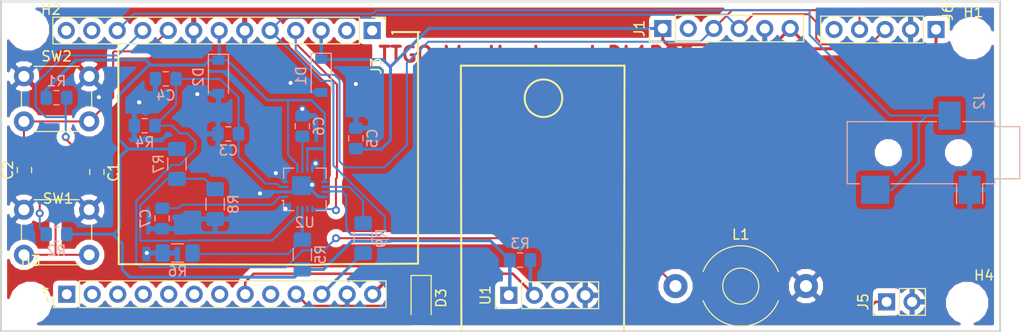
<source format=kicad_pcb>
(kicad_pcb (version 20171130) (host pcbnew 5.0.2+dfsg1-1)

  (general
    (thickness 1.6)
    (drawings 17)
    (tracks 279)
    (zones 0)
    (modules 34)
    (nets 33)
  )

  (page A4)
  (layers
    (0 F.Cu signal hide)
    (31 B.Cu signal)
    (32 B.Adhes user hide)
    (33 F.Adhes user hide)
    (34 B.Paste user)
    (35 F.Paste user hide)
    (36 B.SilkS user)
    (37 F.SilkS user)
    (38 B.Mask user)
    (39 F.Mask user)
    (40 Dwgs.User user hide)
    (41 Cmts.User user hide)
    (42 Eco1.User user hide)
    (43 Eco2.User user hide)
    (44 Edge.Cuts user)
    (45 Margin user hide)
    (46 B.CrtYd user hide)
    (47 F.CrtYd user hide)
    (48 B.Fab user hide)
    (49 F.Fab user hide)
  )

  (setup
    (last_trace_width 0.3)
    (user_trace_width 0.2)
    (user_trace_width 0.25)
    (user_trace_width 0.3)
    (user_trace_width 0.35)
    (trace_clearance 0.2)
    (zone_clearance 0.508)
    (zone_45_only no)
    (trace_min 0.2)
    (segment_width 0.2)
    (edge_width 0.15)
    (via_size 0.8)
    (via_drill 0.4)
    (via_min_size 0.4)
    (via_min_drill 0.3)
    (uvia_size 0.3)
    (uvia_drill 0.1)
    (uvias_allowed no)
    (uvia_min_size 0.2)
    (uvia_min_drill 0.1)
    (pcb_text_width 0.3)
    (pcb_text_size 1.5 1.5)
    (mod_edge_width 0.15)
    (mod_text_size 1 1)
    (mod_text_width 0.15)
    (pad_size 1.524 1.524)
    (pad_drill 0.762)
    (pad_to_mask_clearance 0.051)
    (solder_mask_min_width 0.25)
    (aux_axis_origin 0 0)
    (visible_elements FFFFFF7F)
    (pcbplotparams
      (layerselection 0x010fc_ffffffff)
      (usegerberextensions false)
      (usegerberattributes false)
      (usegerberadvancedattributes false)
      (creategerberjobfile false)
      (excludeedgelayer true)
      (linewidth 0.100000)
      (plotframeref false)
      (viasonmask false)
      (mode 1)
      (useauxorigin false)
      (hpglpennumber 1)
      (hpglpenspeed 20)
      (hpglpendiameter 15.000000)
      (psnegative false)
      (psa4output false)
      (plotreference true)
      (plotvalue true)
      (plotinvisibletext false)
      (padsonsilk false)
      (subtractmaskfromsilk false)
      (outputformat 1)
      (mirror false)
      (drillshape 0)
      (scaleselection 1)
      (outputdirectory "gerber/"))
  )

  (net 0 "")
  (net 1 "Net-(C1-Pad1)")
  (net 2 GND)
  (net 3 "Net-(C2-Pad2)")
  (net 4 "Net-(C3-Pad2)")
  (net 5 +3V3)
  (net 6 "Net-(C6-Pad1)")
  (net 7 "Net-(C7-Pad1)")
  (net 8 +5V)
  (net 9 "Net-(J1-Pad2)")
  (net 10 "Net-(J1-Pad3)")
  (net 11 "Net-(J1-Pad4)")
  (net 12 "Net-(J3-Pad1)")
  (net 13 "Net-(J3-Pad2)")
  (net 14 "Net-(J3-Pad12)")
  (net 15 "Net-(J3-Pad13)")
  (net 16 "Net-(J4-Pad11)")
  (net 17 "Net-(J4-Pad10)")
  (net 18 "Net-(J4-Pad9)")
  (net 19 "Net-(J4-Pad8)")
  (net 20 "Net-(J4-Pad7)")
  (net 21 "Net-(J4-Pad6)")
  (net 22 "Net-(J4-Pad5)")
  (net 23 "Net-(J4-Pad4)")
  (net 24 "Net-(J4-Pad3)")
  (net 25 "Net-(J4-Pad2)")
  (net 26 "Net-(J4-Pad1)")
  (net 27 "Net-(J6-Pad5)")
  (net 28 "Net-(R5-Pad2)")
  (net 29 "Net-(R7-Pad2)")
  (net 30 "Net-(R9-Pad2)")
  (net 31 "Net-(J2-PadR)")
  (net 32 "Net-(U1-Pad3)")

  (net_class Default "Dies ist die voreingestellte Netzklasse."
    (clearance 0.2)
    (trace_width 0.25)
    (via_dia 0.8)
    (via_drill 0.4)
    (uvia_dia 0.3)
    (uvia_drill 0.1)
    (add_net +3V3)
    (add_net +5V)
    (add_net GND)
    (add_net "Net-(C1-Pad1)")
    (add_net "Net-(C2-Pad2)")
    (add_net "Net-(C3-Pad2)")
    (add_net "Net-(C6-Pad1)")
    (add_net "Net-(C7-Pad1)")
    (add_net "Net-(J1-Pad2)")
    (add_net "Net-(J1-Pad3)")
    (add_net "Net-(J1-Pad4)")
    (add_net "Net-(J2-PadR)")
    (add_net "Net-(J3-Pad1)")
    (add_net "Net-(J3-Pad12)")
    (add_net "Net-(J3-Pad13)")
    (add_net "Net-(J3-Pad2)")
    (add_net "Net-(J4-Pad1)")
    (add_net "Net-(J4-Pad10)")
    (add_net "Net-(J4-Pad11)")
    (add_net "Net-(J4-Pad2)")
    (add_net "Net-(J4-Pad3)")
    (add_net "Net-(J4-Pad4)")
    (add_net "Net-(J4-Pad5)")
    (add_net "Net-(J4-Pad6)")
    (add_net "Net-(J4-Pad7)")
    (add_net "Net-(J4-Pad8)")
    (add_net "Net-(J4-Pad9)")
    (add_net "Net-(J6-Pad5)")
    (add_net "Net-(R5-Pad2)")
    (add_net "Net-(R7-Pad2)")
    (add_net "Net-(R9-Pad2)")
    (add_net "Net-(U1-Pad3)")
  )

  (module "offizelle biblo:C_0805_2012Metric_Pad1.15x1.40mm_HandSolder" (layer F.Cu) (tedit 5B36C52B) (tstamp 60039D3D)
    (at 108.0008 73.5076 270)
    (descr "Capacitor SMD 0805 (2012 Metric), square (rectangular) end terminal, IPC_7351 nominal with elongated pad for handsoldering. (Body size source: https://docs.google.com/spreadsheets/d/1BsfQQcO9C6DZCsRaXUlFlo91Tg2WpOkGARC1WS5S8t0/edit?usp=sharing), generated with kicad-footprint-generator")
    (tags "capacitor handsolder")
    (path /5FF19C44)
    (attr smd)
    (fp_text reference C1 (at 0 -1.65 270) (layer F.SilkS)
      (effects (font (size 1 1) (thickness 0.15)))
    )
    (fp_text value "22 nf" (at 0 1.65 270) (layer F.Fab)
      (effects (font (size 1 1) (thickness 0.15)))
    )
    (fp_line (start -1 0.6) (end -1 -0.6) (layer F.Fab) (width 0.1))
    (fp_line (start -1 -0.6) (end 1 -0.6) (layer F.Fab) (width 0.1))
    (fp_line (start 1 -0.6) (end 1 0.6) (layer F.Fab) (width 0.1))
    (fp_line (start 1 0.6) (end -1 0.6) (layer F.Fab) (width 0.1))
    (fp_line (start -0.261252 -0.71) (end 0.261252 -0.71) (layer F.SilkS) (width 0.12))
    (fp_line (start -0.261252 0.71) (end 0.261252 0.71) (layer F.SilkS) (width 0.12))
    (fp_line (start -1.85 0.95) (end -1.85 -0.95) (layer F.CrtYd) (width 0.05))
    (fp_line (start -1.85 -0.95) (end 1.85 -0.95) (layer F.CrtYd) (width 0.05))
    (fp_line (start 1.85 -0.95) (end 1.85 0.95) (layer F.CrtYd) (width 0.05))
    (fp_line (start 1.85 0.95) (end -1.85 0.95) (layer F.CrtYd) (width 0.05))
    (fp_text user %R (at 0 0 270) (layer F.Fab)
      (effects (font (size 0.5 0.5) (thickness 0.08)))
    )
    (pad 1 smd roundrect (at -1.025 0 270) (size 1.15 1.4) (layers F.Cu F.Paste F.Mask) (roundrect_rratio 0.217391)
      (net 1 "Net-(C1-Pad1)"))
    (pad 2 smd roundrect (at 1.025 0 270) (size 1.15 1.4) (layers F.Cu F.Paste F.Mask) (roundrect_rratio 0.217391)
      (net 2 GND))
    (model ${KISYS3DMOD}/Capacitor_SMD.3dshapes/C_0805_2012Metric.wrl
      (at (xyz 0 0 0))
      (scale (xyz 1 1 1))
      (rotate (xyz 0 0 0))
    )
  )

  (module "offizelle biblo:C_0805_2012Metric_Pad1.15x1.40mm_HandSolder" (layer F.Cu) (tedit 5B36C52B) (tstamp 60039D4E)
    (at 100.7872 73.3044 90)
    (descr "Capacitor SMD 0805 (2012 Metric), square (rectangular) end terminal, IPC_7351 nominal with elongated pad for handsoldering. (Body size source: https://docs.google.com/spreadsheets/d/1BsfQQcO9C6DZCsRaXUlFlo91Tg2WpOkGARC1WS5S8t0/edit?usp=sharing), generated with kicad-footprint-generator")
    (tags "capacitor handsolder")
    (path /5FF19D29)
    (attr smd)
    (fp_text reference C2 (at 0 -1.65 90) (layer F.SilkS)
      (effects (font (size 1 1) (thickness 0.15)))
    )
    (fp_text value "22 nf" (at 0 1.65 90) (layer F.Fab)
      (effects (font (size 1 1) (thickness 0.15)))
    )
    (fp_text user %R (at 0 0 90) (layer F.Fab)
      (effects (font (size 0.5 0.5) (thickness 0.08)))
    )
    (fp_line (start 1.85 0.95) (end -1.85 0.95) (layer F.CrtYd) (width 0.05))
    (fp_line (start 1.85 -0.95) (end 1.85 0.95) (layer F.CrtYd) (width 0.05))
    (fp_line (start -1.85 -0.95) (end 1.85 -0.95) (layer F.CrtYd) (width 0.05))
    (fp_line (start -1.85 0.95) (end -1.85 -0.95) (layer F.CrtYd) (width 0.05))
    (fp_line (start -0.261252 0.71) (end 0.261252 0.71) (layer F.SilkS) (width 0.12))
    (fp_line (start -0.261252 -0.71) (end 0.261252 -0.71) (layer F.SilkS) (width 0.12))
    (fp_line (start 1 0.6) (end -1 0.6) (layer F.Fab) (width 0.1))
    (fp_line (start 1 -0.6) (end 1 0.6) (layer F.Fab) (width 0.1))
    (fp_line (start -1 -0.6) (end 1 -0.6) (layer F.Fab) (width 0.1))
    (fp_line (start -1 0.6) (end -1 -0.6) (layer F.Fab) (width 0.1))
    (pad 2 smd roundrect (at 1.025 0 90) (size 1.15 1.4) (layers F.Cu F.Paste F.Mask) (roundrect_rratio 0.217391)
      (net 3 "Net-(C2-Pad2)"))
    (pad 1 smd roundrect (at -1.025 0 90) (size 1.15 1.4) (layers F.Cu F.Paste F.Mask) (roundrect_rratio 0.217391)
      (net 2 GND))
    (model ${KISYS3DMOD}/Capacitor_SMD.3dshapes/C_0805_2012Metric.wrl
      (at (xyz 0 0 0))
      (scale (xyz 1 1 1))
      (rotate (xyz 0 0 0))
    )
  )

  (module "offizelle biblo:C_0805_2012Metric_Pad1.15x1.40mm_HandSolder" (layer B.Cu) (tedit 5B36C52B) (tstamp 60039D5F)
    (at 121.0982 69.6976)
    (descr "Capacitor SMD 0805 (2012 Metric), square (rectangular) end terminal, IPC_7351 nominal with elongated pad for handsoldering. (Body size source: https://docs.google.com/spreadsheets/d/1BsfQQcO9C6DZCsRaXUlFlo91Tg2WpOkGARC1WS5S8t0/edit?usp=sharing), generated with kicad-footprint-generator")
    (tags "capacitor handsolder")
    (path /5FF31F47)
    (attr smd)
    (fp_text reference C3 (at 0 1.65) (layer B.SilkS)
      (effects (font (size 1 1) (thickness 0.15)) (justify mirror))
    )
    (fp_text value 670 (at 0 -1.65) (layer B.Fab)
      (effects (font (size 1 1) (thickness 0.15)) (justify mirror))
    )
    (fp_text user %R (at 0 0) (layer B.Fab)
      (effects (font (size 0.5 0.5) (thickness 0.08)) (justify mirror))
    )
    (fp_line (start 1.85 -0.95) (end -1.85 -0.95) (layer B.CrtYd) (width 0.05))
    (fp_line (start 1.85 0.95) (end 1.85 -0.95) (layer B.CrtYd) (width 0.05))
    (fp_line (start -1.85 0.95) (end 1.85 0.95) (layer B.CrtYd) (width 0.05))
    (fp_line (start -1.85 -0.95) (end -1.85 0.95) (layer B.CrtYd) (width 0.05))
    (fp_line (start -0.261252 -0.71) (end 0.261252 -0.71) (layer B.SilkS) (width 0.12))
    (fp_line (start -0.261252 0.71) (end 0.261252 0.71) (layer B.SilkS) (width 0.12))
    (fp_line (start 1 -0.6) (end -1 -0.6) (layer B.Fab) (width 0.1))
    (fp_line (start 1 0.6) (end 1 -0.6) (layer B.Fab) (width 0.1))
    (fp_line (start -1 0.6) (end 1 0.6) (layer B.Fab) (width 0.1))
    (fp_line (start -1 -0.6) (end -1 0.6) (layer B.Fab) (width 0.1))
    (pad 2 smd roundrect (at 1.025 0) (size 1.15 1.4) (layers B.Cu B.Paste B.Mask) (roundrect_rratio 0.217391)
      (net 4 "Net-(C3-Pad2)"))
    (pad 1 smd roundrect (at -1.025 0) (size 1.15 1.4) (layers B.Cu B.Paste B.Mask) (roundrect_rratio 0.217391)
      (net 2 GND))
    (model ${KISYS3DMOD}/Capacitor_SMD.3dshapes/C_0805_2012Metric.wrl
      (at (xyz 0 0 0))
      (scale (xyz 1 1 1))
      (rotate (xyz 0 0 0))
    )
  )

  (module "offizelle biblo:C_0805_2012Metric_Pad1.15x1.40mm_HandSolder" (layer B.Cu) (tedit 5B36C52B) (tstamp 60039D70)
    (at 114.8678 64.2112)
    (descr "Capacitor SMD 0805 (2012 Metric), square (rectangular) end terminal, IPC_7351 nominal with elongated pad for handsoldering. (Body size source: https://docs.google.com/spreadsheets/d/1BsfQQcO9C6DZCsRaXUlFlo91Tg2WpOkGARC1WS5S8t0/edit?usp=sharing), generated with kicad-footprint-generator")
    (tags "capacitor handsolder")
    (path /5FF31E54)
    (attr smd)
    (fp_text reference C4 (at 0 1.65) (layer B.SilkS)
      (effects (font (size 1 1) (thickness 0.15)) (justify mirror))
    )
    (fp_text value 270 (at 0 -1.65) (layer B.Fab)
      (effects (font (size 1 1) (thickness 0.15)) (justify mirror))
    )
    (fp_line (start -1 -0.6) (end -1 0.6) (layer B.Fab) (width 0.1))
    (fp_line (start -1 0.6) (end 1 0.6) (layer B.Fab) (width 0.1))
    (fp_line (start 1 0.6) (end 1 -0.6) (layer B.Fab) (width 0.1))
    (fp_line (start 1 -0.6) (end -1 -0.6) (layer B.Fab) (width 0.1))
    (fp_line (start -0.261252 0.71) (end 0.261252 0.71) (layer B.SilkS) (width 0.12))
    (fp_line (start -0.261252 -0.71) (end 0.261252 -0.71) (layer B.SilkS) (width 0.12))
    (fp_line (start -1.85 -0.95) (end -1.85 0.95) (layer B.CrtYd) (width 0.05))
    (fp_line (start -1.85 0.95) (end 1.85 0.95) (layer B.CrtYd) (width 0.05))
    (fp_line (start 1.85 0.95) (end 1.85 -0.95) (layer B.CrtYd) (width 0.05))
    (fp_line (start 1.85 -0.95) (end -1.85 -0.95) (layer B.CrtYd) (width 0.05))
    (fp_text user %R (at 0 0) (layer B.Fab)
      (effects (font (size 0.5 0.5) (thickness 0.08)) (justify mirror))
    )
    (pad 1 smd roundrect (at -1.025 0) (size 1.15 1.4) (layers B.Cu B.Paste B.Mask) (roundrect_rratio 0.217391)
      (net 2 GND))
    (pad 2 smd roundrect (at 1.025 0) (size 1.15 1.4) (layers B.Cu B.Paste B.Mask) (roundrect_rratio 0.217391)
      (net 4 "Net-(C3-Pad2)"))
    (model ${KISYS3DMOD}/Capacitor_SMD.3dshapes/C_0805_2012Metric.wrl
      (at (xyz 0 0 0))
      (scale (xyz 1 1 1))
      (rotate (xyz 0 0 0))
    )
  )

  (module "offizelle biblo:C_0805_2012Metric_Pad1.15x1.40mm_HandSolder" (layer B.Cu) (tedit 5B36C52B) (tstamp 60039D81)
    (at 133.8072 70.1458 90)
    (descr "Capacitor SMD 0805 (2012 Metric), square (rectangular) end terminal, IPC_7351 nominal with elongated pad for handsoldering. (Body size source: https://docs.google.com/spreadsheets/d/1BsfQQcO9C6DZCsRaXUlFlo91Tg2WpOkGARC1WS5S8t0/edit?usp=sharing), generated with kicad-footprint-generator")
    (tags "capacitor handsolder")
    (path /5FF4905D)
    (attr smd)
    (fp_text reference C5 (at 0 1.65 90) (layer B.SilkS)
      (effects (font (size 1 1) (thickness 0.15)) (justify mirror))
    )
    (fp_text value "1 µF" (at 0 -1.65 90) (layer B.Fab)
      (effects (font (size 1 1) (thickness 0.15)) (justify mirror))
    )
    (fp_line (start -1 -0.6) (end -1 0.6) (layer B.Fab) (width 0.1))
    (fp_line (start -1 0.6) (end 1 0.6) (layer B.Fab) (width 0.1))
    (fp_line (start 1 0.6) (end 1 -0.6) (layer B.Fab) (width 0.1))
    (fp_line (start 1 -0.6) (end -1 -0.6) (layer B.Fab) (width 0.1))
    (fp_line (start -0.261252 0.71) (end 0.261252 0.71) (layer B.SilkS) (width 0.12))
    (fp_line (start -0.261252 -0.71) (end 0.261252 -0.71) (layer B.SilkS) (width 0.12))
    (fp_line (start -1.85 -0.95) (end -1.85 0.95) (layer B.CrtYd) (width 0.05))
    (fp_line (start -1.85 0.95) (end 1.85 0.95) (layer B.CrtYd) (width 0.05))
    (fp_line (start 1.85 0.95) (end 1.85 -0.95) (layer B.CrtYd) (width 0.05))
    (fp_line (start 1.85 -0.95) (end -1.85 -0.95) (layer B.CrtYd) (width 0.05))
    (fp_text user %R (at 0 0 90) (layer B.Fab)
      (effects (font (size 0.5 0.5) (thickness 0.08)) (justify mirror))
    )
    (pad 1 smd roundrect (at -1.025 0 90) (size 1.15 1.4) (layers B.Cu B.Paste B.Mask) (roundrect_rratio 0.217391)
      (net 5 +3V3))
    (pad 2 smd roundrect (at 1.025 0 90) (size 1.15 1.4) (layers B.Cu B.Paste B.Mask) (roundrect_rratio 0.217391)
      (net 2 GND))
    (model ${KISYS3DMOD}/Capacitor_SMD.3dshapes/C_0805_2012Metric.wrl
      (at (xyz 0 0 0))
      (scale (xyz 1 1 1))
      (rotate (xyz 0 0 0))
    )
  )

  (module "offizelle biblo:C_0805_2012Metric_Pad1.15x1.40mm_HandSolder" (layer B.Cu) (tedit 5B36C52B) (tstamp 60039D92)
    (at 128.4732 68.9266 90)
    (descr "Capacitor SMD 0805 (2012 Metric), square (rectangular) end terminal, IPC_7351 nominal with elongated pad for handsoldering. (Body size source: https://docs.google.com/spreadsheets/d/1BsfQQcO9C6DZCsRaXUlFlo91Tg2WpOkGARC1WS5S8t0/edit?usp=sharing), generated with kicad-footprint-generator")
    (tags "capacitor handsolder")
    (path /5FF48FAB)
    (attr smd)
    (fp_text reference C6 (at 0 1.65 90) (layer B.SilkS)
      (effects (font (size 1 1) (thickness 0.15)) (justify mirror))
    )
    (fp_text value "1 µF" (at 0 -1.65 90) (layer B.Fab)
      (effects (font (size 1 1) (thickness 0.15)) (justify mirror))
    )
    (fp_text user %R (at 0 0 90) (layer B.Fab)
      (effects (font (size 0.5 0.5) (thickness 0.08)) (justify mirror))
    )
    (fp_line (start 1.85 -0.95) (end -1.85 -0.95) (layer B.CrtYd) (width 0.05))
    (fp_line (start 1.85 0.95) (end 1.85 -0.95) (layer B.CrtYd) (width 0.05))
    (fp_line (start -1.85 0.95) (end 1.85 0.95) (layer B.CrtYd) (width 0.05))
    (fp_line (start -1.85 -0.95) (end -1.85 0.95) (layer B.CrtYd) (width 0.05))
    (fp_line (start -0.261252 -0.71) (end 0.261252 -0.71) (layer B.SilkS) (width 0.12))
    (fp_line (start -0.261252 0.71) (end 0.261252 0.71) (layer B.SilkS) (width 0.12))
    (fp_line (start 1 -0.6) (end -1 -0.6) (layer B.Fab) (width 0.1))
    (fp_line (start 1 0.6) (end 1 -0.6) (layer B.Fab) (width 0.1))
    (fp_line (start -1 0.6) (end 1 0.6) (layer B.Fab) (width 0.1))
    (fp_line (start -1 -0.6) (end -1 0.6) (layer B.Fab) (width 0.1))
    (pad 2 smd roundrect (at 1.025 0 90) (size 1.15 1.4) (layers B.Cu B.Paste B.Mask) (roundrect_rratio 0.217391)
      (net 2 GND))
    (pad 1 smd roundrect (at -1.025 0 90) (size 1.15 1.4) (layers B.Cu B.Paste B.Mask) (roundrect_rratio 0.217391)
      (net 6 "Net-(C6-Pad1)"))
    (model ${KISYS3DMOD}/Capacitor_SMD.3dshapes/C_0805_2012Metric.wrl
      (at (xyz 0 0 0))
      (scale (xyz 1 1 1))
      (rotate (xyz 0 0 0))
    )
  )

  (module "offizelle biblo:C_0805_2012Metric_Pad1.15x1.40mm_HandSolder" (layer B.Cu) (tedit 5B36C52B) (tstamp 60039DA3)
    (at 114.5032 78.1394 270)
    (descr "Capacitor SMD 0805 (2012 Metric), square (rectangular) end terminal, IPC_7351 nominal with elongated pad for handsoldering. (Body size source: https://docs.google.com/spreadsheets/d/1BsfQQcO9C6DZCsRaXUlFlo91Tg2WpOkGARC1WS5S8t0/edit?usp=sharing), generated with kicad-footprint-generator")
    (tags "capacitor handsolder")
    (path /5FF41E26)
    (attr smd)
    (fp_text reference C7 (at 0 1.65 270) (layer B.SilkS)
      (effects (font (size 1 1) (thickness 0.15)) (justify mirror))
    )
    (fp_text value "1 µF" (at 0 -1.65 270) (layer B.Fab)
      (effects (font (size 1 1) (thickness 0.15)) (justify mirror))
    )
    (fp_line (start -1 -0.6) (end -1 0.6) (layer B.Fab) (width 0.1))
    (fp_line (start -1 0.6) (end 1 0.6) (layer B.Fab) (width 0.1))
    (fp_line (start 1 0.6) (end 1 -0.6) (layer B.Fab) (width 0.1))
    (fp_line (start 1 -0.6) (end -1 -0.6) (layer B.Fab) (width 0.1))
    (fp_line (start -0.261252 0.71) (end 0.261252 0.71) (layer B.SilkS) (width 0.12))
    (fp_line (start -0.261252 -0.71) (end 0.261252 -0.71) (layer B.SilkS) (width 0.12))
    (fp_line (start -1.85 -0.95) (end -1.85 0.95) (layer B.CrtYd) (width 0.05))
    (fp_line (start -1.85 0.95) (end 1.85 0.95) (layer B.CrtYd) (width 0.05))
    (fp_line (start 1.85 0.95) (end 1.85 -0.95) (layer B.CrtYd) (width 0.05))
    (fp_line (start 1.85 -0.95) (end -1.85 -0.95) (layer B.CrtYd) (width 0.05))
    (fp_text user %R (at 0 0 270) (layer B.Fab)
      (effects (font (size 0.5 0.5) (thickness 0.08)) (justify mirror))
    )
    (pad 1 smd roundrect (at -1.025 0 270) (size 1.15 1.4) (layers B.Cu B.Paste B.Mask) (roundrect_rratio 0.217391)
      (net 7 "Net-(C7-Pad1)"))
    (pad 2 smd roundrect (at 1.025 0 270) (size 1.15 1.4) (layers B.Cu B.Paste B.Mask) (roundrect_rratio 0.217391)
      (net 2 GND))
    (model ${KISYS3DMOD}/Capacitor_SMD.3dshapes/C_0805_2012Metric.wrl
      (at (xyz 0 0 0))
      (scale (xyz 1 1 1))
      (rotate (xyz 0 0 0))
    )
  )

  (module "offizelle biblo:D_SOD-123" (layer B.Cu) (tedit 58645DC7) (tstamp 60039DBC)
    (at 130.3528 63.9064 270)
    (descr SOD-123)
    (tags SOD-123)
    (path /5FB6E0F5)
    (attr smd)
    (fp_text reference D1 (at 0 2 270) (layer B.SilkS)
      (effects (font (size 1 1) (thickness 0.15)) (justify mirror))
    )
    (fp_text value PMEG6010 (at 0 -2.1 270) (layer B.Fab)
      (effects (font (size 1 1) (thickness 0.15)) (justify mirror))
    )
    (fp_line (start -2.25 1) (end 1.65 1) (layer B.SilkS) (width 0.12))
    (fp_line (start -2.25 -1) (end 1.65 -1) (layer B.SilkS) (width 0.12))
    (fp_line (start -2.35 1.15) (end -2.35 -1.15) (layer B.CrtYd) (width 0.05))
    (fp_line (start 2.35 -1.15) (end -2.35 -1.15) (layer B.CrtYd) (width 0.05))
    (fp_line (start 2.35 1.15) (end 2.35 -1.15) (layer B.CrtYd) (width 0.05))
    (fp_line (start -2.35 1.15) (end 2.35 1.15) (layer B.CrtYd) (width 0.05))
    (fp_line (start -1.4 0.9) (end 1.4 0.9) (layer B.Fab) (width 0.1))
    (fp_line (start 1.4 0.9) (end 1.4 -0.9) (layer B.Fab) (width 0.1))
    (fp_line (start 1.4 -0.9) (end -1.4 -0.9) (layer B.Fab) (width 0.1))
    (fp_line (start -1.4 -0.9) (end -1.4 0.9) (layer B.Fab) (width 0.1))
    (fp_line (start -0.75 0) (end -0.35 0) (layer B.Fab) (width 0.1))
    (fp_line (start -0.35 0) (end -0.35 0.55) (layer B.Fab) (width 0.1))
    (fp_line (start -0.35 0) (end -0.35 -0.55) (layer B.Fab) (width 0.1))
    (fp_line (start -0.35 0) (end 0.25 0.4) (layer B.Fab) (width 0.1))
    (fp_line (start 0.25 0.4) (end 0.25 -0.4) (layer B.Fab) (width 0.1))
    (fp_line (start 0.25 -0.4) (end -0.35 0) (layer B.Fab) (width 0.1))
    (fp_line (start 0.25 0) (end 0.75 0) (layer B.Fab) (width 0.1))
    (fp_line (start -2.25 1) (end -2.25 -1) (layer B.SilkS) (width 0.12))
    (fp_text user %R (at 0 2 270) (layer B.Fab)
      (effects (font (size 1 1) (thickness 0.15)) (justify mirror))
    )
    (pad 2 smd rect (at 1.65 0 270) (size 0.9 1.2) (layers B.Cu B.Paste B.Mask)
      (net 2 GND))
    (pad 1 smd rect (at -1.65 0 270) (size 0.9 1.2) (layers B.Cu B.Paste B.Mask)
      (net 5 +3V3))
    (model ${KISYS3DMOD}/Diode_SMD.3dshapes/D_SOD-123.wrl
      (at (xyz 0 0 0))
      (scale (xyz 1 1 1))
      (rotate (xyz 0 0 0))
    )
  )

  (module "offizelle biblo:D_SOD-123" (layer B.Cu) (tedit 58645DC7) (tstamp 60039DD5)
    (at 120.1156 64.008 270)
    (descr SOD-123)
    (tags SOD-123)
    (path /5FB6E080)
    (attr smd)
    (fp_text reference D2 (at 0 2 270) (layer B.SilkS)
      (effects (font (size 1 1) (thickness 0.15)) (justify mirror))
    )
    (fp_text value PMEG6010 (at 0 -2.1 270) (layer B.Fab)
      (effects (font (size 1 1) (thickness 0.15)) (justify mirror))
    )
    (fp_text user %R (at 0 2 270) (layer B.Fab)
      (effects (font (size 1 1) (thickness 0.15)) (justify mirror))
    )
    (fp_line (start -2.25 1) (end -2.25 -1) (layer B.SilkS) (width 0.12))
    (fp_line (start 0.25 0) (end 0.75 0) (layer B.Fab) (width 0.1))
    (fp_line (start 0.25 -0.4) (end -0.35 0) (layer B.Fab) (width 0.1))
    (fp_line (start 0.25 0.4) (end 0.25 -0.4) (layer B.Fab) (width 0.1))
    (fp_line (start -0.35 0) (end 0.25 0.4) (layer B.Fab) (width 0.1))
    (fp_line (start -0.35 0) (end -0.35 -0.55) (layer B.Fab) (width 0.1))
    (fp_line (start -0.35 0) (end -0.35 0.55) (layer B.Fab) (width 0.1))
    (fp_line (start -0.75 0) (end -0.35 0) (layer B.Fab) (width 0.1))
    (fp_line (start -1.4 -0.9) (end -1.4 0.9) (layer B.Fab) (width 0.1))
    (fp_line (start 1.4 -0.9) (end -1.4 -0.9) (layer B.Fab) (width 0.1))
    (fp_line (start 1.4 0.9) (end 1.4 -0.9) (layer B.Fab) (width 0.1))
    (fp_line (start -1.4 0.9) (end 1.4 0.9) (layer B.Fab) (width 0.1))
    (fp_line (start -2.35 1.15) (end 2.35 1.15) (layer B.CrtYd) (width 0.05))
    (fp_line (start 2.35 1.15) (end 2.35 -1.15) (layer B.CrtYd) (width 0.05))
    (fp_line (start 2.35 -1.15) (end -2.35 -1.15) (layer B.CrtYd) (width 0.05))
    (fp_line (start -2.35 1.15) (end -2.35 -1.15) (layer B.CrtYd) (width 0.05))
    (fp_line (start -2.25 -1) (end 1.65 -1) (layer B.SilkS) (width 0.12))
    (fp_line (start -2.25 1) (end 1.65 1) (layer B.SilkS) (width 0.12))
    (pad 1 smd rect (at -1.65 0 270) (size 0.9 1.2) (layers B.Cu B.Paste B.Mask)
      (net 5 +3V3))
    (pad 2 smd rect (at 1.65 0 270) (size 0.9 1.2) (layers B.Cu B.Paste B.Mask)
      (net 2 GND))
    (model ${KISYS3DMOD}/Diode_SMD.3dshapes/D_SOD-123.wrl
      (at (xyz 0 0 0))
      (scale (xyz 1 1 1))
      (rotate (xyz 0 0 0))
    )
  )

  (module "offizelle biblo:D_SOD-123" (layer F.Cu) (tedit 58645DC7) (tstamp 60039DEE)
    (at 140.3096 86.0796 270)
    (descr SOD-123)
    (tags SOD-123)
    (path /5FF0E54C)
    (attr smd)
    (fp_text reference D3 (at 0 -2 270) (layer F.SilkS)
      (effects (font (size 1 1) (thickness 0.15)))
    )
    (fp_text value PMEG6010 (at 0 2.1 270) (layer F.Fab)
      (effects (font (size 1 1) (thickness 0.15)))
    )
    (fp_text user %R (at 0 -2 270) (layer F.Fab)
      (effects (font (size 1 1) (thickness 0.15)))
    )
    (fp_line (start -2.25 -1) (end -2.25 1) (layer F.SilkS) (width 0.12))
    (fp_line (start 0.25 0) (end 0.75 0) (layer F.Fab) (width 0.1))
    (fp_line (start 0.25 0.4) (end -0.35 0) (layer F.Fab) (width 0.1))
    (fp_line (start 0.25 -0.4) (end 0.25 0.4) (layer F.Fab) (width 0.1))
    (fp_line (start -0.35 0) (end 0.25 -0.4) (layer F.Fab) (width 0.1))
    (fp_line (start -0.35 0) (end -0.35 0.55) (layer F.Fab) (width 0.1))
    (fp_line (start -0.35 0) (end -0.35 -0.55) (layer F.Fab) (width 0.1))
    (fp_line (start -0.75 0) (end -0.35 0) (layer F.Fab) (width 0.1))
    (fp_line (start -1.4 0.9) (end -1.4 -0.9) (layer F.Fab) (width 0.1))
    (fp_line (start 1.4 0.9) (end -1.4 0.9) (layer F.Fab) (width 0.1))
    (fp_line (start 1.4 -0.9) (end 1.4 0.9) (layer F.Fab) (width 0.1))
    (fp_line (start -1.4 -0.9) (end 1.4 -0.9) (layer F.Fab) (width 0.1))
    (fp_line (start -2.35 -1.15) (end 2.35 -1.15) (layer F.CrtYd) (width 0.05))
    (fp_line (start 2.35 -1.15) (end 2.35 1.15) (layer F.CrtYd) (width 0.05))
    (fp_line (start 2.35 1.15) (end -2.35 1.15) (layer F.CrtYd) (width 0.05))
    (fp_line (start -2.35 -1.15) (end -2.35 1.15) (layer F.CrtYd) (width 0.05))
    (fp_line (start -2.25 1) (end 1.65 1) (layer F.SilkS) (width 0.12))
    (fp_line (start -2.25 -1) (end 1.65 -1) (layer F.SilkS) (width 0.12))
    (pad 1 smd rect (at -1.65 0 270) (size 0.9 1.2) (layers F.Cu F.Paste F.Mask)
      (net 8 +5V))
    (pad 2 smd rect (at 1.65 0 270) (size 0.9 1.2) (layers F.Cu F.Paste F.Mask)
      (net 2 GND))
    (model ${KISYS3DMOD}/Diode_SMD.3dshapes/D_SOD-123.wrl
      (at (xyz 0 0 0))
      (scale (xyz 1 1 1))
      (rotate (xyz 0 0 0))
    )
  )

  (module "offizelle biblo:MountingHole_3.2mm_M3" (layer F.Cu) (tedit 56D1B4CB) (tstamp 60039DF6)
    (at 195.1736 60.1472)
    (descr "Mounting Hole 3.2mm, no annular, M3")
    (tags "mounting hole 3.2mm no annular m3")
    (path /5FF4FDAB)
    (attr virtual)
    (fp_text reference H1 (at 0.1524 -2.5908) (layer F.SilkS)
      (effects (font (size 1 1) (thickness 0.15)))
    )
    (fp_text value MountingHole (at 0 4.2) (layer F.Fab)
      (effects (font (size 1 1) (thickness 0.15)))
    )
    (fp_circle (center 0 0) (end 3.45 0) (layer F.CrtYd) (width 0.05))
    (fp_circle (center 0 0) (end 3.2 0) (layer Cmts.User) (width 0.15))
    (fp_text user %R (at 0.3 0) (layer F.Fab)
      (effects (font (size 1 1) (thickness 0.15)))
    )
    (pad 1 np_thru_hole circle (at 0 0) (size 3.2 3.2) (drill 3.2) (layers *.Cu *.Mask))
  )

  (module "offizelle biblo:MountingHole_3.2mm_M3" (layer F.Cu) (tedit 5FF85943) (tstamp 60039DFE)
    (at 101.1428 59.2836)
    (descr "Mounting Hole 3.2mm, no annular, M3")
    (tags "mounting hole 3.2mm no annular m3")
    (path /5FF4FE98)
    (attr virtual)
    (fp_text reference H2 (at 2.286 -1.9812) (layer F.SilkS)
      (effects (font (size 1 1) (thickness 0.15)))
    )
    (fp_text value MountingHole (at 0 4.2) (layer F.Fab) hide
      (effects (font (size 1 1) (thickness 0.15)))
    )
    (fp_text user %R (at 0.3 0) (layer F.Fab)
      (effects (font (size 1 1) (thickness 0.15)))
    )
    (fp_circle (center 0 0) (end 3.2 0) (layer Cmts.User) (width 0.15))
    (fp_circle (center 0 0) (end 3.45 0) (layer F.CrtYd) (width 0.05))
    (pad 1 np_thru_hole circle (at 0 0) (size 3.2 3.2) (drill 3.2) (layers *.Cu *.Mask))
  )

  (module "offizelle biblo:MountingHole_3.2mm_M3" (layer F.Cu) (tedit 56D1B4CB) (tstamp 60039E06)
    (at 101.3968 86.5632)
    (descr "Mounting Hole 3.2mm, no annular, M3")
    (tags "mounting hole 3.2mm no annular m3")
    (path /5FF4FF72)
    (attr virtual)
    (fp_text reference H3 (at 0 -4.2) (layer F.SilkS)
      (effects (font (size 1 1) (thickness 0.15)))
    )
    (fp_text value MountingHole (at 0 4.2) (layer F.Fab)
      (effects (font (size 1 1) (thickness 0.15)))
    )
    (fp_circle (center 0 0) (end 3.45 0) (layer F.CrtYd) (width 0.05))
    (fp_circle (center 0 0) (end 3.2 0) (layer Cmts.User) (width 0.15))
    (fp_text user %R (at 0.3 0) (layer F.Fab)
      (effects (font (size 1 1) (thickness 0.15)))
    )
    (pad 1 np_thru_hole circle (at 0 0) (size 3.2 3.2) (drill 3.2) (layers *.Cu *.Mask))
  )

  (module "offizelle biblo:MountingHole_3.2mm_M3" (layer F.Cu) (tedit 56D1B4CB) (tstamp 60039E0E)
    (at 194.7164 86.5632)
    (descr "Mounting Hole 3.2mm, no annular, M3")
    (tags "mounting hole 3.2mm no annular m3")
    (path /5FF50044)
    (attr virtual)
    (fp_text reference H4 (at 1.6764 -2.7432) (layer F.SilkS)
      (effects (font (size 1 1) (thickness 0.15)))
    )
    (fp_text value m (at 0 4.2) (layer F.Fab)
      (effects (font (size 1 1) (thickness 0.15)))
    )
    (fp_text user %R (at 0.3 0) (layer F.Fab)
      (effects (font (size 1 1) (thickness 0.15)))
    )
    (fp_circle (center 0 0) (end 3.2 0) (layer Cmts.User) (width 0.15))
    (fp_circle (center 0 0) (end 3.45 0) (layer F.CrtYd) (width 0.05))
    (pad 1 np_thru_hole circle (at 0 0) (size 3.2 3.2) (drill 3.2) (layers *.Cu *.Mask))
  )

  (module "offizelle biblo:PinHeader_1x06_P2.54mm_Vertical" (layer F.Cu) (tedit 59FED5CC) (tstamp 60039E28)
    (at 164.3888 59.182 90)
    (descr "Through hole straight pin header, 1x06, 2.54mm pitch, single row")
    (tags "Through hole pin header THT 1x06 2.54mm single row")
    (path /5FB6E59D)
    (fp_text reference J1 (at 0 -2.33 90) (layer F.SilkS)
      (effects (font (size 1 1) (thickness 0.15)))
    )
    (fp_text value BME/BMP280 (at -2.8956 7.2644) (layer F.Fab)
      (effects (font (size 1 1) (thickness 0.15)))
    )
    (fp_line (start -0.635 -1.27) (end 1.27 -1.27) (layer F.Fab) (width 0.1))
    (fp_line (start 1.27 -1.27) (end 1.27 13.97) (layer F.Fab) (width 0.1))
    (fp_line (start 1.27 13.97) (end -1.27 13.97) (layer F.Fab) (width 0.1))
    (fp_line (start -1.27 13.97) (end -1.27 -0.635) (layer F.Fab) (width 0.1))
    (fp_line (start -1.27 -0.635) (end -0.635 -1.27) (layer F.Fab) (width 0.1))
    (fp_line (start -1.33 14.03) (end 1.33 14.03) (layer F.SilkS) (width 0.12))
    (fp_line (start -1.33 1.27) (end -1.33 14.03) (layer F.SilkS) (width 0.12))
    (fp_line (start 1.33 1.27) (end 1.33 14.03) (layer F.SilkS) (width 0.12))
    (fp_line (start -1.33 1.27) (end 1.33 1.27) (layer F.SilkS) (width 0.12))
    (fp_line (start -1.33 0) (end -1.33 -1.33) (layer F.SilkS) (width 0.12))
    (fp_line (start -1.33 -1.33) (end 0 -1.33) (layer F.SilkS) (width 0.12))
    (fp_line (start -1.8 -1.8) (end -1.8 14.5) (layer F.CrtYd) (width 0.05))
    (fp_line (start -1.8 14.5) (end 1.8 14.5) (layer F.CrtYd) (width 0.05))
    (fp_line (start 1.8 14.5) (end 1.8 -1.8) (layer F.CrtYd) (width 0.05))
    (fp_line (start 1.8 -1.8) (end -1.8 -1.8) (layer F.CrtYd) (width 0.05))
    (fp_text user %R (at 0 6.35 180) (layer F.Fab)
      (effects (font (size 1 1) (thickness 0.15)))
    )
    (pad 1 thru_hole rect (at 0 0 90) (size 1.7 1.7) (drill 1) (layers *.Cu *.Mask)
      (net 5 +3V3))
    (pad 2 thru_hole oval (at 0 2.54 90) (size 1.7 1.7) (drill 1) (layers *.Cu *.Mask)
      (net 9 "Net-(J1-Pad2)"))
    (pad 3 thru_hole oval (at 0 5.08 90) (size 1.7 1.7) (drill 1) (layers *.Cu *.Mask)
      (net 10 "Net-(J1-Pad3)"))
    (pad 4 thru_hole oval (at 0 7.62 90) (size 1.7 1.7) (drill 1) (layers *.Cu *.Mask)
      (net 11 "Net-(J1-Pad4)"))
    (pad 5 thru_hole oval (at 0 10.16 90) (size 1.7 1.7) (drill 1) (layers *.Cu *.Mask)
      (net 2 GND))
    (pad 6 thru_hole oval (at 0 12.7 90) (size 1.7 1.7) (drill 1) (layers *.Cu *.Mask)
      (net 5 +3V3))
    (model ${KISYS3DMOD}/Connector_PinHeader_2.54mm.3dshapes/PinHeader_1x06_P2.54mm_Vertical.wrl
      (at (xyz 0 0 0))
      (scale (xyz 1 1 1))
      (rotate (xyz 0 0 0))
    )
  )

  (module "offizelle biblo:Jack_3.5mm_CUI_SJ-3523-SMT_Horizontal" (layer B.Cu) (tedit 5C635420) (tstamp 60039E4B)
    (at 191.3636 71.5772 90)
    (descr "3.5 mm, Stereo, Right Angle, Surface Mount (SMT), Audio Jack Connector (https://www.cui.com/product/resource/sj-352x-smt-series.pdf)")
    (tags "3.5mm audio cui horizontal jack stereo")
    (path /5FF56B7C)
    (attr smd)
    (fp_text reference J2 (at 5.1308 4.572 90) (layer B.SilkS)
      (effects (font (size 1 1) (thickness 0.15)) (justify mirror))
    )
    (fp_text value AudioJack3 (at 0 -10.35 90) (layer B.Fab)
      (effects (font (size 1 1) (thickness 0.15)) (justify mirror))
    )
    (fp_line (start 3 6) (end 3 -8.5) (layer B.Fab) (width 0.1))
    (fp_line (start 3 -8.5) (end -3 -8.5) (layer B.Fab) (width 0.1))
    (fp_line (start -3 -8.5) (end -3 6) (layer B.Fab) (width 0.1))
    (fp_line (start -3 6) (end -2.5 6) (layer B.Fab) (width 0.1))
    (fp_line (start -2.5 6) (end -2.5 8.5) (layer B.Fab) (width 0.1))
    (fp_line (start -2.5 8.5) (end 2.5 8.5) (layer B.Fab) (width 0.1))
    (fp_line (start 2.5 8.5) (end 2.5 6) (layer B.Fab) (width 0.1))
    (fp_line (start 2.5 6) (end 3 6) (layer B.Fab) (width 0.1))
    (fp_line (start 5.6 9) (end 5.6 -9) (layer B.CrtYd) (width 0.05))
    (fp_line (start 5.6 -9) (end -5.6 -9) (layer B.CrtYd) (width 0.05))
    (fp_line (start -5.6 -9) (end -5.6 9) (layer B.CrtYd) (width 0.05))
    (fp_line (start -5.6 9) (end 5.6 9) (layer B.CrtYd) (width 0.05))
    (fp_text user %R (at 0 0 90) (layer B.Fab)
      (effects (font (size 1 1) (thickness 0.15)) (justify mirror))
    )
    (fp_line (start -3.1 4.9) (end -3.1 6.1) (layer B.SilkS) (width 0.12))
    (fp_line (start -3.1 6.1) (end -2.6 6.1) (layer B.SilkS) (width 0.12))
    (fp_line (start -2.6 6.1) (end -2.6 8.6) (layer B.SilkS) (width 0.12))
    (fp_line (start -2.6 8.6) (end 2.6 8.6) (layer B.SilkS) (width 0.12))
    (fp_line (start 2.6 8.6) (end 2.6 6.1) (layer B.SilkS) (width 0.12))
    (fp_line (start 2.6 6.1) (end 3.1 6.1) (layer B.SilkS) (width 0.12))
    (fp_line (start 3.1 6.1) (end 3.1 2.9) (layer B.SilkS) (width 0.12))
    (fp_line (start 3.1 0.3) (end 3.1 -8.6) (layer B.SilkS) (width 0.12))
    (fp_line (start 3.1 -8.6) (end -3.1 -8.6) (layer B.SilkS) (width 0.12))
    (fp_line (start -3.1 -8.6) (end -3.1 -7.4) (layer B.SilkS) (width 0.12))
    (fp_line (start -3.1 -4.2) (end -3.1 2.3) (layer B.SilkS) (width 0.12))
    (fp_line (start -3.1 4.9) (end -5.1 4.9) (layer B.SilkS) (width 0.12))
    (fp_line (start -3.1 2.3) (end -5.1 2.3) (layer B.SilkS) (width 0.12))
    (pad R smd rect (at 3.7 1.6 90) (size 2.8 2.2) (layers B.Cu B.Paste B.Mask)
      (net 31 "Net-(J2-PadR)"))
    (pad S smd rect (at -3.7 3.6 90) (size 2.8 2.2) (layers B.Cu B.Paste B.Mask)
      (net 2 GND))
    (pad T smd rect (at -3.7 -5.8 90) (size 2.8 2.8) (layers B.Cu B.Paste B.Mask)
      (net 31 "Net-(J2-PadR)"))
    (pad "" np_thru_hole circle (at 0 2.5 90) (size 1.7 1.7) (drill 1.7) (layers *.Cu *.Mask))
    (pad "" np_thru_hole circle (at 0 -4.5 90) (size 1.7 1.7) (drill 1.7) (layers *.Cu *.Mask))
    (model ${KISYS3DMOD}/Connector_Audio.3dshapes/Jack_3.5mm_CUI_SJ-3523-SMT_Horizontal.wrl
      (at (xyz 0 0 0))
      (scale (xyz 1 1 1))
      (rotate (xyz 0 0 0))
    )
  )

  (module "offizelle biblo:PinHeader_1x13_P2.54mm_Vertical" (layer F.Cu) (tedit 5FF76730) (tstamp 60039E6C)
    (at 135.4328 59.3852 270)
    (descr "Through hole straight pin header, 1x13, 2.54mm pitch, single row")
    (tags "Through hole pin header THT 1x13 2.54mm single row")
    (path /5FB6CC80)
    (fp_text reference J3 (at 3.556 -0.4064 270) (layer F.SilkS)
      (effects (font (size 1 1) (thickness 0.15)))
    )
    (fp_text value "" (at 0 32.81 270) (layer F.Fab)
      (effects (font (size 1 1) (thickness 0.15)))
    )
    (fp_line (start -0.635 -1.27) (end 1.27 -1.27) (layer F.Fab) (width 0.1))
    (fp_line (start 1.27 -1.27) (end 1.27 31.75) (layer F.Fab) (width 0.1))
    (fp_line (start 1.27 31.75) (end -1.27 31.75) (layer F.Fab) (width 0.1))
    (fp_line (start -1.27 31.75) (end -1.27 -0.635) (layer F.Fab) (width 0.1))
    (fp_line (start -1.27 -0.635) (end -0.635 -1.27) (layer F.Fab) (width 0.1))
    (fp_line (start -1.33 31.81) (end 1.33 31.81) (layer F.SilkS) (width 0.12))
    (fp_line (start -1.33 1.27) (end -1.33 31.81) (layer F.SilkS) (width 0.12))
    (fp_line (start 1.33 1.27) (end 1.33 31.81) (layer F.SilkS) (width 0.12))
    (fp_line (start -1.33 1.27) (end 1.33 1.27) (layer F.SilkS) (width 0.12))
    (fp_line (start -1.33 0) (end -1.33 -1.33) (layer F.SilkS) (width 0.12))
    (fp_line (start -1.33 -1.33) (end 0 -1.33) (layer F.SilkS) (width 0.12))
    (fp_line (start -1.8 -1.8) (end -1.8 32.25) (layer F.CrtYd) (width 0.05))
    (fp_line (start -1.8 32.25) (end 1.8 32.25) (layer F.CrtYd) (width 0.05))
    (fp_line (start 1.8 32.25) (end 1.8 -1.8) (layer F.CrtYd) (width 0.05))
    (fp_line (start 1.8 -1.8) (end -1.8 -1.8) (layer F.CrtYd) (width 0.05))
    (fp_text user %R (at 0 15.24) (layer F.Fab)
      (effects (font (size 1 1) (thickness 0.15)))
    )
    (pad 1 thru_hole rect (at 0 0 270) (size 1.7 1.7) (drill 1) (layers *.Cu *.Mask)
      (net 12 "Net-(J3-Pad1)"))
    (pad 2 thru_hole oval (at 0 2.54 270) (size 1.7 1.7) (drill 1) (layers *.Cu *.Mask)
      (net 13 "Net-(J3-Pad2)"))
    (pad 3 thru_hole oval (at 0 5.08 270) (size 1.7 1.7) (drill 1) (layers *.Cu *.Mask)
      (net 5 +3V3))
    (pad 4 thru_hole oval (at 0 7.62 270) (size 1.7 1.7) (drill 1) (layers *.Cu *.Mask)
      (net 10 "Net-(J1-Pad3)"))
    (pad 5 thru_hole oval (at 0 10.16 270) (size 1.7 1.7) (drill 1) (layers *.Cu *.Mask)
      (net 11 "Net-(J1-Pad4)"))
    (pad 6 thru_hole oval (at 0 12.7 270) (size 1.7 1.7) (drill 1) (layers *.Cu *.Mask)
      (net 2 GND))
    (pad 7 thru_hole oval (at 0 15.24 270) (size 1.7 1.7) (drill 1) (layers *.Cu *.Mask)
      (net 5 +3V3))
    (pad 8 thru_hole oval (at 0 17.78 270) (size 1.7 1.7) (drill 1) (layers *.Cu *.Mask)
      (net 2 GND))
    (pad 9 thru_hole oval (at 0 20.32 270) (size 1.7 1.7) (drill 1) (layers *.Cu *.Mask)
      (net 3 "Net-(C2-Pad2)"))
    (pad 10 thru_hole oval (at 0 22.86 270) (size 1.7 1.7) (drill 1) (layers *.Cu *.Mask)
      (net 1 "Net-(C1-Pad1)"))
    (pad 11 thru_hole oval (at 0 25.4 270) (size 1.7 1.7) (drill 1) (layers *.Cu *.Mask)
      (net 31 "Net-(J2-PadR)"))
    (pad 12 thru_hole oval (at 0 27.94 270) (size 1.7 1.7) (drill 1) (layers *.Cu *.Mask)
      (net 14 "Net-(J3-Pad12)"))
    (pad 13 thru_hole oval (at 0 30.48 270) (size 1.7 1.7) (drill 1) (layers *.Cu *.Mask)
      (net 15 "Net-(J3-Pad13)"))
    (model ${KISYS3DMOD}/Connector_PinHeader_2.54mm.3dshapes/PinHeader_1x13_P2.54mm_Vertical.wrl
      (at (xyz 0 0 0))
      (scale (xyz 1 1 1))
      (rotate (xyz 0 0 0))
    )
  )

  (module "offizelle biblo:PinHeader_1x13_P2.54mm_Vertical" (layer F.Cu) (tedit 5FF76243) (tstamp 60039E8D)
    (at 105.0036 85.7 90)
    (descr "Through hole straight pin header, 1x13, 2.54mm pitch, single row")
    (tags "Through hole pin header THT 1x13 2.54mm single row")
    (path /5FB6CE1F)
    (fp_text reference J4 (at 0 -2.33 90) (layer F.SilkS)
      (effects (font (size 1 1) (thickness 0.15)))
    )
    (fp_text value "" (at 0 32.81 90) (layer F.Fab)
      (effects (font (size 1 1) (thickness 0.15)))
    )
    (fp_text user %R (at 0 15.24 180) (layer F.Fab)
      (effects (font (size 1 1) (thickness 0.15)))
    )
    (fp_line (start 1.8 -1.8) (end -1.8 -1.8) (layer F.CrtYd) (width 0.05))
    (fp_line (start 1.8 32.25) (end 1.8 -1.8) (layer F.CrtYd) (width 0.05))
    (fp_line (start -1.8 32.25) (end 1.8 32.25) (layer F.CrtYd) (width 0.05))
    (fp_line (start -1.8 -1.8) (end -1.8 32.25) (layer F.CrtYd) (width 0.05))
    (fp_line (start -1.33 -1.33) (end 0 -1.33) (layer F.SilkS) (width 0.12))
    (fp_line (start -1.33 0) (end -1.33 -1.33) (layer F.SilkS) (width 0.12))
    (fp_line (start -1.33 1.27) (end 1.33 1.27) (layer F.SilkS) (width 0.12))
    (fp_line (start 1.33 1.27) (end 1.33 31.81) (layer F.SilkS) (width 0.12))
    (fp_line (start -1.33 1.27) (end -1.33 31.81) (layer F.SilkS) (width 0.12))
    (fp_line (start -1.33 31.81) (end 1.33 31.81) (layer F.SilkS) (width 0.12))
    (fp_line (start -1.27 -0.635) (end -0.635 -1.27) (layer F.Fab) (width 0.1))
    (fp_line (start -1.27 31.75) (end -1.27 -0.635) (layer F.Fab) (width 0.1))
    (fp_line (start 1.27 31.75) (end -1.27 31.75) (layer F.Fab) (width 0.1))
    (fp_line (start 1.27 -1.27) (end 1.27 31.75) (layer F.Fab) (width 0.1))
    (fp_line (start -0.635 -1.27) (end 1.27 -1.27) (layer F.Fab) (width 0.1))
    (pad 13 thru_hole oval (at 0 30.48 90) (size 1.7 1.7) (drill 1) (layers *.Cu *.Mask)
      (net 8 +5V))
    (pad 12 thru_hole oval (at 0 27.94 90) (size 1.7 1.7) (drill 1) (layers *.Cu *.Mask)
      (net 2 GND))
    (pad 11 thru_hole oval (at 0 25.4 90) (size 1.7 1.7) (drill 1) (layers *.Cu *.Mask)
      (net 16 "Net-(J4-Pad11)"))
    (pad 10 thru_hole oval (at 0 22.86 90) (size 1.7 1.7) (drill 1) (layers *.Cu *.Mask)
      (net 17 "Net-(J4-Pad10)"))
    (pad 9 thru_hole oval (at 0 20.32 90) (size 1.7 1.7) (drill 1) (layers *.Cu *.Mask)
      (net 18 "Net-(J4-Pad9)"))
    (pad 8 thru_hole oval (at 0 17.78 90) (size 1.7 1.7) (drill 1) (layers *.Cu *.Mask)
      (net 19 "Net-(J4-Pad8)"))
    (pad 7 thru_hole oval (at 0 15.24 90) (size 1.7 1.7) (drill 1) (layers *.Cu *.Mask)
      (net 20 "Net-(J4-Pad7)"))
    (pad 6 thru_hole oval (at 0 12.7 90) (size 1.7 1.7) (drill 1) (layers *.Cu *.Mask)
      (net 21 "Net-(J4-Pad6)"))
    (pad 5 thru_hole oval (at 0 10.16 90) (size 1.7 1.7) (drill 1) (layers *.Cu *.Mask)
      (net 22 "Net-(J4-Pad5)"))
    (pad 4 thru_hole oval (at 0 7.62 90) (size 1.7 1.7) (drill 1) (layers *.Cu *.Mask)
      (net 23 "Net-(J4-Pad4)"))
    (pad 3 thru_hole oval (at 0 5.08 90) (size 1.7 1.7) (drill 1) (layers *.Cu *.Mask)
      (net 24 "Net-(J4-Pad3)"))
    (pad 2 thru_hole oval (at 0 2.54 90) (size 1.7 1.7) (drill 1) (layers *.Cu *.Mask)
      (net 25 "Net-(J4-Pad2)"))
    (pad 1 thru_hole rect (at 0 0 90) (size 1.7 1.7) (drill 1) (layers *.Cu *.Mask)
      (net 26 "Net-(J4-Pad1)"))
    (model ${KISYS3DMOD}/Connector_PinHeader_2.54mm.3dshapes/PinHeader_1x13_P2.54mm_Vertical.wrl
      (at (xyz 0 0 0))
      (scale (xyz 1 1 1))
      (rotate (xyz 0 0 0))
    )
  )

  (module "offizelle biblo:PinHeader_1x02_P2.54mm_Vertical" (layer F.Cu) (tedit 59FED5CC) (tstamp 60039EA3)
    (at 186.69 86.4616 90)
    (descr "Through hole straight pin header, 1x02, 2.54mm pitch, single row")
    (tags "Through hole pin header THT 1x02 2.54mm single row")
    (path /5FFB9306)
    (fp_text reference J5 (at 0 -2.33 90) (layer F.SilkS)
      (effects (font (size 1 1) (thickness 0.15)))
    )
    (fp_text value buzzer (at 0 4.87 90) (layer F.Fab)
      (effects (font (size 1 1) (thickness 0.15)))
    )
    (fp_line (start -0.635 -1.27) (end 1.27 -1.27) (layer F.Fab) (width 0.1))
    (fp_line (start 1.27 -1.27) (end 1.27 3.81) (layer F.Fab) (width 0.1))
    (fp_line (start 1.27 3.81) (end -1.27 3.81) (layer F.Fab) (width 0.1))
    (fp_line (start -1.27 3.81) (end -1.27 -0.635) (layer F.Fab) (width 0.1))
    (fp_line (start -1.27 -0.635) (end -0.635 -1.27) (layer F.Fab) (width 0.1))
    (fp_line (start -1.33 3.87) (end 1.33 3.87) (layer F.SilkS) (width 0.12))
    (fp_line (start -1.33 1.27) (end -1.33 3.87) (layer F.SilkS) (width 0.12))
    (fp_line (start 1.33 1.27) (end 1.33 3.87) (layer F.SilkS) (width 0.12))
    (fp_line (start -1.33 1.27) (end 1.33 1.27) (layer F.SilkS) (width 0.12))
    (fp_line (start -1.33 0) (end -1.33 -1.33) (layer F.SilkS) (width 0.12))
    (fp_line (start -1.33 -1.33) (end 0 -1.33) (layer F.SilkS) (width 0.12))
    (fp_line (start -1.8 -1.8) (end -1.8 4.35) (layer F.CrtYd) (width 0.05))
    (fp_line (start -1.8 4.35) (end 1.8 4.35) (layer F.CrtYd) (width 0.05))
    (fp_line (start 1.8 4.35) (end 1.8 -1.8) (layer F.CrtYd) (width 0.05))
    (fp_line (start 1.8 -1.8) (end -1.8 -1.8) (layer F.CrtYd) (width 0.05))
    (fp_text user %R (at 0 1.27 180) (layer F.Fab)
      (effects (font (size 1 1) (thickness 0.15)))
    )
    (pad 1 thru_hole rect (at 0 0 90) (size 1.7 1.7) (drill 1) (layers *.Cu *.Mask)
      (net 17 "Net-(J4-Pad10)"))
    (pad 2 thru_hole oval (at 0 2.54 90) (size 1.7 1.7) (drill 1) (layers *.Cu *.Mask)
      (net 2 GND))
    (model ${KISYS3DMOD}/Connector_PinHeader_2.54mm.3dshapes/PinHeader_1x02_P2.54mm_Vertical.wrl
      (at (xyz 0 0 0))
      (scale (xyz 1 1 1))
      (rotate (xyz 0 0 0))
    )
  )

  (module "offizelle biblo:PinHeader_1x05_P2.54mm_Vertical" (layer F.Cu) (tedit 59FED5CC) (tstamp 60039EBC)
    (at 191.6176 59.2836 270)
    (descr "Through hole straight pin header, 1x05, 2.54mm pitch, single row")
    (tags "Through hole pin header THT 1x05 2.54mm single row")
    (path /5FB6E9D3)
    (fp_text reference J6 (at -1.7272 -1.1684 270) (layer F.SilkS)
      (effects (font (size 1 1) (thickness 0.15)))
    )
    (fp_text value VEML6070 (at -3.4036 4.4196 180) (layer F.Fab)
      (effects (font (size 1 1) (thickness 0.15)))
    )
    (fp_text user %R (at 0 5.08) (layer F.Fab)
      (effects (font (size 1 1) (thickness 0.15)))
    )
    (fp_line (start 1.8 -1.8) (end -1.8 -1.8) (layer F.CrtYd) (width 0.05))
    (fp_line (start 1.8 11.95) (end 1.8 -1.8) (layer F.CrtYd) (width 0.05))
    (fp_line (start -1.8 11.95) (end 1.8 11.95) (layer F.CrtYd) (width 0.05))
    (fp_line (start -1.8 -1.8) (end -1.8 11.95) (layer F.CrtYd) (width 0.05))
    (fp_line (start -1.33 -1.33) (end 0 -1.33) (layer F.SilkS) (width 0.12))
    (fp_line (start -1.33 0) (end -1.33 -1.33) (layer F.SilkS) (width 0.12))
    (fp_line (start -1.33 1.27) (end 1.33 1.27) (layer F.SilkS) (width 0.12))
    (fp_line (start 1.33 1.27) (end 1.33 11.49) (layer F.SilkS) (width 0.12))
    (fp_line (start -1.33 1.27) (end -1.33 11.49) (layer F.SilkS) (width 0.12))
    (fp_line (start -1.33 11.49) (end 1.33 11.49) (layer F.SilkS) (width 0.12))
    (fp_line (start -1.27 -0.635) (end -0.635 -1.27) (layer F.Fab) (width 0.1))
    (fp_line (start -1.27 11.43) (end -1.27 -0.635) (layer F.Fab) (width 0.1))
    (fp_line (start 1.27 11.43) (end -1.27 11.43) (layer F.Fab) (width 0.1))
    (fp_line (start 1.27 -1.27) (end 1.27 11.43) (layer F.Fab) (width 0.1))
    (fp_line (start -0.635 -1.27) (end 1.27 -1.27) (layer F.Fab) (width 0.1))
    (pad 5 thru_hole oval (at 0 10.16 270) (size 1.7 1.7) (drill 1) (layers *.Cu *.Mask)
      (net 27 "Net-(J6-Pad5)"))
    (pad 4 thru_hole oval (at 0 7.62 270) (size 1.7 1.7) (drill 1) (layers *.Cu *.Mask)
      (net 10 "Net-(J1-Pad3)"))
    (pad 3 thru_hole oval (at 0 5.08 270) (size 1.7 1.7) (drill 1) (layers *.Cu *.Mask)
      (net 11 "Net-(J1-Pad4)"))
    (pad 2 thru_hole oval (at 0 2.54 270) (size 1.7 1.7) (drill 1) (layers *.Cu *.Mask)
      (net 2 GND))
    (pad 1 thru_hole rect (at 0 0 270) (size 1.7 1.7) (drill 1) (layers *.Cu *.Mask)
      (net 5 +3V3))
    (model ${KISYS3DMOD}/Connector_PinHeader_2.54mm.3dshapes/PinHeader_1x05_P2.54mm_Vertical.wrl
      (at (xyz 0 0 0))
      (scale (xyz 1 1 1))
      (rotate (xyz 0 0 0))
    )
  )

  (module "offizelle biblo:L_Toroid_Horizontal_D7.8mm_P13.00mm_Diameter9-5mm_Amidon-T30" (layer F.Cu) (tedit 5FF856E9) (tstamp 60039ED9)
    (at 165.6588 84.8868)
    (descr "L_Toroid, Horizontal series, Radial, pin pitch=13.00mm, , diameter=7.7978mm, Diameter9-5mm, Amidon-T30")
    (tags "L_Toroid Horizontal series Radial pin pitch 13.00mm  diameter 7.7978mm Diameter9-5mm Amidon-T30")
    (path /5FF3758B)
    (fp_text reference L1 (at 6.5 -5.1489) (layer F.SilkS)
      (effects (font (size 1 1) (thickness 0.15)))
    )
    (fp_text value "100 µH" (at 12.5476 -3.2512) (layer F.Fab)
      (effects (font (size 1 1) (thickness 0.15)))
    )
    (fp_arc (start 6.5 0) (end 2.755677 -1.46) (angle 137.396033) (layer F.SilkS) (width 0.12))
    (fp_arc (start 6.5 0) (end 2.755677 1.46) (angle -137.396033) (layer F.SilkS) (width 0.12))
    (fp_circle (center 6.5 0) (end 10.3989 0) (layer F.Fab) (width 0.1))
    (fp_circle (center 6.5 0) (end 8.4177 0) (layer F.Fab) (width 0.1))
    (fp_circle (center 6.5 0) (end 8.2977 0) (layer F.SilkS) (width 0.12))
    (fp_line (start 10.438522 0) (end 8.271177 0.474571) (layer F.Fab) (width 0.1))
    (fp_line (start 9.910891 1.969208) (end 7.796619 1.296559) (layer F.Fab) (width 0.1))
    (fp_line (start 8.469366 3.410799) (end 6.974653 1.771155) (layer F.Fab) (width 0.1))
    (fp_line (start 6.500182 3.938522) (end 6.025511 1.771199) (layer F.Fab) (width 0.1))
    (fp_line (start 4.53095 3.410982) (end 5.203501 1.296679) (layer F.Fab) (width 0.1))
    (fp_line (start 3.089292 1.969524) (end 4.728867 0.474735) (layer F.Fab) (width 0.1))
    (fp_line (start 2.561478 0.000365) (end 4.728779 -0.474407) (layer F.Fab) (width 0.1))
    (fp_line (start 3.088927 -1.968892) (end 5.203261 -1.296439) (layer F.Fab) (width 0.1))
    (fp_line (start 4.530318 -3.410617) (end 6.025183 -1.771111) (layer F.Fab) (width 0.1))
    (fp_line (start 6.499453 -3.938522) (end 6.974325 -1.771243) (layer F.Fab) (width 0.1))
    (fp_line (start 8.468734 -3.411164) (end 7.796379 -1.296799) (layer F.Fab) (width 0.1))
    (fp_line (start 9.910526 -1.96984) (end 8.271089 -0.474899) (layer F.Fab) (width 0.1))
    (fp_line (start 10.438522 -0.00073) (end 8.271265 0.474243) (layer F.Fab) (width 0.1))
    (fp_line (start -1.46 -4.15) (end -1.46 4.15) (layer F.CrtYd) (width 0.05))
    (fp_line (start -1.46 4.15) (end 14.45 4.15) (layer F.CrtYd) (width 0.05))
    (fp_line (start 14.45 4.15) (end 14.45 -4.15) (layer F.CrtYd) (width 0.05))
    (fp_line (start 14.45 -4.15) (end -1.46 -4.15) (layer F.CrtYd) (width 0.05))
    (fp_text user %R (at 6.5 0) (layer F.Fab)
      (effects (font (size 1 1) (thickness 0.15)))
    )
    (pad 1 thru_hole circle (at 0 0) (size 2.4 2.4) (drill 1.2) (layers *.Cu *.Mask)
      (net 4 "Net-(C3-Pad2)"))
    (pad 2 thru_hole circle (at 13 0) (size 2.4 2.4) (drill 1.2) (layers *.Cu *.Mask)
      (net 2 GND))
    (model ${KISYS3DMOD}/Inductor_THT.3dshapes/L_Toroid_Horizontal_D7.8mm_P13.00mm_Diameter9-5mm_Amidon-T30.wrl
      (at (xyz 0 0 0))
      (scale (xyz 1 1 1))
      (rotate (xyz 0 0 0))
    )
  )

  (module "offizelle biblo:R_0805_2012Metric_Pad1.15x1.40mm_HandSolder" (layer B.Cu) (tedit 5B36C52B) (tstamp 60039EEA)
    (at 103.9786 66.0908 180)
    (descr "Resistor SMD 0805 (2012 Metric), square (rectangular) end terminal, IPC_7351 nominal with elongated pad for handsoldering. (Body size source: https://docs.google.com/spreadsheets/d/1BsfQQcO9C6DZCsRaXUlFlo91Tg2WpOkGARC1WS5S8t0/edit?usp=sharing), generated with kicad-footprint-generator")
    (tags "resistor handsolder")
    (path /5FF12432)
    (attr smd)
    (fp_text reference R1 (at 0 1.65 180) (layer B.SilkS)
      (effects (font (size 1 1) (thickness 0.15)) (justify mirror))
    )
    (fp_text value "10 K" (at 0 -1.65 180) (layer B.Fab)
      (effects (font (size 1 1) (thickness 0.15)) (justify mirror))
    )
    (fp_text user %R (at 0 0 180) (layer B.Fab)
      (effects (font (size 0.5 0.5) (thickness 0.08)) (justify mirror))
    )
    (fp_line (start 1.85 -0.95) (end -1.85 -0.95) (layer B.CrtYd) (width 0.05))
    (fp_line (start 1.85 0.95) (end 1.85 -0.95) (layer B.CrtYd) (width 0.05))
    (fp_line (start -1.85 0.95) (end 1.85 0.95) (layer B.CrtYd) (width 0.05))
    (fp_line (start -1.85 -0.95) (end -1.85 0.95) (layer B.CrtYd) (width 0.05))
    (fp_line (start -0.261252 -0.71) (end 0.261252 -0.71) (layer B.SilkS) (width 0.12))
    (fp_line (start -0.261252 0.71) (end 0.261252 0.71) (layer B.SilkS) (width 0.12))
    (fp_line (start 1 -0.6) (end -1 -0.6) (layer B.Fab) (width 0.1))
    (fp_line (start 1 0.6) (end 1 -0.6) (layer B.Fab) (width 0.1))
    (fp_line (start -1 0.6) (end 1 0.6) (layer B.Fab) (width 0.1))
    (fp_line (start -1 -0.6) (end -1 0.6) (layer B.Fab) (width 0.1))
    (pad 2 smd roundrect (at 1.025 0 180) (size 1.15 1.4) (layers B.Cu B.Paste B.Mask) (roundrect_rratio 0.217391)
      (net 5 +3V3))
    (pad 1 smd roundrect (at -1.025 0 180) (size 1.15 1.4) (layers B.Cu B.Paste B.Mask) (roundrect_rratio 0.217391)
      (net 1 "Net-(C1-Pad1)"))
    (model ${KISYS3DMOD}/Resistor_SMD.3dshapes/R_0805_2012Metric.wrl
      (at (xyz 0 0 0))
      (scale (xyz 1 1 1))
      (rotate (xyz 0 0 0))
    )
  )

  (module "offizelle biblo:R_0805_2012Metric_Pad1.15x1.40mm_HandSolder" (layer B.Cu) (tedit 5B36C52B) (tstamp 60039EFB)
    (at 103.9786 79.7052)
    (descr "Resistor SMD 0805 (2012 Metric), square (rectangular) end terminal, IPC_7351 nominal with elongated pad for handsoldering. (Body size source: https://docs.google.com/spreadsheets/d/1BsfQQcO9C6DZCsRaXUlFlo91Tg2WpOkGARC1WS5S8t0/edit?usp=sharing), generated with kicad-footprint-generator")
    (tags "resistor handsolder")
    (path /5FF1235F)
    (attr smd)
    (fp_text reference R2 (at 0 1.65) (layer B.SilkS)
      (effects (font (size 1 1) (thickness 0.15)) (justify mirror))
    )
    (fp_text value "10 K" (at 0 -1.65) (layer B.Fab)
      (effects (font (size 1 1) (thickness 0.15)) (justify mirror))
    )
    (fp_line (start -1 -0.6) (end -1 0.6) (layer B.Fab) (width 0.1))
    (fp_line (start -1 0.6) (end 1 0.6) (layer B.Fab) (width 0.1))
    (fp_line (start 1 0.6) (end 1 -0.6) (layer B.Fab) (width 0.1))
    (fp_line (start 1 -0.6) (end -1 -0.6) (layer B.Fab) (width 0.1))
    (fp_line (start -0.261252 0.71) (end 0.261252 0.71) (layer B.SilkS) (width 0.12))
    (fp_line (start -0.261252 -0.71) (end 0.261252 -0.71) (layer B.SilkS) (width 0.12))
    (fp_line (start -1.85 -0.95) (end -1.85 0.95) (layer B.CrtYd) (width 0.05))
    (fp_line (start -1.85 0.95) (end 1.85 0.95) (layer B.CrtYd) (width 0.05))
    (fp_line (start 1.85 0.95) (end 1.85 -0.95) (layer B.CrtYd) (width 0.05))
    (fp_line (start 1.85 -0.95) (end -1.85 -0.95) (layer B.CrtYd) (width 0.05))
    (fp_text user %R (at 0 0) (layer B.Fab)
      (effects (font (size 0.5 0.5) (thickness 0.08)) (justify mirror))
    )
    (pad 1 smd roundrect (at -1.025 0) (size 1.15 1.4) (layers B.Cu B.Paste B.Mask) (roundrect_rratio 0.217391)
      (net 3 "Net-(C2-Pad2)"))
    (pad 2 smd roundrect (at 1.025 0) (size 1.15 1.4) (layers B.Cu B.Paste B.Mask) (roundrect_rratio 0.217391)
      (net 5 +3V3))
    (model ${KISYS3DMOD}/Resistor_SMD.3dshapes/R_0805_2012Metric.wrl
      (at (xyz 0 0 0))
      (scale (xyz 1 1 1))
      (rotate (xyz 0 0 0))
    )
  )

  (module "offizelle biblo:R_0805_2012Metric_Pad1.15x1.40mm_HandSolder" (layer B.Cu) (tedit 5B36C52B) (tstamp 60039F0C)
    (at 150.1738 82.296 180)
    (descr "Resistor SMD 0805 (2012 Metric), square (rectangular) end terminal, IPC_7351 nominal with elongated pad for handsoldering. (Body size source: https://docs.google.com/spreadsheets/d/1BsfQQcO9C6DZCsRaXUlFlo91Tg2WpOkGARC1WS5S8t0/edit?usp=sharing), generated with kicad-footprint-generator")
    (tags "resistor handsolder")
    (path /5FF17E0A)
    (attr smd)
    (fp_text reference R3 (at 0 1.65 180) (layer B.SilkS)
      (effects (font (size 1 1) (thickness 0.15)) (justify mirror))
    )
    (fp_text value "10 K" (at 0 -1.65 180) (layer B.Fab)
      (effects (font (size 1 1) (thickness 0.15)) (justify mirror))
    )
    (fp_line (start -1 -0.6) (end -1 0.6) (layer B.Fab) (width 0.1))
    (fp_line (start -1 0.6) (end 1 0.6) (layer B.Fab) (width 0.1))
    (fp_line (start 1 0.6) (end 1 -0.6) (layer B.Fab) (width 0.1))
    (fp_line (start 1 -0.6) (end -1 -0.6) (layer B.Fab) (width 0.1))
    (fp_line (start -0.261252 0.71) (end 0.261252 0.71) (layer B.SilkS) (width 0.12))
    (fp_line (start -0.261252 -0.71) (end 0.261252 -0.71) (layer B.SilkS) (width 0.12))
    (fp_line (start -1.85 -0.95) (end -1.85 0.95) (layer B.CrtYd) (width 0.05))
    (fp_line (start -1.85 0.95) (end 1.85 0.95) (layer B.CrtYd) (width 0.05))
    (fp_line (start 1.85 0.95) (end 1.85 -0.95) (layer B.CrtYd) (width 0.05))
    (fp_line (start 1.85 -0.95) (end -1.85 -0.95) (layer B.CrtYd) (width 0.05))
    (fp_text user %R (at 0 0 180) (layer B.Fab)
      (effects (font (size 0.5 0.5) (thickness 0.08)) (justify mirror))
    )
    (pad 1 smd roundrect (at -1.025 0 180) (size 1.15 1.4) (layers B.Cu B.Paste B.Mask) (roundrect_rratio 0.217391)
      (net 19 "Net-(J4-Pad8)"))
    (pad 2 smd roundrect (at 1.025 0 180) (size 1.15 1.4) (layers B.Cu B.Paste B.Mask) (roundrect_rratio 0.217391)
      (net 5 +3V3))
    (model ${KISYS3DMOD}/Resistor_SMD.3dshapes/R_0805_2012Metric.wrl
      (at (xyz 0 0 0))
      (scale (xyz 1 1 1))
      (rotate (xyz 0 0 0))
    )
  )

  (module "offizelle biblo:R_0805_2012Metric_Pad1.15x1.40mm_HandSolder" (layer B.Cu) (tedit 5B36C52B) (tstamp 60039F1D)
    (at 112.767 68.8848)
    (descr "Resistor SMD 0805 (2012 Metric), square (rectangular) end terminal, IPC_7351 nominal with elongated pad for handsoldering. (Body size source: https://docs.google.com/spreadsheets/d/1BsfQQcO9C6DZCsRaXUlFlo91Tg2WpOkGARC1WS5S8t0/edit?usp=sharing), generated with kicad-footprint-generator")
    (tags "resistor handsolder")
    (path /5FF31D2D)
    (attr smd)
    (fp_text reference R4 (at 0 1.65) (layer B.SilkS)
      (effects (font (size 1 1) (thickness 0.15)) (justify mirror))
    )
    (fp_text value "10 K" (at 0 -1.65) (layer B.Fab)
      (effects (font (size 1 1) (thickness 0.15)) (justify mirror))
    )
    (fp_text user %R (at 0 0) (layer B.Fab)
      (effects (font (size 0.5 0.5) (thickness 0.08)) (justify mirror))
    )
    (fp_line (start 1.85 -0.95) (end -1.85 -0.95) (layer B.CrtYd) (width 0.05))
    (fp_line (start 1.85 0.95) (end 1.85 -0.95) (layer B.CrtYd) (width 0.05))
    (fp_line (start -1.85 0.95) (end 1.85 0.95) (layer B.CrtYd) (width 0.05))
    (fp_line (start -1.85 -0.95) (end -1.85 0.95) (layer B.CrtYd) (width 0.05))
    (fp_line (start -0.261252 -0.71) (end 0.261252 -0.71) (layer B.SilkS) (width 0.12))
    (fp_line (start -0.261252 0.71) (end 0.261252 0.71) (layer B.SilkS) (width 0.12))
    (fp_line (start 1 -0.6) (end -1 -0.6) (layer B.Fab) (width 0.1))
    (fp_line (start 1 0.6) (end 1 -0.6) (layer B.Fab) (width 0.1))
    (fp_line (start -1 0.6) (end 1 0.6) (layer B.Fab) (width 0.1))
    (fp_line (start -1 -0.6) (end -1 0.6) (layer B.Fab) (width 0.1))
    (pad 2 smd roundrect (at 1.025 0) (size 1.15 1.4) (layers B.Cu B.Paste B.Mask) (roundrect_rratio 0.217391)
      (net 4 "Net-(C3-Pad2)"))
    (pad 1 smd roundrect (at -1.025 0) (size 1.15 1.4) (layers B.Cu B.Paste B.Mask) (roundrect_rratio 0.217391)
      (net 2 GND))
    (model ${KISYS3DMOD}/Resistor_SMD.3dshapes/R_0805_2012Metric.wrl
      (at (xyz 0 0 0))
      (scale (xyz 1 1 1))
      (rotate (xyz 0 0 0))
    )
  )

  (module "offizelle biblo:R_1206_3216Metric_Pad1.42x1.75mm_HandSolder" (layer B.Cu) (tedit 5B301BBD) (tstamp 60039F2E)
    (at 128.4732 81.7372 90)
    (descr "Resistor SMD 1206 (3216 Metric), square (rectangular) end terminal, IPC_7351 nominal with elongated pad for handsoldering. (Body size source: http://www.tortai-tech.com/upload/download/2011102023233369053.pdf), generated with kicad-footprint-generator")
    (tags "resistor handsolder")
    (path /5FF702AC)
    (attr smd)
    (fp_text reference R5 (at 0 1.82 90) (layer B.SilkS)
      (effects (font (size 1 1) (thickness 0.15)) (justify mirror))
    )
    (fp_text value 0 (at 0 -1.82 90) (layer B.Fab)
      (effects (font (size 1 1) (thickness 0.15)) (justify mirror))
    )
    (fp_line (start -1.6 -0.8) (end -1.6 0.8) (layer B.Fab) (width 0.1))
    (fp_line (start -1.6 0.8) (end 1.6 0.8) (layer B.Fab) (width 0.1))
    (fp_line (start 1.6 0.8) (end 1.6 -0.8) (layer B.Fab) (width 0.1))
    (fp_line (start 1.6 -0.8) (end -1.6 -0.8) (layer B.Fab) (width 0.1))
    (fp_line (start -0.602064 0.91) (end 0.602064 0.91) (layer B.SilkS) (width 0.12))
    (fp_line (start -0.602064 -0.91) (end 0.602064 -0.91) (layer B.SilkS) (width 0.12))
    (fp_line (start -2.45 -1.12) (end -2.45 1.12) (layer B.CrtYd) (width 0.05))
    (fp_line (start -2.45 1.12) (end 2.45 1.12) (layer B.CrtYd) (width 0.05))
    (fp_line (start 2.45 1.12) (end 2.45 -1.12) (layer B.CrtYd) (width 0.05))
    (fp_line (start 2.45 -1.12) (end -2.45 -1.12) (layer B.CrtYd) (width 0.05))
    (fp_text user %R (at 0 0 90) (layer B.Fab)
      (effects (font (size 0.8 0.8) (thickness 0.12)) (justify mirror))
    )
    (pad 1 smd roundrect (at -1.4875 0 90) (size 1.425 1.75) (layers B.Cu B.Paste B.Mask) (roundrect_rratio 0.175439)
      (net 5 +3V3))
    (pad 2 smd roundrect (at 1.4875 0 90) (size 1.425 1.75) (layers B.Cu B.Paste B.Mask) (roundrect_rratio 0.175439)
      (net 28 "Net-(R5-Pad2)"))
    (model ${KISYS3DMOD}/Resistor_SMD.3dshapes/R_1206_3216Metric.wrl
      (at (xyz 0 0 0))
      (scale (xyz 1 1 1))
      (rotate (xyz 0 0 0))
    )
  )

  (module "offizelle biblo:R_1206_3216Metric_Pad1.42x1.75mm_HandSolder" (layer B.Cu) (tedit 5B301BBD) (tstamp 60039F3F)
    (at 116.0415 81.5848)
    (descr "Resistor SMD 1206 (3216 Metric), square (rectangular) end terminal, IPC_7351 nominal with elongated pad for handsoldering. (Body size source: http://www.tortai-tech.com/upload/download/2011102023233369053.pdf), generated with kicad-footprint-generator")
    (tags "resistor handsolder")
    (path /5FF637EF)
    (attr smd)
    (fp_text reference R6 (at 0 1.82) (layer B.SilkS)
      (effects (font (size 1 1) (thickness 0.15)) (justify mirror))
    )
    (fp_text value 0 (at 0 -1.82) (layer B.Fab)
      (effects (font (size 1 1) (thickness 0.15)) (justify mirror))
    )
    (fp_line (start -1.6 -0.8) (end -1.6 0.8) (layer B.Fab) (width 0.1))
    (fp_line (start -1.6 0.8) (end 1.6 0.8) (layer B.Fab) (width 0.1))
    (fp_line (start 1.6 0.8) (end 1.6 -0.8) (layer B.Fab) (width 0.1))
    (fp_line (start 1.6 -0.8) (end -1.6 -0.8) (layer B.Fab) (width 0.1))
    (fp_line (start -0.602064 0.91) (end 0.602064 0.91) (layer B.SilkS) (width 0.12))
    (fp_line (start -0.602064 -0.91) (end 0.602064 -0.91) (layer B.SilkS) (width 0.12))
    (fp_line (start -2.45 -1.12) (end -2.45 1.12) (layer B.CrtYd) (width 0.05))
    (fp_line (start -2.45 1.12) (end 2.45 1.12) (layer B.CrtYd) (width 0.05))
    (fp_line (start 2.45 1.12) (end 2.45 -1.12) (layer B.CrtYd) (width 0.05))
    (fp_line (start 2.45 -1.12) (end -2.45 -1.12) (layer B.CrtYd) (width 0.05))
    (fp_text user %R (at 0 0) (layer B.Fab)
      (effects (font (size 0.8 0.8) (thickness 0.12)) (justify mirror))
    )
    (pad 1 smd roundrect (at -1.4875 0) (size 1.425 1.75) (layers B.Cu B.Paste B.Mask) (roundrect_rratio 0.175439)
      (net 2 GND))
    (pad 2 smd roundrect (at 1.4875 0) (size 1.425 1.75) (layers B.Cu B.Paste B.Mask) (roundrect_rratio 0.175439)
      (net 28 "Net-(R5-Pad2)"))
    (model ${KISYS3DMOD}/Resistor_SMD.3dshapes/R_1206_3216Metric.wrl
      (at (xyz 0 0 0))
      (scale (xyz 1 1 1))
      (rotate (xyz 0 0 0))
    )
  )

  (module "offizelle biblo:R_1206_3216Metric_Pad1.42x1.75mm_HandSolder" (layer B.Cu) (tedit 5B301BBD) (tstamp 60039F50)
    (at 115.9764 72.6948 270)
    (descr "Resistor SMD 1206 (3216 Metric), square (rectangular) end terminal, IPC_7351 nominal with elongated pad for handsoldering. (Body size source: http://www.tortai-tech.com/upload/download/2011102023233369053.pdf), generated with kicad-footprint-generator")
    (tags "resistor handsolder")
    (path /5FF70328)
    (attr smd)
    (fp_text reference R7 (at 0 1.82 270) (layer B.SilkS)
      (effects (font (size 1 1) (thickness 0.15)) (justify mirror))
    )
    (fp_text value 0 (at 0 -1.82 270) (layer B.Fab)
      (effects (font (size 1 1) (thickness 0.15)) (justify mirror))
    )
    (fp_text user %R (at 0 0 270) (layer B.Fab)
      (effects (font (size 0.8 0.8) (thickness 0.12)) (justify mirror))
    )
    (fp_line (start 2.45 -1.12) (end -2.45 -1.12) (layer B.CrtYd) (width 0.05))
    (fp_line (start 2.45 1.12) (end 2.45 -1.12) (layer B.CrtYd) (width 0.05))
    (fp_line (start -2.45 1.12) (end 2.45 1.12) (layer B.CrtYd) (width 0.05))
    (fp_line (start -2.45 -1.12) (end -2.45 1.12) (layer B.CrtYd) (width 0.05))
    (fp_line (start -0.602064 -0.91) (end 0.602064 -0.91) (layer B.SilkS) (width 0.12))
    (fp_line (start -0.602064 0.91) (end 0.602064 0.91) (layer B.SilkS) (width 0.12))
    (fp_line (start 1.6 -0.8) (end -1.6 -0.8) (layer B.Fab) (width 0.1))
    (fp_line (start 1.6 0.8) (end 1.6 -0.8) (layer B.Fab) (width 0.1))
    (fp_line (start -1.6 0.8) (end 1.6 0.8) (layer B.Fab) (width 0.1))
    (fp_line (start -1.6 -0.8) (end -1.6 0.8) (layer B.Fab) (width 0.1))
    (pad 2 smd roundrect (at 1.4875 0 270) (size 1.425 1.75) (layers B.Cu B.Paste B.Mask) (roundrect_rratio 0.175439)
      (net 29 "Net-(R7-Pad2)"))
    (pad 1 smd roundrect (at -1.4875 0 270) (size 1.425 1.75) (layers B.Cu B.Paste B.Mask) (roundrect_rratio 0.175439)
      (net 5 +3V3))
    (model ${KISYS3DMOD}/Resistor_SMD.3dshapes/R_1206_3216Metric.wrl
      (at (xyz 0 0 0))
      (scale (xyz 1 1 1))
      (rotate (xyz 0 0 0))
    )
  )

  (module "offizelle biblo:R_1206_3216Metric_Pad1.42x1.75mm_HandSolder" (layer B.Cu) (tedit 5B301BBD) (tstamp 60039F61)
    (at 119.7864 76.708 90)
    (descr "Resistor SMD 1206 (3216 Metric), square (rectangular) end terminal, IPC_7351 nominal with elongated pad for handsoldering. (Body size source: http://www.tortai-tech.com/upload/download/2011102023233369053.pdf), generated with kicad-footprint-generator")
    (tags "resistor handsolder")
    (path /5FF63891)
    (attr smd)
    (fp_text reference R8 (at 0 1.82 90) (layer B.SilkS)
      (effects (font (size 1 1) (thickness 0.15)) (justify mirror))
    )
    (fp_text value 0 (at 0 -1.82 90) (layer B.Fab)
      (effects (font (size 1 1) (thickness 0.15)) (justify mirror))
    )
    (fp_text user %R (at 0 0 90) (layer B.Fab)
      (effects (font (size 0.8 0.8) (thickness 0.12)) (justify mirror))
    )
    (fp_line (start 2.45 -1.12) (end -2.45 -1.12) (layer B.CrtYd) (width 0.05))
    (fp_line (start 2.45 1.12) (end 2.45 -1.12) (layer B.CrtYd) (width 0.05))
    (fp_line (start -2.45 1.12) (end 2.45 1.12) (layer B.CrtYd) (width 0.05))
    (fp_line (start -2.45 -1.12) (end -2.45 1.12) (layer B.CrtYd) (width 0.05))
    (fp_line (start -0.602064 -0.91) (end 0.602064 -0.91) (layer B.SilkS) (width 0.12))
    (fp_line (start -0.602064 0.91) (end 0.602064 0.91) (layer B.SilkS) (width 0.12))
    (fp_line (start 1.6 -0.8) (end -1.6 -0.8) (layer B.Fab) (width 0.1))
    (fp_line (start 1.6 0.8) (end 1.6 -0.8) (layer B.Fab) (width 0.1))
    (fp_line (start -1.6 0.8) (end 1.6 0.8) (layer B.Fab) (width 0.1))
    (fp_line (start -1.6 -0.8) (end -1.6 0.8) (layer B.Fab) (width 0.1))
    (pad 2 smd roundrect (at 1.4875 0 90) (size 1.425 1.75) (layers B.Cu B.Paste B.Mask) (roundrect_rratio 0.175439)
      (net 29 "Net-(R7-Pad2)"))
    (pad 1 smd roundrect (at -1.4875 0 90) (size 1.425 1.75) (layers B.Cu B.Paste B.Mask) (roundrect_rratio 0.175439)
      (net 2 GND))
    (model ${KISYS3DMOD}/Resistor_SMD.3dshapes/R_1206_3216Metric.wrl
      (at (xyz 0 0 0))
      (scale (xyz 1 1 1))
      (rotate (xyz 0 0 0))
    )
  )

  (module "offizelle biblo:R_1206_3216Metric_Pad1.42x1.75mm_HandSolder" (layer B.Cu) (tedit 5B301BBD) (tstamp 60039F72)
    (at 134.5327 80.1116 90)
    (descr "Resistor SMD 1206 (3216 Metric), square (rectangular) end terminal, IPC_7351 nominal with elongated pad for handsoldering. (Body size source: http://www.tortai-tech.com/upload/download/2011102023233369053.pdf), generated with kicad-footprint-generator")
    (tags "resistor handsolder")
    (path /5FF9B2D8)
    (attr smd)
    (fp_text reference R9 (at 0 1.82 90) (layer B.SilkS)
      (effects (font (size 1 1) (thickness 0.15)) (justify mirror))
    )
    (fp_text value 0 (at 0 -1.82 90) (layer B.Fab)
      (effects (font (size 1 1) (thickness 0.15)) (justify mirror))
    )
    (fp_line (start -1.6 -0.8) (end -1.6 0.8) (layer B.Fab) (width 0.1))
    (fp_line (start -1.6 0.8) (end 1.6 0.8) (layer B.Fab) (width 0.1))
    (fp_line (start 1.6 0.8) (end 1.6 -0.8) (layer B.Fab) (width 0.1))
    (fp_line (start 1.6 -0.8) (end -1.6 -0.8) (layer B.Fab) (width 0.1))
    (fp_line (start -0.602064 0.91) (end 0.602064 0.91) (layer B.SilkS) (width 0.12))
    (fp_line (start -0.602064 -0.91) (end 0.602064 -0.91) (layer B.SilkS) (width 0.12))
    (fp_line (start -2.45 -1.12) (end -2.45 1.12) (layer B.CrtYd) (width 0.05))
    (fp_line (start -2.45 1.12) (end 2.45 1.12) (layer B.CrtYd) (width 0.05))
    (fp_line (start 2.45 1.12) (end 2.45 -1.12) (layer B.CrtYd) (width 0.05))
    (fp_line (start 2.45 -1.12) (end -2.45 -1.12) (layer B.CrtYd) (width 0.05))
    (fp_text user %R (at 0 0 90) (layer B.Fab)
      (effects (font (size 0.8 0.8) (thickness 0.12)) (justify mirror))
    )
    (pad 1 smd roundrect (at -1.4875 0 90) (size 1.425 1.75) (layers B.Cu B.Paste B.Mask) (roundrect_rratio 0.175439)
      (net 16 "Net-(J4-Pad11)"))
    (pad 2 smd roundrect (at 1.4875 0 90) (size 1.425 1.75) (layers B.Cu B.Paste B.Mask) (roundrect_rratio 0.175439)
      (net 30 "Net-(R9-Pad2)"))
    (model ${KISYS3DMOD}/Resistor_SMD.3dshapes/R_1206_3216Metric.wrl
      (at (xyz 0 0 0))
      (scale (xyz 1 1 1))
      (rotate (xyz 0 0 0))
    )
  )

  (module "offizelle biblo:SW_PUSH_6mm" (layer F.Cu) (tedit 5A02FE31) (tstamp 60039F91)
    (at 100.7364 77.2668)
    (descr https://www.omron.com/ecb/products/pdf/en-b3f.pdf)
    (tags "tact sw push 6mm")
    (path /5FF10E19)
    (fp_text reference SW1 (at 3.4036 -1.1176) (layer F.SilkS)
      (effects (font (size 1 1) (thickness 0.15)))
    )
    (fp_text value SW_Push (at 3.75 6.7) (layer F.Fab)
      (effects (font (size 1 1) (thickness 0.15)))
    )
    (fp_text user %R (at 3.25 2.25) (layer F.Fab)
      (effects (font (size 1 1) (thickness 0.15)))
    )
    (fp_line (start 3.25 -0.75) (end 6.25 -0.75) (layer F.Fab) (width 0.1))
    (fp_line (start 6.25 -0.75) (end 6.25 5.25) (layer F.Fab) (width 0.1))
    (fp_line (start 6.25 5.25) (end 0.25 5.25) (layer F.Fab) (width 0.1))
    (fp_line (start 0.25 5.25) (end 0.25 -0.75) (layer F.Fab) (width 0.1))
    (fp_line (start 0.25 -0.75) (end 3.25 -0.75) (layer F.Fab) (width 0.1))
    (fp_line (start 7.75 6) (end 8 6) (layer F.CrtYd) (width 0.05))
    (fp_line (start 8 6) (end 8 5.75) (layer F.CrtYd) (width 0.05))
    (fp_line (start 7.75 -1.5) (end 8 -1.5) (layer F.CrtYd) (width 0.05))
    (fp_line (start 8 -1.5) (end 8 -1.25) (layer F.CrtYd) (width 0.05))
    (fp_line (start -1.5 -1.25) (end -1.5 -1.5) (layer F.CrtYd) (width 0.05))
    (fp_line (start -1.5 -1.5) (end -1.25 -1.5) (layer F.CrtYd) (width 0.05))
    (fp_line (start -1.5 5.75) (end -1.5 6) (layer F.CrtYd) (width 0.05))
    (fp_line (start -1.5 6) (end -1.25 6) (layer F.CrtYd) (width 0.05))
    (fp_line (start -1.25 -1.5) (end 7.75 -1.5) (layer F.CrtYd) (width 0.05))
    (fp_line (start -1.5 5.75) (end -1.5 -1.25) (layer F.CrtYd) (width 0.05))
    (fp_line (start 7.75 6) (end -1.25 6) (layer F.CrtYd) (width 0.05))
    (fp_line (start 8 -1.25) (end 8 5.75) (layer F.CrtYd) (width 0.05))
    (fp_line (start 1 5.5) (end 5.5 5.5) (layer F.SilkS) (width 0.12))
    (fp_line (start -0.25 1.5) (end -0.25 3) (layer F.SilkS) (width 0.12))
    (fp_line (start 5.5 -1) (end 1 -1) (layer F.SilkS) (width 0.12))
    (fp_line (start 6.75 3) (end 6.75 1.5) (layer F.SilkS) (width 0.12))
    (fp_circle (center 3.25 2.25) (end 1.25 2.5) (layer F.Fab) (width 0.1))
    (pad 2 thru_hole circle (at 0 4.5 90) (size 2 2) (drill 1.1) (layers *.Cu *.Mask)
      (net 1 "Net-(C1-Pad1)"))
    (pad 1 thru_hole circle (at 0 0 90) (size 2 2) (drill 1.1) (layers *.Cu *.Mask)
      (net 2 GND))
    (pad 2 thru_hole circle (at 6.5 4.5 90) (size 2 2) (drill 1.1) (layers *.Cu *.Mask)
      (net 1 "Net-(C1-Pad1)"))
    (pad 1 thru_hole circle (at 6.5 0 90) (size 2 2) (drill 1.1) (layers *.Cu *.Mask)
      (net 2 GND))
    (model ${KISYS3DMOD}/Button_Switch_THT.3dshapes/SW_PUSH_6mm.wrl
      (at (xyz 0 0 0))
      (scale (xyz 1 1 1))
      (rotate (xyz 0 0 0))
    )
  )

  (module "offizelle biblo:SW_PUSH_6mm" (layer F.Cu) (tedit 5FF85939) (tstamp 60039FB0)
    (at 100.7364 63.9572)
    (descr https://www.omron.com/ecb/products/pdf/en-b3f.pdf)
    (tags "tact sw push 6mm")
    (path /5FF10F3D)
    (fp_text reference SW2 (at 3.25 -2) (layer F.SilkS)
      (effects (font (size 1 1) (thickness 0.15)))
    )
    (fp_text value SW_Push (at 3.75 6.7) (layer F.Fab) hide
      (effects (font (size 1 1) (thickness 0.15)))
    )
    (fp_circle (center 3.25 2.25) (end 1.25 2.5) (layer F.Fab) (width 0.1))
    (fp_line (start 6.75 3) (end 6.75 1.5) (layer F.SilkS) (width 0.12))
    (fp_line (start 5.5 -1) (end 1 -1) (layer F.SilkS) (width 0.12))
    (fp_line (start -0.25 1.5) (end -0.25 3) (layer F.SilkS) (width 0.12))
    (fp_line (start 1 5.5) (end 5.5 5.5) (layer F.SilkS) (width 0.12))
    (fp_line (start 8 -1.25) (end 8 5.75) (layer F.CrtYd) (width 0.05))
    (fp_line (start 7.75 6) (end -1.25 6) (layer F.CrtYd) (width 0.05))
    (fp_line (start -1.5 5.75) (end -1.5 -1.25) (layer F.CrtYd) (width 0.05))
    (fp_line (start -1.25 -1.5) (end 7.75 -1.5) (layer F.CrtYd) (width 0.05))
    (fp_line (start -1.5 6) (end -1.25 6) (layer F.CrtYd) (width 0.05))
    (fp_line (start -1.5 5.75) (end -1.5 6) (layer F.CrtYd) (width 0.05))
    (fp_line (start -1.5 -1.5) (end -1.25 -1.5) (layer F.CrtYd) (width 0.05))
    (fp_line (start -1.5 -1.25) (end -1.5 -1.5) (layer F.CrtYd) (width 0.05))
    (fp_line (start 8 -1.5) (end 8 -1.25) (layer F.CrtYd) (width 0.05))
    (fp_line (start 7.75 -1.5) (end 8 -1.5) (layer F.CrtYd) (width 0.05))
    (fp_line (start 8 6) (end 8 5.75) (layer F.CrtYd) (width 0.05))
    (fp_line (start 7.75 6) (end 8 6) (layer F.CrtYd) (width 0.05))
    (fp_line (start 0.25 -0.75) (end 3.25 -0.75) (layer F.Fab) (width 0.1))
    (fp_line (start 0.25 5.25) (end 0.25 -0.75) (layer F.Fab) (width 0.1))
    (fp_line (start 6.25 5.25) (end 0.25 5.25) (layer F.Fab) (width 0.1))
    (fp_line (start 6.25 -0.75) (end 6.25 5.25) (layer F.Fab) (width 0.1))
    (fp_line (start 3.25 -0.75) (end 6.25 -0.75) (layer F.Fab) (width 0.1))
    (fp_text user %R (at -12.177801 26.957799) (layer F.Fab)
      (effects (font (size 1 1) (thickness 0.15)))
    )
    (pad 1 thru_hole circle (at 6.5 0 90) (size 2 2) (drill 1.1) (layers *.Cu *.Mask)
      (net 2 GND))
    (pad 2 thru_hole circle (at 6.5 4.5 90) (size 2 2) (drill 1.1) (layers *.Cu *.Mask)
      (net 3 "Net-(C2-Pad2)"))
    (pad 1 thru_hole circle (at 0 0 90) (size 2 2) (drill 1.1) (layers *.Cu *.Mask)
      (net 2 GND))
    (pad 2 thru_hole circle (at 0 4.5 90) (size 2 2) (drill 1.1) (layers *.Cu *.Mask)
      (net 3 "Net-(C2-Pad2)"))
    (model ${KISYS3DMOD}/Button_Switch_THT.3dshapes/SW_PUSH_6mm.wrl
      (at (xyz 0 0 0))
      (scale (xyz 1 1 1))
      (rotate (xyz 0 0 0))
    )
  )

  (module Bauteilebibliothek:as3935_MLPQ_16_4x4mm_Pitch0.5mm (layer B.Cu) (tedit 5FF4CE55) (tstamp 601EC6EB)
    (at 128.7272 75.2348)
    (descr "MLPQ 32 leads, 7x7mm, 0.127mm stencil (https://www.infineon.com/dgdl/Infineon-AN1170-AN-v05_00-EN.pdf?fileId=5546d462533600a40153559ac3e51134)")
    (tags "mlpq 32 7x7mm")
    (path /5FF202B8)
    (attr smd)
    (fp_text reference U2 (at 0 3.3) (layer B.SilkS)
      (effects (font (size 1 1) (thickness 0.15)) (justify mirror))
    )
    (fp_text value AS3935 (at 0 -3.3) (layer B.Fab)
      (effects (font (size 1 1) (thickness 0.15)) (justify mirror))
    )
    (fp_line (start -1 2) (end -2 1) (layer B.Fab) (width 0.1))
    (fp_line (start -2.55 -2.55) (end -2.55 2.55) (layer B.CrtYd) (width 0.05))
    (fp_line (start 2.55 -2.55) (end -2.55 -2.55) (layer B.CrtYd) (width 0.05))
    (fp_line (start 2.55 2.55) (end 2.55 -2.55) (layer B.CrtYd) (width 0.05))
    (fp_line (start -2.55 2.55) (end 2.55 2.55) (layer B.CrtYd) (width 0.05))
    (fp_text user %R (at 0 0) (layer B.Fab)
      (effects (font (size 0.9 0.9) (thickness 0.15)) (justify mirror))
    )
    (fp_line (start -2 -2) (end -2 1) (layer B.Fab) (width 0.1))
    (fp_line (start 2 -2) (end -2 -2) (layer B.Fab) (width 0.1))
    (fp_line (start 2 2) (end 2 -2) (layer B.Fab) (width 0.1))
    (fp_line (start -1 2) (end 2 2) (layer B.Fab) (width 0.1))
    (fp_line (start 2.12 -2.12) (end 1.1 -2.12) (layer B.SilkS) (width 0.12))
    (fp_line (start -1.1 -2.12) (end -2.12 -2.12) (layer B.SilkS) (width 0.12))
    (fp_line (start 2.12 2.12) (end 1.1 2.12) (layer B.SilkS) (width 0.12))
    (fp_line (start -1.1 2.12) (end -2.12 2.12) (layer B.SilkS) (width 0.12))
    (fp_line (start 2.12 -1.1) (end 2.12 -2.12) (layer B.SilkS) (width 0.12))
    (fp_line (start 2.12 2.12) (end 2.12 1.1) (layer B.SilkS) (width 0.12))
    (fp_line (start -2.12 -1.1) (end -2.12 -2.12) (layer B.SilkS) (width 0.12))
    (fp_line (start -2.12 2.12) (end -2.12 1.1) (layer B.SilkS) (width 0.12))
    (fp_line (start -2.3 1.1) (end -2.12 1.1) (layer B.SilkS) (width 0.12))
    (pad 17 smd rect (at -0.335 -0.465) (size 1.88 1.68) (layers B.Cu B.Mask)
      (net 2 GND))
    (pad 17 smd rect (at -0.235 0.475) (size 1.68 0.2) (layers B.Cu B.Mask)
      (net 2 GND))
    (pad 17 smd rect (at -1.075 0.375 315) (size 0.2828 0.2828) (layers B.Cu B.Mask)
      (net 2 GND))
    (pad 1 smd rect (at -1.975 0.75) (size 0.65 0.22) (layers B.Cu B.Paste B.Mask)
      (net 7 "Net-(C7-Pad1)") (solder_paste_margin -0.02))
    (pad 2 smd rect (at -1.975 0.25) (size 0.65 0.22) (layers B.Cu B.Paste B.Mask)
      (net 2 GND) (solder_paste_margin -0.02))
    (pad 3 smd rect (at -1.975 -0.25) (size 0.65 0.22) (layers B.Cu B.Paste B.Mask)
      (net 4 "Net-(C3-Pad2)") (solder_paste_margin -0.02))
    (pad 4 smd rect (at -1.975 -0.75) (size 0.65 0.22) (layers B.Cu B.Paste B.Mask)
      (net 2 GND) (solder_paste_margin -0.02))
    (pad 9 smd rect (at 1.975 -0.75) (size 0.65 0.22) (layers B.Cu B.Paste B.Mask)
      (net 5 +3V3) (solder_paste_margin -0.02))
    (pad 11 smd rect (at 1.975 0.25) (size 0.65 0.22) (layers B.Cu B.Paste B.Mask)
      (net 11 "Net-(J1-Pad4)") (solder_paste_margin -0.02))
    (pad 12 smd rect (at 1.975 0.75) (size 0.65 0.22) (layers B.Cu B.Paste B.Mask)
      (net 2 GND) (solder_paste_margin -0.02))
    (pad 5 smd rect (at -0.75 -1.975) (size 0.22 0.65) (layers B.Cu B.Paste B.Mask)
      (net 5 +3V3) (solder_paste_margin -0.02))
    (pad 6 smd rect (at -0.25 -1.975) (size 0.22 0.65) (layers B.Cu B.Paste B.Mask)
      (net 6 "Net-(C6-Pad1)") (solder_paste_margin -0.02))
    (pad 7 smd rect (at 0.25 -1.975) (size 0.22 0.65) (layers B.Cu B.Paste B.Mask)
      (net 5 +3V3) (solder_paste_margin -0.02))
    (pad 8 smd rect (at 0.75 -1.975) (size 0.22 0.65) (layers B.Cu B.Paste B.Mask)
      (net 2 GND) (solder_paste_margin -0.02))
    (pad 13 smd rect (at 0.75 1.975) (size 0.22 0.65) (layers B.Cu B.Paste B.Mask)
      (net 10 "Net-(J1-Pad3)") (solder_paste_margin -0.02))
    (pad 14 smd rect (at 0.25 1.975) (size 0.22 0.65) (layers B.Cu B.Paste B.Mask)
      (solder_paste_margin -0.02))
    (pad 16 smd rect (at -0.75 1.975) (size 0.22 0.65) (layers B.Cu B.Paste B.Mask)
      (net 29 "Net-(R7-Pad2)") (solder_paste_margin -0.02))
    (pad "" smd rect (at -0.335 -0.835) (size 1.5 0.8) (layers B.Paste))
    (pad "" smd rect (at -0.335 0.105) (size 1.5 0.8) (layers B.Paste))
    (pad 10 smd rect (at 1.975 -0.25) (size 0.65 0.22) (layers B.Cu B.Paste B.Mask)
      (net 30 "Net-(R9-Pad2)") (solder_paste_margin -0.02))
    (pad 15 smd rect (at -0.254 1.975) (size 0.22 0.65) (layers B.Cu B.Paste B.Mask)
      (net 28 "Net-(R5-Pad2)") (solder_paste_margin -0.02))
    (model ${KISYS3DMOD}/Housings_DFN_QFN.3dshapes/Infineon_MLPQ-16-14-1EP_4x4mm_Pitch0.5mm.wrl
      (at (xyz 0 0 0))
      (scale (xyz 1 1 1))
      (rotate (xyz 0 0 0))
    )
  )

  (module "offizelle biblo:PinHeader_1x04_P2.54mm_Vertical" (layer F.Cu) (tedit 59FED5CC) (tstamp 602CA0DF)
    (at 149.0472 85.8012 90)
    (descr "Through hole straight pin header, 1x04, 2.54mm pitch, single row")
    (tags "Through hole pin header THT 1x04 2.54mm single row")
    (path /5FB6D888)
    (fp_text reference U1 (at 0 -2.33 90) (layer F.SilkS)
      (effects (font (size 1 1) (thickness 0.15)))
    )
    (fp_text value DHT11/22 (at 9.7536 2.54) (layer F.Fab)
      (effects (font (size 1 1) (thickness 0.15)))
    )
    (fp_line (start -0.635 -1.27) (end 1.27 -1.27) (layer F.Fab) (width 0.1))
    (fp_line (start 1.27 -1.27) (end 1.27 8.89) (layer F.Fab) (width 0.1))
    (fp_line (start 1.27 8.89) (end -1.27 8.89) (layer F.Fab) (width 0.1))
    (fp_line (start -1.27 8.89) (end -1.27 -0.635) (layer F.Fab) (width 0.1))
    (fp_line (start -1.27 -0.635) (end -0.635 -1.27) (layer F.Fab) (width 0.1))
    (fp_line (start -1.33 8.95) (end 1.33 8.95) (layer F.SilkS) (width 0.12))
    (fp_line (start -1.33 1.27) (end -1.33 8.95) (layer F.SilkS) (width 0.12))
    (fp_line (start 1.33 1.27) (end 1.33 8.95) (layer F.SilkS) (width 0.12))
    (fp_line (start -1.33 1.27) (end 1.33 1.27) (layer F.SilkS) (width 0.12))
    (fp_line (start -1.33 0) (end -1.33 -1.33) (layer F.SilkS) (width 0.12))
    (fp_line (start -1.33 -1.33) (end 0 -1.33) (layer F.SilkS) (width 0.12))
    (fp_line (start -1.8 -1.8) (end -1.8 9.4) (layer F.CrtYd) (width 0.05))
    (fp_line (start -1.8 9.4) (end 1.8 9.4) (layer F.CrtYd) (width 0.05))
    (fp_line (start 1.8 9.4) (end 1.8 -1.8) (layer F.CrtYd) (width 0.05))
    (fp_line (start 1.8 -1.8) (end -1.8 -1.8) (layer F.CrtYd) (width 0.05))
    (fp_text user %R (at 0 3.81 180) (layer F.Fab)
      (effects (font (size 1 1) (thickness 0.15)))
    )
    (pad 1 thru_hole rect (at 0 0 90) (size 1.7 1.7) (drill 1) (layers *.Cu *.Mask)
      (net 5 +3V3))
    (pad 2 thru_hole oval (at 0 2.54 90) (size 1.7 1.7) (drill 1) (layers *.Cu *.Mask)
      (net 19 "Net-(J4-Pad8)"))
    (pad 3 thru_hole oval (at 0 5.08 90) (size 1.7 1.7) (drill 1) (layers *.Cu *.Mask)
      (net 32 "Net-(U1-Pad3)"))
    (pad 4 thru_hole oval (at 0 7.62 90) (size 1.7 1.7) (drill 1) (layers *.Cu *.Mask)
      (net 2 GND))
    (model ${KISYS3DMOD}/Connector_PinHeader_2.54mm.3dshapes/PinHeader_1x04_P2.54mm_Vertical.wrl
      (at (xyz 0 0 0))
      (scale (xyz 1 1 1))
      (rotate (xyz 0 0 0))
    )
  )

  (gr_text "TTGO Weatherboard DL1BQF" (at 151.7396 61.7728) (layer F.Cu)
    (effects (font (size 1.5 1.5) (thickness 0.3)))
  )
  (gr_circle (center 152.5016 66.1416) (end 151.2824 67.564) (layer F.SilkS) (width 0.2))
  (gr_line (start 160.5788 62.8904) (end 160.528 89.408) (layer F.SilkS) (width 0.2))
  (gr_line (start 144.272 62.8904) (end 160.5788 62.8904) (layer F.SilkS) (width 0.2))
  (gr_line (start 144.3228 89.2048) (end 144.272 62.8904) (layer F.SilkS) (width 0.2))
  (gr_line (start 137.414 59.5376) (end 137.4648 59.69) (layer F.SilkS) (width 0.2))
  (gr_line (start 140.1572 59.5376) (end 137.414 59.5376) (layer F.SilkS) (width 0.2))
  (gr_line (start 130.9116 82.7024) (end 130.9624 82.7024) (layer F.SilkS) (width 0.2))
  (gr_line (start 140.0048 82.6516) (end 130.9116 82.7024) (layer F.SilkS) (width 0.2))
  (gr_line (start 140.0048 59.5376) (end 140.0048 82.6516) (layer F.SilkS) (width 0.2))
  (gr_line (start 129.9972 82.7532) (end 130.8608 82.7024) (layer F.SilkS) (width 0.2))
  (gr_line (start 110.1852 82.7024) (end 129.9972 82.7532) (layer F.SilkS) (width 0.2))
  (gr_line (start 110.1344 60.8076) (end 110.1852 82.7024) (layer F.SilkS) (width 0.2))
  (gr_line (start 98.4504 89.3996) (end 98.4504 56.4388) (layer Edge.Cuts) (width 0.2))
  (gr_line (start 198 89.3996) (end 98.4504 89.3996) (layer Edge.Cuts) (width 0.2))
  (gr_line (start 198 56.4896) (end 198 89.3996) (layer Edge.Cuts) (width 0.2))
  (gr_line (start 98.5012 56.4896) (end 198 56.4896) (layer Edge.Cuts) (width 0.2))

  (segment (start 107.377428 71.859228) (end 106.555628 71.859228) (width 0.2) (layer F.Cu) (net 1))
  (segment (start 108.0008 72.4826) (end 107.377428 71.859228) (width 0.2) (layer F.Cu) (net 1))
  (via (at 104.902 70.0024) (size 0.8) (drill 0.4) (layers F.Cu B.Cu) (net 1))
  (segment (start 106.555628 71.859228) (end 104.902 70.2056) (width 0.2) (layer F.Cu) (net 1))
  (segment (start 104.902 70.2056) (end 104.902 70.0024) (width 0.2) (layer F.Cu) (net 1))
  (segment (start 104.902 66.1924) (end 105.0036 66.0908) (width 0.2) (layer B.Cu) (net 1))
  (segment (start 103.886 81.7668) (end 103.886 74.2696) (width 0.2) (layer F.Cu) (net 1))
  (segment (start 103.886 81.7668) (end 107.2364 81.7668) (width 0.2) (layer F.Cu) (net 1))
  (segment (start 100.7364 81.7668) (end 103.886 81.7668) (width 0.2) (layer F.Cu) (net 1))
  (segment (start 105.673 72.4826) (end 108.0008 72.4826) (width 0.2) (layer F.Cu) (net 1))
  (segment (start 103.886 74.2696) (end 105.673 72.4826) (width 0.2) (layer F.Cu) (net 1))
  (segment (start 110.08161 61.87639) (end 104.49361 61.87639) (width 0.2) (layer B.Cu) (net 1))
  (segment (start 112.5728 59.3852) (end 110.08161 61.87639) (width 0.2) (layer B.Cu) (net 1))
  (segment (start 104.49361 62.123992) (end 101.9048 64.712802) (width 0.2) (layer B.Cu) (net 1))
  (segment (start 104.49361 61.87639) (end 104.49361 62.123992) (width 0.2) (layer B.Cu) (net 1))
  (segment (start 102.9208 68.0212) (end 104.902 68.0212) (width 0.2) (layer B.Cu) (net 1))
  (segment (start 101.9048 67.0052) (end 102.9208 68.0212) (width 0.2) (layer B.Cu) (net 1))
  (segment (start 101.9048 64.712802) (end 101.9048 67.0052) (width 0.2) (layer B.Cu) (net 1))
  (segment (start 104.902 70.0024) (end 104.902 68.0212) (width 0.2) (layer B.Cu) (net 1))
  (segment (start 104.902 68.0212) (end 104.902 66.1924) (width 0.2) (layer B.Cu) (net 1))
  (via (at 108.204 66.04) (size 0.8) (drill 0.4) (layers F.Cu B.Cu) (net 2))
  (via (at 112.2172 66.548) (size 0.8) (drill 0.4) (layers F.Cu B.Cu) (net 2))
  (via (at 112.2172 66.548) (size 0.8) (drill 0.4) (layers F.Cu B.Cu) (net 2) (tstamp 5FF876A9))
  (via (at 112.2172 66.548) (size 0.8) (drill 0.4) (layers F.Cu B.Cu) (net 2))
  (via (at 118.0084 65.7352) (size 0.8) (drill 0.4) (layers F.Cu B.Cu) (net 2))
  (via (at 127.3048 64.6176) (size 0.8) (drill 0.4) (layers F.Cu B.Cu) (net 2))
  (via (at 128.4732 67.2084) (size 0.8) (drill 0.4) (layers F.Cu B.Cu) (net 2))
  (segment (start 128.4732 67.2084) (end 128.4732 67.9016) (width 0.3) (layer B.Cu) (net 2))
  (via (at 133.8072 64.7192) (size 0.8) (drill 0.4) (layers F.Cu B.Cu) (net 2))
  (via (at 129.794 72.644) (size 0.8) (drill 0.4) (layers F.Cu B.Cu) (net 2))
  (via (at 129.4384 74.7776) (size 0.8) (drill 0.4) (layers F.Cu B.Cu) (net 2))
  (via (at 126.7968 77.1652) (size 0.8) (drill 0.4) (layers F.Cu B.Cu) (net 2))
  (segment (start 129.4772 72.9608) (end 129.794 72.644) (width 0.3) (layer B.Cu) (net 2))
  (segment (start 129.4772 73.2598) (end 129.4772 72.9608) (width 0.3) (layer B.Cu) (net 2))
  (via (at 124.2568 75.6412) (size 0.8) (drill 0.4) (layers F.Cu B.Cu) (net 2))
  (via (at 125.8316 73.6092) (size 0.8) (drill 0.4) (layers F.Cu B.Cu) (net 2))
  (segment (start 126.7072 74.4848) (end 125.8316 73.6092) (width 0.3) (layer B.Cu) (net 2))
  (segment (start 126.7522 74.4848) (end 126.7072 74.4848) (width 0.3) (layer B.Cu) (net 2))
  (segment (start 124.4132 75.4848) (end 124.2568 75.6412) (width 0.3) (layer B.Cu) (net 2))
  (segment (start 126.7522 75.4848) (end 124.4132 75.4848) (width 0.3) (layer B.Cu) (net 2))
  (segment (start 130.0772 75.9848) (end 130.7022 75.9848) (width 0.3) (layer B.Cu) (net 2))
  (segment (start 129.4384 75.346) (end 130.0772 75.9848) (width 0.3) (layer B.Cu) (net 2))
  (segment (start 129.4384 74.7776) (end 129.4384 75.346) (width 0.3) (layer B.Cu) (net 2))
  (segment (start 127.6772 75.4848) (end 128.3922 74.7698) (width 0.3) (layer B.Cu) (net 2))
  (segment (start 126.7522 75.4848) (end 127.6772 75.4848) (width 0.3) (layer B.Cu) (net 2))
  (via (at 112.9792 81.5848) (size 0.8) (drill 0.4) (layers F.Cu B.Cu) (net 2))
  (segment (start 107.2364 68.4572) (end 100.7364 68.4572) (width 0.2) (layer F.Cu) (net 3))
  (segment (start 100.7364 72.2286) (end 100.7872 72.2794) (width 0.2) (layer F.Cu) (net 3))
  (segment (start 100.7364 68.4572) (end 100.7364 72.2286) (width 0.2) (layer F.Cu) (net 3))
  (segment (start 101.5872 72.2794) (end 102.3112 73.0034) (width 0.2) (layer F.Cu) (net 3))
  (segment (start 100.7872 72.2794) (end 101.5872 72.2794) (width 0.2) (layer F.Cu) (net 3))
  (via (at 102.3112 77.6224) (size 0.8) (drill 0.4) (layers F.Cu B.Cu) (net 3))
  (segment (start 102.3112 73.0034) (end 102.3112 77.6224) (width 0.2) (layer F.Cu) (net 3))
  (segment (start 102.3112 79.0628) (end 102.9536 79.7052) (width 0.2) (layer B.Cu) (net 3))
  (segment (start 102.3112 77.6224) (end 102.3112 79.0628) (width 0.2) (layer B.Cu) (net 3))
  (segment (start 109.6264 66.0672) (end 107.2364 68.4572) (width 0.2) (layer F.Cu) (net 3))
  (segment (start 109.6264 61.5696) (end 109.6264 66.0672) (width 0.2) (layer F.Cu) (net 3))
  (segment (start 115.1128 59.3852) (end 113.03 61.468) (width 0.2) (layer F.Cu) (net 3))
  (segment (start 109.728 61.468) (end 109.6264 61.5696) (width 0.2) (layer F.Cu) (net 3))
  (segment (start 113.03 61.468) (end 109.728 61.468) (width 0.2) (layer F.Cu) (net 3))
  (segment (start 126.2272 74.9848) (end 125.9184 74.676) (width 0.2) (layer B.Cu) (net 4))
  (segment (start 126.7522 74.9848) (end 126.2272 74.9848) (width 0.2) (layer B.Cu) (net 4))
  (segment (start 125.9184 74.676) (end 124.8156 74.676) (width 0.2) (layer B.Cu) (net 4))
  (segment (start 122.1232 71.9836) (end 122.1232 69.6976) (width 0.2) (layer B.Cu) (net 4))
  (segment (start 124.8156 74.676) (end 122.1232 71.9836) (width 0.2) (layer B.Cu) (net 4))
  (segment (start 116.5678 64.2112) (end 115.8928 64.2112) (width 0.2) (layer B.Cu) (net 4))
  (segment (start 120.258802 64.2112) (end 116.5678 64.2112) (width 0.2) (layer B.Cu) (net 4))
  (segment (start 122.1232 66.075598) (end 120.258802 64.2112) (width 0.2) (layer B.Cu) (net 4))
  (segment (start 122.1232 69.6976) (end 122.1232 66.075598) (width 0.2) (layer B.Cu) (net 4))
  (segment (start 115.8928 66.784) (end 113.792 68.8848) (width 0.2) (layer B.Cu) (net 4))
  (segment (start 115.8928 64.2112) (end 115.8928 66.784) (width 0.2) (layer B.Cu) (net 4))
  (segment (start 116.281234 69.6468) (end 115.519234 68.8848) (width 0.2) (layer B.Cu) (net 4))
  (segment (start 117.8052 71.243834) (end 117.8052 70.4596) (width 0.2) (layer B.Cu) (net 4))
  (segment (start 116.252634 72.7964) (end 117.8052 71.243834) (width 0.2) (layer B.Cu) (net 4))
  (segment (start 115.496966 72.7964) (end 116.252634 72.7964) (width 0.2) (layer B.Cu) (net 4))
  (segment (start 117.8052 70.4596) (end 116.9924 69.6468) (width 0.2) (layer B.Cu) (net 4))
  (segment (start 115.519234 68.8848) (end 113.792 68.8848) (width 0.2) (layer B.Cu) (net 4))
  (segment (start 116.9924 69.6468) (end 116.281234 69.6468) (width 0.2) (layer B.Cu) (net 4))
  (segment (start 111.91879 76.374576) (end 115.496966 72.7964) (width 0.2) (layer B.Cu) (net 4))
  (segment (start 111.91879 80.1624) (end 111.91879 82.55639) (width 0.2) (layer B.Cu) (net 4))
  (segment (start 111.91879 80.1624) (end 111.91879 76.374576) (width 0.2) (layer B.Cu) (net 4))
  (segment (start 111.91879 80.531289) (end 111.91879 80.1624) (width 0.2) (layer B.Cu) (net 4))
  (segment (start 111.91879 82.55639) (end 112.3696 83.0072) (width 0.2) (layer B.Cu) (net 4))
  (segment (start 126.825366 83.0072) (end 128.501766 81.3308) (width 0.2) (layer B.Cu) (net 4))
  (segment (start 112.3696 83.0072) (end 126.825366 83.0072) (width 0.2) (layer B.Cu) (net 4))
  (segment (start 128.501766 81.3308) (end 130.6068 81.3308) (width 0.2) (layer B.Cu) (net 4))
  (via (at 131.826 80.1116) (size 0.8) (drill 0.4) (layers F.Cu B.Cu) (net 4))
  (segment (start 130.6068 81.3308) (end 131.826 80.1116) (width 0.2) (layer B.Cu) (net 4))
  (segment (start 160.8836 80.1116) (end 165.6588 84.8868) (width 0.2) (layer F.Cu) (net 4))
  (segment (start 131.826 80.1116) (end 160.8836 80.1116) (width 0.2) (layer F.Cu) (net 4))
  (segment (start 120.1928 62.2808) (end 120.1156 62.358) (width 0.35) (layer B.Cu) (net 5))
  (segment (start 120.1928 59.3852) (end 120.1928 62.2808) (width 0.35) (layer B.Cu) (net 5))
  (segment (start 130.3528 59.3852) (end 130.3528 62.2564) (width 0.35) (layer B.Cu) (net 5))
  (segment (start 149.1488 85.6996) (end 149.0472 85.8012) (width 0.35) (layer B.Cu) (net 5))
  (segment (start 149.1488 82.296) (end 149.1488 85.6996) (width 0.35) (layer B.Cu) (net 5))
  (segment (start 131.2528 62.2564) (end 131.2772 62.2808) (width 0.3) (layer B.Cu) (net 5))
  (segment (start 136.4996 62.2808) (end 137.2616 63.0428) (width 0.3) (layer B.Cu) (net 5))
  (segment (start 131.2772 62.2808) (end 136.4996 62.2808) (width 0.3) (layer B.Cu) (net 5))
  (segment (start 130.3528 62.2564) (end 131.2528 62.2564) (width 0.3) (layer B.Cu) (net 5))
  (segment (start 119.2156 62.358) (end 118.734 62.8396) (width 0.3) (layer B.Cu) (net 5))
  (segment (start 110.1852 65.8368) (end 110.1852 70.2564) (width 0.3) (layer B.Cu) (net 5))
  (segment (start 120.1156 62.358) (end 119.2156 62.358) (width 0.3) (layer B.Cu) (net 5))
  (segment (start 113.1824 62.8396) (end 110.1852 65.8368) (width 0.3) (layer B.Cu) (net 5))
  (segment (start 110.1852 70.2564) (end 111.1361 71.2073) (width 0.3) (layer B.Cu) (net 5))
  (segment (start 102.9536 65.2908) (end 105.918 62.3264) (width 0.3) (layer B.Cu) (net 5))
  (segment (start 102.9536 66.0908) (end 102.9536 65.2908) (width 0.3) (layer B.Cu) (net 5))
  (segment (start 112.8724 62.3264) (end 113.3856 62.8396) (width 0.3) (layer B.Cu) (net 5))
  (segment (start 105.918 62.3264) (end 112.8724 62.3264) (width 0.3) (layer B.Cu) (net 5))
  (segment (start 118.734 62.8396) (end 113.3856 62.8396) (width 0.3) (layer B.Cu) (net 5))
  (segment (start 113.3856 62.8396) (end 113.1824 62.8396) (width 0.3) (layer B.Cu) (net 5))
  (segment (start 105.0036 79.7052) (end 109.6772 79.7052) (width 0.3) (layer B.Cu) (net 5))
  (segment (start 109.6772 79.7052) (end 110.2868 79.0956) (width 0.3) (layer B.Cu) (net 5))
  (segment (start 110.2868 79.0956) (end 110.2868 71.9836) (width 0.3) (layer B.Cu) (net 5))
  (segment (start 110.2868 71.9836) (end 110.8964 71.374) (width 0.3) (layer B.Cu) (net 5))
  (segment (start 111.1361 71.2073) (end 115.9764 71.2073) (width 0.3) (layer B.Cu) (net 5))
  (segment (start 110.9694 71.374) (end 111.1361 71.2073) (width 0.3) (layer B.Cu) (net 5))
  (segment (start 110.8964 71.374) (end 110.9694 71.374) (width 0.3) (layer B.Cu) (net 5))
  (segment (start 109.6772 79.7052) (end 109.6772 79.8068) (width 0.3) (layer B.Cu) (net 5))
  (segment (start 109.6772 79.8068) (end 110.5408 80.6704) (width 0.3) (layer B.Cu) (net 5))
  (segment (start 110.5408 80.6704) (end 110.5408 83.2612) (width 0.3) (layer B.Cu) (net 5))
  (segment (start 127.701853 83.996047) (end 128.4732 83.2247) (width 0.3) (layer B.Cu) (net 5))
  (segment (start 111.275647 83.996047) (end 127.701853 83.996047) (width 0.3) (layer B.Cu) (net 5))
  (segment (start 110.5408 83.2612) (end 111.275647 83.996047) (width 0.3) (layer B.Cu) (net 5))
  (segment (start 137.2616 80.3656) (end 147.2184 80.3656) (width 0.3) (layer B.Cu) (net 5))
  (segment (start 137.2108 80.4164) (end 137.2616 80.3656) (width 0.3) (layer B.Cu) (net 5))
  (segment (start 147.2184 80.3656) (end 149.1488 82.296) (width 0.3) (layer B.Cu) (net 5))
  (segment (start 133.4008 80.4164) (end 137.2108 80.4164) (width 0.3) (layer B.Cu) (net 5))
  (segment (start 128.4732 83.2247) (end 130.5925 83.2247) (width 0.3) (layer B.Cu) (net 5))
  (segment (start 130.5925 83.2247) (end 133.4008 80.4164) (width 0.3) (layer B.Cu) (net 5))
  (segment (start 137.2616 63.246) (end 137.2616 70.3072) (width 0.3) (layer B.Cu) (net 5))
  (segment (start 137.2616 63.0428) (end 137.2616 63.246) (width 0.3) (layer B.Cu) (net 5))
  (segment (start 141.0716 59.182) (end 164.3888 59.182) (width 0.3) (layer B.Cu) (net 5))
  (segment (start 137.2616 63.246) (end 137.2616 62.992) (width 0.3) (layer B.Cu) (net 5))
  (segment (start 137.2616 62.992) (end 141.0716 59.182) (width 0.3) (layer B.Cu) (net 5))
  (segment (start 120.9656 62.358) (end 120.992 62.3316) (width 0.25) (layer B.Cu) (net 5))
  (segment (start 120.1156 62.358) (end 120.9656 62.358) (width 0.25) (layer B.Cu) (net 5))
  (segment (start 120.992 62.3316) (end 124.991801 66.331401) (width 0.25) (layer B.Cu) (net 5))
  (segment (start 129.374201 66.331401) (end 130.7022 67.6594) (width 0.25) (layer B.Cu) (net 5))
  (segment (start 128.9772 73.2598) (end 128.9772 71.1748) (width 0.2) (layer B.Cu) (net 5))
  (segment (start 128.9772 71.1748) (end 128.9812 71.1708) (width 0.2) (layer B.Cu) (net 5))
  (segment (start 130.7022 71.1708) (end 130.7022 74.4848) (width 0.25) (layer B.Cu) (net 5))
  (segment (start 127.9772 72.7348) (end 127.0508 71.8084) (width 0.2) (layer B.Cu) (net 5))
  (segment (start 127.9772 73.2598) (end 127.9772 72.7348) (width 0.2) (layer B.Cu) (net 5))
  (segment (start 127.0508 66.382201) (end 127 66.331401) (width 0.2) (layer B.Cu) (net 5))
  (segment (start 127.0508 71.8084) (end 127.0508 66.382201) (width 0.2) (layer B.Cu) (net 5))
  (segment (start 124.991801 66.331401) (end 127 66.331401) (width 0.25) (layer B.Cu) (net 5))
  (segment (start 127 66.331401) (end 129.374201 66.331401) (width 0.25) (layer B.Cu) (net 5))
  (segment (start 134.658 71.2216) (end 136.3472 71.2216) (width 0.3) (layer B.Cu) (net 5))
  (segment (start 134.6072 71.1708) (end 134.658 71.2216) (width 0.3) (layer B.Cu) (net 5))
  (segment (start 133.8072 71.1708) (end 134.6072 71.1708) (width 0.3) (layer B.Cu) (net 5))
  (segment (start 137.2616 70.3072) (end 136.3472 71.2216) (width 0.3) (layer B.Cu) (net 5))
  (segment (start 136.3472 71.2216) (end 136.2874 71.2814) (width 0.3) (layer B.Cu) (net 5))
  (segment (start 128.9772 71.1748) (end 130.5458 71.1748) (width 0.3) (layer B.Cu) (net 5))
  (segment (start 130.7022 67.6594) (end 130.7022 71.0184) (width 0.25) (layer B.Cu) (net 5))
  (segment (start 130.5458 71.1748) (end 130.7022 71.0184) (width 0.3) (layer B.Cu) (net 5))
  (segment (start 130.7022 71.0184) (end 130.7022 71.1708) (width 0.25) (layer B.Cu) (net 5))
  (segment (start 164.3888 60.332) (end 164.8644 60.8076) (width 0.3) (layer F.Cu) (net 5))
  (segment (start 164.3888 59.182) (end 164.3888 60.332) (width 0.3) (layer F.Cu) (net 5))
  (segment (start 175.4632 60.8076) (end 177.0888 59.182) (width 0.3) (layer F.Cu) (net 5))
  (segment (start 164.8644 60.8076) (end 175.4632 60.8076) (width 0.3) (layer F.Cu) (net 5))
  (segment (start 179.11361 61.20681) (end 191.06599 61.20681) (width 0.3) (layer F.Cu) (net 5))
  (segment (start 177.0888 59.182) (end 179.11361 61.20681) (width 0.3) (layer F.Cu) (net 5))
  (segment (start 191.6176 60.6552) (end 191.6176 59.2836) (width 0.3) (layer F.Cu) (net 5))
  (segment (start 191.06599 61.20681) (end 191.6176 60.6552) (width 0.3) (layer F.Cu) (net 5))
  (segment (start 128.4772 69.9556) (end 128.4732 69.9516) (width 0.2) (layer B.Cu) (net 6))
  (segment (start 128.4772 73.2598) (end 128.4772 69.9556) (width 0.2) (layer B.Cu) (net 6))
  (segment (start 126.2272 75.9848) (end 125.4532 76.7588) (width 0.2) (layer B.Cu) (net 7))
  (segment (start 126.7522 75.9848) (end 126.2272 75.9848) (width 0.2) (layer B.Cu) (net 7))
  (segment (start 125.4532 76.7588) (end 116.4844 76.7588) (width 0.2) (layer B.Cu) (net 7))
  (segment (start 116.1288 77.1144) (end 114.5032 77.1144) (width 0.2) (layer B.Cu) (net 7))
  (segment (start 116.4844 76.7588) (end 116.1288 77.1144) (width 0.2) (layer B.Cu) (net 7))
  (segment (start 136.754 84.4296) (end 140.3096 84.4296) (width 0.35) (layer F.Cu) (net 8))
  (segment (start 135.4836 85.7) (end 136.754 84.4296) (width 0.35) (layer F.Cu) (net 8))
  (segment (start 127.8128 61.306402) (end 128.4224 61.916002) (width 0.2) (layer B.Cu) (net 10))
  (segment (start 127.8128 59.3852) (end 127.8128 61.306402) (width 0.2) (layer B.Cu) (net 10))
  (segment (start 130.311198 63.8048) (end 131.6736 63.8048) (width 0.2) (layer B.Cu) (net 10))
  (segment (start 128.4224 61.916002) (end 130.311198 63.8048) (width 0.2) (layer B.Cu) (net 10))
  (segment (start 131.6736 63.8048) (end 132.1816 64.3128) (width 0.2) (layer B.Cu) (net 10))
  (segment (start 132.1816 64.3128) (end 132.1816 72.4408) (width 0.2) (layer B.Cu) (net 10))
  (segment (start 132.1816 72.4408) (end 132.7912 73.0504) (width 0.2) (layer B.Cu) (net 10))
  (segment (start 132.7912 73.0504) (end 136.652 73.0504) (width 0.2) (layer B.Cu) (net 10))
  (segment (start 136.652 73.0504) (end 138.8872 70.8152) (width 0.2) (layer B.Cu) (net 10))
  (segment (start 138.8872 70.8152) (end 138.8872 62.6364) (width 0.2) (layer B.Cu) (net 10))
  (segment (start 138.8872 62.6364) (end 141.0208 60.5028) (width 0.2) (layer B.Cu) (net 10))
  (segment (start 168.148 60.5028) (end 169.4688 59.182) (width 0.2) (layer B.Cu) (net 10))
  (segment (start 141.0208 60.5028) (end 168.148 60.5028) (width 0.2) (layer B.Cu) (net 10))
  (segment (start 129.4772 77.2098) (end 131.769 77.2098) (width 0.2) (layer B.Cu) (net 10))
  (via (at 131.826 77.3176) (size 0.8) (drill 0.4) (layers F.Cu B.Cu) (net 10))
  (segment (start 131.769 77.2098) (end 131.826 77.2668) (width 0.2) (layer B.Cu) (net 10))
  (segment (start 131.826 77.2668) (end 131.826 77.3176) (width 0.2) (layer B.Cu) (net 10))
  (segment (start 127.8128 60.6552) (end 127.8128 59.3852) (width 0.2) (layer F.Cu) (net 10))
  (segment (start 131.9276 64.77) (end 127.8128 60.6552) (width 0.2) (layer F.Cu) (net 10))
  (segment (start 131.9276 74.0664) (end 131.9276 64.77) (width 0.2) (layer F.Cu) (net 10))
  (segment (start 131.826 77.3176) (end 131.826 74.168) (width 0.2) (layer F.Cu) (net 10))
  (segment (start 131.826 74.168) (end 131.9276 74.0664) (width 0.2) (layer F.Cu) (net 10))
  (segment (start 169.4688 59.182) (end 171.2976 57.3532) (width 0.2) (layer F.Cu) (net 10))
  (segment (start 183.9976 57.6072) (end 183.9976 59.2836) (width 0.2) (layer F.Cu) (net 10))
  (segment (start 183.7436 57.3532) (end 183.9976 57.6072) (width 0.2) (layer F.Cu) (net 10))
  (segment (start 171.2976 57.3532) (end 183.7436 57.3532) (width 0.2) (layer F.Cu) (net 10))
  (segment (start 135.952502 57.8104) (end 170.6372 57.8104) (width 0.2) (layer B.Cu) (net 11))
  (segment (start 170.6372 57.8104) (end 171.158801 58.332001) (width 0.2) (layer B.Cu) (net 11))
  (segment (start 135.654091 58.108811) (end 135.952502 57.8104) (width 0.2) (layer B.Cu) (net 11))
  (segment (start 125.2728 59.3852) (end 126.549189 58.108811) (width 0.2) (layer B.Cu) (net 11))
  (segment (start 171.158801 58.332001) (end 172.0088 59.182) (width 0.2) (layer B.Cu) (net 11))
  (segment (start 126.549189 58.108811) (end 135.654091 58.108811) (width 0.2) (layer B.Cu) (net 11))
  (segment (start 130.295608 64.408008) (end 126.122799 60.235199) (width 0.2) (layer B.Cu) (net 11))
  (segment (start 136.7028 79.2988) (end 136.7028 77.978) (width 0.2) (layer B.Cu) (net 11))
  (segment (start 130.7022 75.4848) (end 131.2272 75.4848) (width 0.2) (layer B.Cu) (net 11))
  (segment (start 131.2272 75.4848) (end 131.274 75.438) (width 0.2) (layer B.Cu) (net 11))
  (segment (start 126.122799 60.235199) (end 125.2728 59.3852) (width 0.2) (layer B.Cu) (net 11))
  (segment (start 131.274 75.438) (end 132.4356 75.438) (width 0.2) (layer B.Cu) (net 11))
  (segment (start 131.572 64.499904) (end 131.480104 64.408008) (width 0.2) (layer B.Cu) (net 11))
  (segment (start 135.316934 79.8068) (end 136.1948 79.8068) (width 0.2) (layer B.Cu) (net 11))
  (segment (start 132.4356 75.438) (end 132.842 75.8444) (width 0.2) (layer B.Cu) (net 11))
  (segment (start 132.842 75.8444) (end 132.842 78.798734) (width 0.2) (layer B.Cu) (net 11))
  (segment (start 132.8928 78.849534) (end 132.8928 79.2988) (width 0.2) (layer B.Cu) (net 11))
  (segment (start 132.842 78.798734) (end 132.8928 78.849534) (width 0.2) (layer B.Cu) (net 11))
  (segment (start 131.480104 64.408008) (end 130.295608 64.408008) (width 0.2) (layer B.Cu) (net 11))
  (segment (start 136.1948 79.8068) (end 136.7028 79.2988) (width 0.2) (layer B.Cu) (net 11))
  (segment (start 132.8928 79.2988) (end 133.35 79.756) (width 0.2) (layer B.Cu) (net 11))
  (segment (start 136.7028 77.978) (end 131.572 72.8472) (width 0.2) (layer B.Cu) (net 11))
  (segment (start 133.35 79.756) (end 135.266134 79.756) (width 0.2) (layer B.Cu) (net 11))
  (segment (start 131.572 72.8472) (end 131.572 64.499904) (width 0.2) (layer B.Cu) (net 11))
  (segment (start 135.266134 79.756) (end 135.316934 79.8068) (width 0.2) (layer B.Cu) (net 11))
  (segment (start 185.0644 60.7568) (end 186.5376 59.2836) (width 0.2) (layer F.Cu) (net 11))
  (segment (start 173.4312 57.7596) (end 178.9176 57.7596) (width 0.2) (layer F.Cu) (net 11))
  (segment (start 172.0088 59.182) (end 173.4312 57.7596) (width 0.2) (layer F.Cu) (net 11))
  (segment (start 178.9176 57.7596) (end 179.6796 58.5216) (width 0.2) (layer F.Cu) (net 11))
  (segment (start 179.6796 58.5216) (end 179.6796 60.1472) (width 0.2) (layer F.Cu) (net 11))
  (segment (start 179.6796 60.1472) (end 180.2892 60.7568) (width 0.2) (layer F.Cu) (net 11))
  (segment (start 180.2892 60.7568) (end 185.0644 60.7568) (width 0.2) (layer F.Cu) (net 11))
  (segment (start 130.4318 85.7) (end 130.4036 85.7) (width 0.3) (layer B.Cu) (net 16))
  (segment (start 134.5327 81.5991) (end 130.4318 85.7) (width 0.3) (layer B.Cu) (net 16))
  (segment (start 129.038601 86.875001) (end 137.610199 86.875001) (width 0.25) (layer F.Cu) (net 17))
  (segment (start 127.8636 85.7) (end 129.038601 86.875001) (width 0.25) (layer F.Cu) (net 17))
  (segment (start 137.610199 86.875001) (end 138.43 86.0552) (width 0.25) (layer F.Cu) (net 17))
  (segment (start 138.43 86.0552) (end 144.9324 86.0552) (width 0.25) (layer F.Cu) (net 17))
  (segment (start 144.9324 86.0552) (end 146.2532 87.376) (width 0.25) (layer F.Cu) (net 17))
  (segment (start 185.59 86.4616) (end 186.69 86.4616) (width 0.25) (layer F.Cu) (net 17))
  (segment (start 184.6756 87.376) (end 185.59 86.4616) (width 0.25) (layer F.Cu) (net 17))
  (segment (start 146.2532 87.376) (end 184.6756 87.376) (width 0.25) (layer F.Cu) (net 17))
  (segment (start 151.1988 85.4128) (end 151.5872 85.8012) (width 0.35) (layer B.Cu) (net 19))
  (segment (start 151.1988 82.296) (end 151.1988 85.4128) (width 0.35) (layer B.Cu) (net 19))
  (segment (start 150.737201 84.951201) (end 151.5872 85.8012) (width 0.25) (layer F.Cu) (net 19))
  (segment (start 149.440599 83.654599) (end 150.737201 84.951201) (width 0.25) (layer F.Cu) (net 19))
  (segment (start 123.62692 83.654599) (end 149.440599 83.654599) (width 0.25) (layer F.Cu) (net 19))
  (segment (start 122.7836 84.497919) (end 123.62692 83.654599) (width 0.25) (layer F.Cu) (net 19))
  (segment (start 122.7836 85.7) (end 122.7836 84.497919) (width 0.25) (layer F.Cu) (net 19))
  (segment (start 127.701853 81.021047) (end 128.4732 80.2497) (width 0.2) (layer B.Cu) (net 28))
  (segment (start 127.045847 81.677053) (end 127.701853 81.021047) (width 0.2) (layer B.Cu) (net 28))
  (segment (start 118.271747 81.677053) (end 127.045847 81.677053) (width 0.2) (layer B.Cu) (net 28))
  (segment (start 117.5004 82.4484) (end 118.271747 81.677053) (width 0.2) (layer B.Cu) (net 28))
  (segment (start 128.4732 77.2098) (end 128.4732 80.2497) (width 0.3) (layer B.Cu) (net 28))
  (segment (start 118.7482 74.1823) (end 119.7864 75.2205) (width 0.2) (layer B.Cu) (net 29))
  (segment (start 115.9764 74.1823) (end 118.7482 74.1823) (width 0.2) (layer B.Cu) (net 29))
  (segment (start 115.0014 74.1823) (end 112.3188 76.8649) (width 0.2) (layer B.Cu) (net 29))
  (segment (start 115.9764 74.1823) (end 115.0014 74.1823) (width 0.2) (layer B.Cu) (net 29))
  (segment (start 112.3188 76.8649) (end 112.3188 80.3656) (width 0.2) (layer B.Cu) (net 29))
  (segment (start 117.282934 80.3656) (end 117.333734 80.3148) (width 0.2) (layer B.Cu) (net 29))
  (segment (start 112.3188 80.3656) (end 117.282934 80.3656) (width 0.2) (layer B.Cu) (net 29))
  (segment (start 117.333734 80.3148) (end 125.476 80.3148) (width 0.2) (layer B.Cu) (net 29))
  (segment (start 127.9772 77.8136) (end 127.9772 77.2098) (width 0.2) (layer B.Cu) (net 29))
  (segment (start 125.476 80.3148) (end 127.9772 77.8136) (width 0.2) (layer B.Cu) (net 29))
  (segment (start 134.5327 77.8116) (end 134.5327 78.6241) (width 0.2) (layer B.Cu) (net 30))
  (segment (start 133.1439 74.9848) (end 134.5327 76.3736) (width 0.2) (layer B.Cu) (net 30))
  (segment (start 130.7022 74.9848) (end 133.1439 74.9848) (width 0.2) (layer B.Cu) (net 30))
  (segment (start 134.5327 76.3736) (end 134.5327 77.8116) (width 0.2) (layer B.Cu) (net 30))
  (segment (start 187.2136 75.2772) (end 189.8904 72.6004) (width 0.25) (layer B.Cu) (net 31))
  (segment (start 185.5636 75.2772) (end 187.2136 75.2772) (width 0.25) (layer B.Cu) (net 31))
  (segment (start 189.8904 72.6004) (end 189.8904 68.6816) (width 0.25) (layer B.Cu) (net 31))
  (segment (start 190.6948 67.8772) (end 192.9636 67.8772) (width 0.25) (layer B.Cu) (net 31))
  (segment (start 189.8904 68.6816) (end 190.6948 67.8772) (width 0.25) (layer B.Cu) (net 31))
  (segment (start 187.054 67.8772) (end 190.6948 67.8772) (width 0.2) (layer B.Cu) (net 31))
  (segment (start 179.0192 59.8424) (end 187.054 67.8772) (width 0.2) (layer B.Cu) (net 31))
  (segment (start 179.0192 57.3532) (end 179.0192 59.8424) (width 0.2) (layer B.Cu) (net 31))
  (segment (start 135.488402 57.7088) (end 135.844002 57.3532) (width 0.2) (layer B.Cu) (net 31))
  (segment (start 111.7092 57.7088) (end 135.488402 57.7088) (width 0.2) (layer B.Cu) (net 31))
  (segment (start 135.844002 57.3532) (end 179.0192 57.3532) (width 0.2) (layer B.Cu) (net 31))
  (segment (start 110.0328 59.3852) (end 111.7092 57.7088) (width 0.2) (layer B.Cu) (net 31))

  (zone (net 2) (net_name GND) (layer F.Cu) (tstamp 5FF879A7) (hatch edge 0.508)
    (connect_pads (clearance 0.508))
    (min_thickness 0.254)
    (fill yes (arc_segments 16) (thermal_gap 0.508) (thermal_bridge_width 0.508))
    (polygon
      (pts
        (xy 98.5012 56.642) (xy 197.9168 56.4388) (xy 198.0184 89.408) (xy 98.552 89.5096) (xy 98.3996 56.388)
      )
    )
    (filled_polygon
      (pts
        (xy 169.864697 57.746657) (xy 169.615056 57.697) (xy 169.322544 57.697) (xy 168.889382 57.783161) (xy 168.398175 58.111375)
        (xy 168.1988 58.409761) (xy 167.999425 58.111375) (xy 167.508218 57.783161) (xy 167.075056 57.697) (xy 166.782544 57.697)
        (xy 166.349382 57.783161) (xy 165.858175 58.111375) (xy 165.845984 58.129619) (xy 165.836957 58.084235) (xy 165.696609 57.874191)
        (xy 165.486565 57.733843) (xy 165.2388 57.68456) (xy 163.5388 57.68456) (xy 163.291035 57.733843) (xy 163.080991 57.874191)
        (xy 162.940643 58.084235) (xy 162.89136 58.332) (xy 162.89136 59.9828) (xy 136.93024 59.9828) (xy 136.93024 58.5352)
        (xy 136.880957 58.287435) (xy 136.740609 58.077391) (xy 136.530565 57.937043) (xy 136.2828 57.88776) (xy 134.5828 57.88776)
        (xy 134.335035 57.937043) (xy 134.124991 58.077391) (xy 133.984643 58.287435) (xy 133.975616 58.332819) (xy 133.963425 58.314575)
        (xy 133.472218 57.986361) (xy 133.039056 57.9002) (xy 132.746544 57.9002) (xy 132.313382 57.986361) (xy 131.822175 58.314575)
        (xy 131.6228 58.612961) (xy 131.423425 58.314575) (xy 130.932218 57.986361) (xy 130.499056 57.9002) (xy 130.206544 57.9002)
        (xy 129.773382 57.986361) (xy 129.282175 58.314575) (xy 129.0828 58.612961) (xy 128.883425 58.314575) (xy 128.392218 57.986361)
        (xy 127.959056 57.9002) (xy 127.666544 57.9002) (xy 127.233382 57.986361) (xy 126.742175 58.314575) (xy 126.5428 58.612961)
        (xy 126.343425 58.314575) (xy 125.852218 57.986361) (xy 125.419056 57.9002) (xy 125.126544 57.9002) (xy 124.693382 57.986361)
        (xy 124.202175 58.314575) (xy 123.988957 58.633678) (xy 123.927983 58.503842) (xy 123.499724 58.113555) (xy 123.08969 57.943724)
        (xy 122.8598 58.065045) (xy 122.8598 59.2582) (xy 122.8798 59.2582) (xy 122.8798 59.5122) (xy 122.8598 59.5122)
        (xy 122.8598 60.705355) (xy 123.08969 60.826676) (xy 123.499724 60.656845) (xy 123.927983 60.266558) (xy 123.988957 60.136722)
        (xy 124.202175 60.455825) (xy 124.693382 60.784039) (xy 125.126544 60.8702) (xy 125.419056 60.8702) (xy 125.852218 60.784039)
        (xy 126.343425 60.455825) (xy 126.5428 60.157439) (xy 126.742175 60.455825) (xy 127.066903 60.672801) (xy 127.0778 60.727584)
        (xy 127.0778 60.727587) (xy 127.120446 60.941982) (xy 127.282895 61.185105) (xy 127.344265 61.226111) (xy 131.192601 65.074448)
        (xy 131.1926 73.792987) (xy 131.133646 73.881218) (xy 131.076602 74.168) (xy 131.091001 74.240389) (xy 131.091 76.588889)
        (xy 130.948569 76.73132) (xy 130.791 77.111726) (xy 130.791 77.523474) (xy 130.948569 77.90388) (xy 131.23972 78.195031)
        (xy 131.620126 78.3526) (xy 132.031874 78.3526) (xy 132.41228 78.195031) (xy 132.703431 77.90388) (xy 132.861 77.523474)
        (xy 132.861 77.111726) (xy 132.703431 76.73132) (xy 132.561 76.588889) (xy 132.561 74.441414) (xy 132.619954 74.353183)
        (xy 132.6626 74.138788) (xy 132.6626 74.138785) (xy 132.676998 74.066401) (xy 132.6626 73.994017) (xy 132.6626 71.281815)
        (xy 185.3786 71.281815) (xy 185.3786 71.872585) (xy 185.604678 72.418385) (xy 186.022415 72.836122) (xy 186.568215 73.0622)
        (xy 187.158985 73.0622) (xy 187.704785 72.836122) (xy 188.122522 72.418385) (xy 188.3486 71.872585) (xy 188.3486 71.281815)
        (xy 192.3786 71.281815) (xy 192.3786 71.872585) (xy 192.604678 72.418385) (xy 193.022415 72.836122) (xy 193.568215 73.0622)
        (xy 194.158985 73.0622) (xy 194.704785 72.836122) (xy 195.122522 72.418385) (xy 195.3486 71.872585) (xy 195.3486 71.281815)
        (xy 195.122522 70.736015) (xy 194.704785 70.318278) (xy 194.158985 70.0922) (xy 193.568215 70.0922) (xy 193.022415 70.318278)
        (xy 192.604678 70.736015) (xy 192.3786 71.281815) (xy 188.3486 71.281815) (xy 188.122522 70.736015) (xy 187.704785 70.318278)
        (xy 187.158985 70.0922) (xy 186.568215 70.0922) (xy 186.022415 70.318278) (xy 185.604678 70.736015) (xy 185.3786 71.281815)
        (xy 132.6626 71.281815) (xy 132.6626 64.842384) (xy 132.676998 64.77) (xy 132.6626 64.697616) (xy 132.6626 64.697612)
        (xy 132.619954 64.483217) (xy 132.457505 64.240095) (xy 132.396138 64.199091) (xy 128.745218 60.548172) (xy 128.883425 60.455825)
        (xy 129.0828 60.157439) (xy 129.282175 60.455825) (xy 129.773382 60.784039) (xy 130.206544 60.8702) (xy 130.499056 60.8702)
        (xy 130.932218 60.784039) (xy 131.423425 60.455825) (xy 131.6228 60.157439) (xy 131.822175 60.455825) (xy 132.313382 60.784039)
        (xy 132.746544 60.8702) (xy 133.039056 60.8702) (xy 133.472218 60.784039) (xy 133.963425 60.455825) (xy 133.975616 60.437581)
        (xy 133.984643 60.482965) (xy 134.124991 60.693009) (xy 134.335035 60.833357) (xy 134.5828 60.88264) (xy 135.311743 60.88264)
        (xy 135.311743 63.8028) (xy 168.167457 63.8028) (xy 168.167457 61.5926) (xy 175.385888 61.5926) (xy 175.4632 61.607978)
        (xy 175.540512 61.5926) (xy 175.540516 61.5926) (xy 175.769492 61.547054) (xy 176.029153 61.373553) (xy 176.072949 61.308008)
        (xy 176.751882 60.629075) (xy 176.942544 60.667) (xy 177.235056 60.667) (xy 177.425718 60.629075) (xy 178.503861 61.707218)
        (xy 178.547657 61.772763) (xy 178.807318 61.946264) (xy 179.036294 61.99181) (xy 179.036298 61.99181) (xy 179.11361 62.007188)
        (xy 179.190922 61.99181) (xy 190.988678 61.99181) (xy 191.06599 62.007188) (xy 191.143302 61.99181) (xy 191.143306 61.99181)
        (xy 191.372282 61.946264) (xy 191.631943 61.772763) (xy 191.675739 61.707218) (xy 192.118011 61.264947) (xy 192.183553 61.221153)
        (xy 192.227347 61.155611) (xy 192.227349 61.155609) (xy 192.357053 60.961493) (xy 192.357054 60.961492) (xy 192.392948 60.78104)
        (xy 192.4676 60.78104) (xy 192.715365 60.731757) (xy 192.925409 60.591409) (xy 192.9386 60.571667) (xy 192.9386 60.591769)
        (xy 193.278859 61.413226) (xy 193.907574 62.041941) (xy 194.729031 62.3822) (xy 195.618169 62.3822) (xy 196.439626 62.041941)
        (xy 197.068341 61.413226) (xy 197.265 60.938449) (xy 197.265001 88.6646) (xy 195.483508 88.6646) (xy 195.982426 88.457941)
        (xy 196.611141 87.829226) (xy 196.9514 87.007769) (xy 196.9514 86.118631) (xy 196.611141 85.297174) (xy 195.982426 84.668459)
        (xy 195.160969 84.3282) (xy 194.271831 84.3282) (xy 193.450374 84.668459) (xy 192.821659 85.297174) (xy 192.4814 86.118631)
        (xy 192.4814 87.007769) (xy 192.821659 87.829226) (xy 193.450374 88.457941) (xy 193.949292 88.6646) (xy 141.322626 88.6646)
        (xy 141.447927 88.539298) (xy 141.5446 88.305909) (xy 141.5446 88.01535) (xy 141.38585 87.8566) (xy 140.4366 87.8566)
        (xy 140.4366 87.8766) (xy 140.1826 87.8766) (xy 140.1826 87.8566) (xy 139.23335 87.8566) (xy 139.0746 88.01535)
        (xy 139.0746 88.305909) (xy 139.171273 88.539298) (xy 139.296574 88.6646) (xy 102.163908 88.6646) (xy 102.662826 88.457941)
        (xy 103.291541 87.829226) (xy 103.6318 87.007769) (xy 103.6318 86.91204) (xy 103.695791 87.007809) (xy 103.905835 87.148157)
        (xy 104.1536 87.19744) (xy 105.8536 87.19744) (xy 106.101365 87.148157) (xy 106.311409 87.007809) (xy 106.451757 86.797765)
        (xy 106.460784 86.752381) (xy 106.472975 86.770625) (xy 106.964182 87.098839) (xy 107.397344 87.185) (xy 107.689856 87.185)
        (xy 108.123018 87.098839) (xy 108.614225 86.770625) (xy 108.8136 86.472239) (xy 109.012975 86.770625) (xy 109.504182 87.098839)
        (xy 109.937344 87.185) (xy 110.229856 87.185) (xy 110.663018 87.098839) (xy 111.154225 86.770625) (xy 111.3536 86.472239)
        (xy 111.552975 86.770625) (xy 112.044182 87.098839) (xy 112.477344 87.185) (xy 112.769856 87.185) (xy 113.203018 87.098839)
        (xy 113.694225 86.770625) (xy 113.8936 86.472239) (xy 114.092975 86.770625) (xy 114.584182 87.098839) (xy 115.017344 87.185)
        (xy 115.309856 87.185) (xy 115.743018 87.098839) (xy 116.234225 86.770625) (xy 116.4336 86.472239) (xy 116.632975 86.770625)
        (xy 117.124182 87.098839) (xy 117.557344 87.185) (xy 117.849856 87.185) (xy 118.283018 87.098839) (xy 118.774225 86.770625)
        (xy 118.9736 86.472239) (xy 119.172975 86.770625) (xy 119.664182 87.098839) (xy 120.097344 87.185) (xy 120.389856 87.185)
        (xy 120.823018 87.098839) (xy 121.314225 86.770625) (xy 121.5136 86.472239) (xy 121.712975 86.770625) (xy 122.204182 87.098839)
        (xy 122.637344 87.185) (xy 122.929856 87.185) (xy 123.363018 87.098839) (xy 123.854225 86.770625) (xy 124.0536 86.472239)
        (xy 124.252975 86.770625) (xy 124.744182 87.098839) (xy 125.177344 87.185) (xy 125.469856 87.185) (xy 125.903018 87.098839)
        (xy 126.394225 86.770625) (xy 126.5936 86.472239) (xy 126.792975 86.770625) (xy 127.284182 87.098839) (xy 127.717344 87.185)
        (xy 128.009856 87.185) (xy 128.230007 87.141209) (xy 128.448274 87.359477) (xy 128.490672 87.42293) (xy 128.554125 87.465328)
        (xy 128.554127 87.46533) (xy 128.679503 87.549103) (xy 128.742064 87.590905) (xy 128.963749 87.635001) (xy 128.963753 87.635001)
        (xy 129.0386 87.649889) (xy 129.113447 87.635001) (xy 137.535352 87.635001) (xy 137.610199 87.649889) (xy 137.685046 87.635001)
        (xy 137.685051 87.635001) (xy 137.906736 87.590905) (xy 138.158128 87.42293) (xy 138.20053 87.359471) (xy 138.744802 86.8152)
        (xy 139.275974 86.8152) (xy 139.171273 86.919902) (xy 139.0746 87.153291) (xy 139.0746 87.44385) (xy 139.23335 87.6026)
        (xy 140.1826 87.6026) (xy 140.1826 87.5826) (xy 140.4366 87.5826) (xy 140.4366 87.6026) (xy 141.38585 87.6026)
        (xy 141.5446 87.44385) (xy 141.5446 87.153291) (xy 141.447927 86.919902) (xy 141.343226 86.8152) (xy 144.617599 86.8152)
        (xy 145.662871 87.860473) (xy 145.705271 87.923929) (xy 145.956663 88.091904) (xy 146.178348 88.136) (xy 146.178352 88.136)
        (xy 146.253199 88.150888) (xy 146.328046 88.136) (xy 184.600753 88.136) (xy 184.6756 88.150888) (xy 184.750447 88.136)
        (xy 184.750452 88.136) (xy 184.972137 88.091904) (xy 185.223529 87.923929) (xy 185.265931 87.86047) (xy 185.372098 87.754303)
        (xy 185.382191 87.769409) (xy 185.592235 87.909757) (xy 185.84 87.95904) (xy 187.54 87.95904) (xy 187.787765 87.909757)
        (xy 187.997809 87.769409) (xy 188.138157 87.559365) (xy 188.158739 87.455892) (xy 188.463076 87.733245) (xy 188.87311 87.903076)
        (xy 189.103 87.781755) (xy 189.103 86.5886) (xy 189.357 86.5886) (xy 189.357 87.781755) (xy 189.58689 87.903076)
        (xy 189.996924 87.733245) (xy 190.425183 87.342958) (xy 190.671486 86.818492) (xy 190.550819 86.5886) (xy 189.357 86.5886)
        (xy 189.103 86.5886) (xy 189.083 86.5886) (xy 189.083 86.3346) (xy 189.103 86.3346) (xy 189.103 85.141445)
        (xy 189.357 85.141445) (xy 189.357 86.3346) (xy 190.550819 86.3346) (xy 190.671486 86.104708) (xy 190.425183 85.580242)
        (xy 189.996924 85.189955) (xy 189.58689 85.020124) (xy 189.357 85.141445) (xy 189.103 85.141445) (xy 188.87311 85.020124)
        (xy 188.463076 85.189955) (xy 188.158739 85.467308) (xy 188.138157 85.363835) (xy 187.997809 85.153791) (xy 187.787765 85.013443)
        (xy 187.54 84.96416) (xy 185.84 84.96416) (xy 185.592235 85.013443) (xy 185.382191 85.153791) (xy 185.241843 85.363835)
        (xy 185.19256 85.6116) (xy 185.19256 85.813117) (xy 185.042071 85.913671) (xy 184.999671 85.977127) (xy 184.360799 86.616)
        (xy 179.304594 86.616) (xy 179.653235 86.471588) (xy 179.77637 86.183975) (xy 178.6588 85.066405) (xy 177.54123 86.183975)
        (xy 177.664365 86.471588) (xy 178.043381 86.616) (xy 166.279228 86.616) (xy 166.698244 86.442438) (xy 167.214438 85.926244)
        (xy 167.4938 85.251804) (xy 167.4938 84.574534) (xy 176.814093 84.574534) (xy 176.835014 85.304243) (xy 177.074012 85.881235)
        (xy 177.361625 86.00437) (xy 178.479195 84.8868) (xy 178.838405 84.8868) (xy 179.955975 86.00437) (xy 180.243588 85.881235)
        (xy 180.503507 85.199066) (xy 180.482586 84.469357) (xy 180.243588 83.892365) (xy 179.955975 83.76923) (xy 178.838405 84.8868)
        (xy 178.479195 84.8868) (xy 177.361625 83.76923) (xy 177.074012 83.892365) (xy 176.814093 84.574534) (xy 167.4938 84.574534)
        (xy 167.4938 84.521796) (xy 167.214438 83.847356) (xy 166.956707 83.589625) (xy 177.54123 83.589625) (xy 178.6588 84.707195)
        (xy 179.77637 83.589625) (xy 179.653235 83.302012) (xy 178.971066 83.042093) (xy 178.241357 83.063014) (xy 177.664365 83.302012)
        (xy 177.54123 83.589625) (xy 166.956707 83.589625) (xy 166.698244 83.331162) (xy 166.023804 83.0518) (xy 165.293796 83.0518)
        (xy 164.989352 83.177905) (xy 161.454511 79.643065) (xy 161.413505 79.581695) (xy 161.170383 79.419246) (xy 160.955988 79.3766)
        (xy 160.955984 79.3766) (xy 160.8836 79.362202) (xy 160.811216 79.3766) (xy 132.554711 79.3766) (xy 132.41228 79.234169)
        (xy 132.031874 79.0766) (xy 131.620126 79.0766) (xy 131.23972 79.234169) (xy 130.948569 79.52532) (xy 130.791 79.905726)
        (xy 130.791 80.317474) (xy 130.948569 80.69788) (xy 131.23972 80.989031) (xy 131.620126 81.1466) (xy 132.031874 81.1466)
        (xy 132.41228 80.989031) (xy 132.554711 80.8466) (xy 160.579154 80.8466) (xy 163.949905 84.217352) (xy 163.8238 84.521796)
        (xy 163.8238 85.251804) (xy 164.103162 85.926244) (xy 164.619356 86.442438) (xy 165.038372 86.616) (xy 157.89364 86.616)
        (xy 158.108686 86.158092) (xy 157.988019 85.9282) (xy 156.7942 85.9282) (xy 156.7942 85.9482) (xy 156.5402 85.9482)
        (xy 156.5402 85.9282) (xy 156.5202 85.9282) (xy 156.5202 85.6742) (xy 156.5402 85.6742) (xy 156.5402 84.481045)
        (xy 156.7942 84.481045) (xy 156.7942 85.6742) (xy 157.988019 85.6742) (xy 158.108686 85.444308) (xy 157.862383 84.919842)
        (xy 157.434124 84.529555) (xy 157.02409 84.359724) (xy 156.7942 84.481045) (xy 156.5402 84.481045) (xy 156.31031 84.359724)
        (xy 155.900276 84.529555) (xy 155.472017 84.919842) (xy 155.411043 85.049678) (xy 155.197825 84.730575) (xy 154.706618 84.402361)
        (xy 154.273456 84.3162) (xy 153.980944 84.3162) (xy 153.547782 84.402361) (xy 153.056575 84.730575) (xy 152.8572 85.028961)
        (xy 152.657825 84.730575) (xy 152.166618 84.402361) (xy 151.733456 84.3162) (xy 151.440944 84.3162) (xy 151.220793 84.359991)
        (xy 150.03093 83.170129) (xy 149.988528 83.10667) (xy 149.737136 82.938695) (xy 149.515451 82.894599) (xy 149.515446 82.894599)
        (xy 149.440599 82.879711) (xy 149.365752 82.894599) (xy 123.701768 82.894599) (xy 123.62692 82.879711) (xy 123.552072 82.894599)
        (xy 123.552068 82.894599) (xy 123.330383 82.938695) (xy 123.078991 83.10667) (xy 123.036591 83.170126) (xy 122.299128 83.90759)
        (xy 122.235672 83.94999) (xy 122.193272 84.013446) (xy 122.193271 84.013447) (xy 122.067697 84.201382) (xy 122.023887 84.42163)
        (xy 121.712975 84.629375) (xy 121.5136 84.927761) (xy 121.314225 84.629375) (xy 120.823018 84.301161) (xy 120.389856 84.215)
        (xy 120.097344 84.215) (xy 119.664182 84.301161) (xy 119.172975 84.629375) (xy 118.9736 84.927761) (xy 118.774225 84.629375)
        (xy 118.283018 84.301161) (xy 117.849856 84.215) (xy 117.557344 84.215) (xy 117.124182 84.301161) (xy 116.632975 84.629375)
        (xy 116.4336 84.927761) (xy 116.234225 84.629375) (xy 115.743018 84.301161) (xy 115.309856 84.215) (xy 115.017344 84.215)
        (xy 114.584182 84.301161) (xy 114.092975 84.629375) (xy 113.8936 84.927761) (xy 113.694225 84.629375) (xy 113.203018 84.301161)
        (xy 112.769856 84.215) (xy 112.477344 84.215) (xy 112.044182 84.301161) (xy 111.552975 84.629375) (xy 111.3536 84.927761)
        (xy 111.154225 84.629375) (xy 110.663018 84.301161) (xy 110.229856 84.215) (xy 109.937344 84.215) (xy 109.504182 84.301161)
        (xy 109.012975 84.629375) (xy 108.8136 84.927761) (xy 108.614225 84.629375) (xy 108.123018 84.301161) (xy 107.689856 84.215)
        (xy 107.397344 84.215) (xy 106.964182 84.301161) (xy 106.472975 84.629375) (xy 106.460784 84.647619) (xy 106.451757 84.602235)
        (xy 106.311409 84.392191) (xy 106.101365 84.251843) (xy 105.8536 84.20256) (xy 104.1536 84.20256) (xy 103.905835 84.251843)
        (xy 103.695791 84.392191) (xy 103.555443 84.602235) (xy 103.50616 84.85) (xy 103.50616 85.81531) (xy 103.291541 85.297174)
        (xy 102.662826 84.668459) (xy 101.841369 84.3282) (xy 100.952231 84.3282) (xy 100.130774 84.668459) (xy 99.502059 85.297174)
        (xy 99.1854 86.061656) (xy 99.1854 82.294816) (xy 99.350314 82.692953) (xy 99.810247 83.152886) (xy 100.411178 83.4018)
        (xy 101.061622 83.4018) (xy 101.662553 83.152886) (xy 102.122486 82.692953) (xy 102.201664 82.5018) (xy 103.813612 82.5018)
        (xy 103.886 82.516199) (xy 103.958388 82.5018) (xy 105.771136 82.5018) (xy 105.850314 82.692953) (xy 106.310247 83.152886)
        (xy 106.911178 83.4018) (xy 107.561622 83.4018) (xy 108.162553 83.152886) (xy 108.622486 82.692953) (xy 108.8714 82.092022)
        (xy 108.8714 81.441578) (xy 108.622486 80.840647) (xy 108.162553 80.380714) (xy 107.561622 80.1318) (xy 106.911178 80.1318)
        (xy 106.310247 80.380714) (xy 105.850314 80.840647) (xy 105.771136 81.0318) (xy 104.621 81.0318) (xy 104.621 78.419332)
        (xy 106.263473 78.419332) (xy 106.362136 78.686187) (xy 106.971861 78.912708) (xy 107.62186 78.888656) (xy 108.110664 78.686187)
        (xy 108.209327 78.419332) (xy 107.2364 77.446405) (xy 106.263473 78.419332) (xy 104.621 78.419332) (xy 104.621 77.002261)
        (xy 105.590492 77.002261) (xy 105.614544 77.65226) (xy 105.817013 78.141064) (xy 106.083868 78.239727) (xy 107.056795 77.2668)
        (xy 107.416005 77.2668) (xy 108.388932 78.239727) (xy 108.655787 78.141064) (xy 108.882308 77.531339) (xy 108.858256 76.88134)
        (xy 108.655787 76.392536) (xy 108.388932 76.293873) (xy 107.416005 77.2668) (xy 107.056795 77.2668) (xy 106.083868 76.293873)
        (xy 105.817013 76.392536) (xy 105.590492 77.002261) (xy 104.621 77.002261) (xy 104.621 76.114268) (xy 106.263473 76.114268)
        (xy 107.2364 77.087195) (xy 108.209327 76.114268) (xy 108.110664 75.847413) (xy 107.745792 75.711858) (xy 107.8738 75.58385)
        (xy 107.8738 74.6596) (xy 108.1278 74.6596) (xy 108.1278 75.58385) (xy 108.28655 75.7426) (xy 108.82711 75.7426)
        (xy 109.060499 75.645927) (xy 109.239127 75.467298) (xy 109.3358 75.233909) (xy 109.3358 74.81835) (xy 109.17705 74.6596)
        (xy 108.1278 74.6596) (xy 107.8738 74.6596) (xy 106.82455 74.6596) (xy 106.6658 74.81835) (xy 106.6658 75.233909)
        (xy 106.762473 75.467298) (xy 106.936936 75.641762) (xy 106.85094 75.644944) (xy 106.362136 75.847413) (xy 106.263473 76.114268)
        (xy 104.621 76.114268) (xy 104.621 74.574046) (xy 105.977447 73.2176) (xy 106.76615 73.2176) (xy 106.916214 73.442186)
        (xy 106.917397 73.442977) (xy 106.762473 73.597902) (xy 106.6658 73.831291) (xy 106.6658 74.24685) (xy 106.82455 74.4056)
        (xy 107.8738 74.4056) (xy 107.8738 74.3856) (xy 108.1278 74.3856) (xy 108.1278 74.4056) (xy 109.17705 74.4056)
        (xy 109.3358 74.24685) (xy 109.3358 73.831291) (xy 109.239127 73.597902) (xy 109.084203 73.442977) (xy 109.085386 73.442186)
        (xy 109.279927 73.151036) (xy 109.34824 72.807601) (xy 109.34824 72.157599) (xy 109.279927 71.814164) (xy 109.085386 71.523014)
        (xy 108.794236 71.328473) (xy 108.450801 71.26016) (xy 107.803823 71.26016) (xy 107.664211 71.166874) (xy 107.449816 71.124228)
        (xy 107.449812 71.124228) (xy 107.377428 71.10983) (xy 107.305044 71.124228) (xy 106.860075 71.124228) (xy 105.937 70.201154)
        (xy 105.937 69.796526) (xy 105.779431 69.41612) (xy 105.555511 69.1922) (xy 105.771136 69.1922) (xy 105.850314 69.383353)
        (xy 106.310247 69.843286) (xy 106.911178 70.0922) (xy 107.561622 70.0922) (xy 108.162553 69.843286) (xy 108.622486 69.383353)
        (xy 108.8714 68.782422) (xy 108.8714 68.131978) (xy 108.792222 67.940825) (xy 110.094937 66.638109) (xy 110.156305 66.597105)
        (xy 110.318754 66.353983) (xy 110.3614 66.139588) (xy 110.3614 66.139585) (xy 110.375798 66.067201) (xy 110.3614 65.994817)
        (xy 110.3614 62.203) (xy 112.957616 62.203) (xy 113.03 62.217398) (xy 113.102384 62.203) (xy 113.102388 62.203)
        (xy 113.316783 62.160354) (xy 113.559905 61.997905) (xy 113.600911 61.936535) (xy 114.716903 60.820543) (xy 114.966544 60.8702)
        (xy 115.259056 60.8702) (xy 115.692218 60.784039) (xy 116.183425 60.455825) (xy 116.396643 60.136722) (xy 116.457617 60.266558)
        (xy 116.885876 60.656845) (xy 117.29591 60.826676) (xy 117.5258 60.705355) (xy 117.5258 59.5122) (xy 117.5058 59.5122)
        (xy 117.5058 59.2582) (xy 117.5258 59.2582) (xy 117.5258 58.065045) (xy 117.7798 58.065045) (xy 117.7798 59.2582)
        (xy 117.7998 59.2582) (xy 117.7998 59.5122) (xy 117.7798 59.5122) (xy 117.7798 60.705355) (xy 118.00969 60.826676)
        (xy 118.419724 60.656845) (xy 118.847983 60.266558) (xy 118.908957 60.136722) (xy 119.122175 60.455825) (xy 119.613382 60.784039)
        (xy 120.046544 60.8702) (xy 120.339056 60.8702) (xy 120.772218 60.784039) (xy 121.263425 60.455825) (xy 121.476643 60.136722)
        (xy 121.537617 60.266558) (xy 121.965876 60.656845) (xy 122.37591 60.826676) (xy 122.6058 60.705355) (xy 122.6058 59.5122)
        (xy 122.5858 59.5122) (xy 122.5858 59.2582) (xy 122.6058 59.2582) (xy 122.6058 58.065045) (xy 122.37591 57.943724)
        (xy 121.965876 58.113555) (xy 121.537617 58.503842) (xy 121.476643 58.633678) (xy 121.263425 58.314575) (xy 120.772218 57.986361)
        (xy 120.339056 57.9002) (xy 120.046544 57.9002) (xy 119.613382 57.986361) (xy 119.122175 58.314575) (xy 118.908957 58.633678)
        (xy 118.847983 58.503842) (xy 118.419724 58.113555) (xy 118.00969 57.943724) (xy 117.7798 58.065045) (xy 117.5258 58.065045)
        (xy 117.29591 57.943724) (xy 116.885876 58.113555) (xy 116.457617 58.503842) (xy 116.396643 58.633678) (xy 116.183425 58.314575)
        (xy 115.692218 57.986361) (xy 115.259056 57.9002) (xy 114.966544 57.9002) (xy 114.533382 57.986361) (xy 114.042175 58.314575)
        (xy 113.8428 58.612961) (xy 113.643425 58.314575) (xy 113.152218 57.986361) (xy 112.719056 57.9002) (xy 112.426544 57.9002)
        (xy 111.993382 57.986361) (xy 111.502175 58.314575) (xy 111.3028 58.612961) (xy 111.103425 58.314575) (xy 110.612218 57.986361)
        (xy 110.179056 57.9002) (xy 109.886544 57.9002) (xy 109.453382 57.986361) (xy 108.962175 58.314575) (xy 108.7628 58.612961)
        (xy 108.563425 58.314575) (xy 108.072218 57.986361) (xy 107.639056 57.9002) (xy 107.346544 57.9002) (xy 106.913382 57.986361)
        (xy 106.422175 58.314575) (xy 106.2228 58.612961) (xy 106.023425 58.314575) (xy 105.532218 57.986361) (xy 105.099056 57.9002)
        (xy 104.806544 57.9002) (xy 104.373382 57.986361) (xy 103.882175 58.314575) (xy 103.553961 58.805782) (xy 103.438708 59.3852)
        (xy 103.553961 59.964618) (xy 103.882175 60.455825) (xy 104.373382 60.784039) (xy 104.806544 60.8702) (xy 105.099056 60.8702)
        (xy 105.532218 60.784039) (xy 106.023425 60.455825) (xy 106.2228 60.157439) (xy 106.422175 60.455825) (xy 106.913382 60.784039)
        (xy 107.346544 60.8702) (xy 107.639056 60.8702) (xy 108.072218 60.784039) (xy 108.563425 60.455825) (xy 108.7628 60.157439)
        (xy 108.962175 60.455825) (xy 109.441019 60.775778) (xy 109.198095 60.938095) (xy 109.1574 60.999) (xy 109.096495 61.039695)
        (xy 108.934046 61.282818) (xy 108.8914 61.497213) (xy 108.8914 61.497216) (xy 108.877002 61.5696) (xy 108.8914 61.641984)
        (xy 108.891401 65.762752) (xy 107.752775 66.901378) (xy 107.561622 66.8222) (xy 106.911178 66.8222) (xy 106.310247 67.071114)
        (xy 105.850314 67.531047) (xy 105.771136 67.7222) (xy 102.201664 67.7222) (xy 102.122486 67.531047) (xy 101.662553 67.071114)
        (xy 101.061622 66.8222) (xy 100.411178 66.8222) (xy 99.810247 67.071114) (xy 99.350314 67.531047) (xy 99.1854 67.929184)
        (xy 99.1854 65.109732) (xy 99.763473 65.109732) (xy 99.862136 65.376587) (xy 100.471861 65.603108) (xy 101.12186 65.579056)
        (xy 101.610664 65.376587) (xy 101.709327 65.109732) (xy 106.263473 65.109732) (xy 106.362136 65.376587) (xy 106.971861 65.603108)
        (xy 107.62186 65.579056) (xy 108.110664 65.376587) (xy 108.209327 65.109732) (xy 107.2364 64.136805) (xy 106.263473 65.109732)
        (xy 101.709327 65.109732) (xy 100.7364 64.136805) (xy 99.763473 65.109732) (xy 99.1854 65.109732) (xy 99.1854 64.513722)
        (xy 99.317013 64.831464) (xy 99.583868 64.930127) (xy 100.556795 63.9572) (xy 100.916005 63.9572) (xy 101.888932 64.930127)
        (xy 102.155787 64.831464) (xy 102.382308 64.221739) (xy 102.362731 63.692661) (xy 105.590492 63.692661) (xy 105.614544 64.34266)
        (xy 105.817013 64.831464) (xy 106.083868 64.930127) (xy 107.056795 63.9572) (xy 107.416005 63.9572) (xy 108.388932 64.930127)
        (xy 108.655787 64.831464) (xy 108.882308 64.221739) (xy 108.858256 63.57174) (xy 108.655787 63.082936) (xy 108.388932 62.984273)
        (xy 107.416005 63.9572) (xy 107.056795 63.9572) (xy 106.083868 62.984273) (xy 105.817013 63.082936) (xy 105.590492 63.692661)
        (xy 102.362731 63.692661) (xy 102.358256 63.57174) (xy 102.155787 63.082936) (xy 101.888932 62.984273) (xy 100.916005 63.9572)
        (xy 100.556795 63.9572) (xy 99.583868 62.984273) (xy 99.317013 63.082936) (xy 99.1854 63.437198) (xy 99.1854 62.804668)
        (xy 99.763473 62.804668) (xy 100.7364 63.777595) (xy 101.709327 62.804668) (xy 106.263473 62.804668) (xy 107.2364 63.777595)
        (xy 108.209327 62.804668) (xy 108.110664 62.537813) (xy 107.500939 62.311292) (xy 106.85094 62.335344) (xy 106.362136 62.537813)
        (xy 106.263473 62.804668) (xy 101.709327 62.804668) (xy 101.610664 62.537813) (xy 101.000939 62.311292) (xy 100.35094 62.335344)
        (xy 99.862136 62.537813) (xy 99.763473 62.804668) (xy 99.1854 62.804668) (xy 99.1854 60.398354) (xy 99.248059 60.549626)
        (xy 99.876774 61.178341) (xy 100.698231 61.5186) (xy 101.587369 61.5186) (xy 102.408826 61.178341) (xy 103.037541 60.549626)
        (xy 103.3778 59.728169) (xy 103.3778 58.839031) (xy 103.037541 58.017574) (xy 102.408826 57.388859) (xy 102.01227 57.2246)
        (xy 170.386753 57.2246)
      )
    )
    (filled_polygon
      (pts
        (xy 133.0706 85.573) (xy 133.0906 85.573) (xy 133.0906 85.827) (xy 133.0706 85.827) (xy 133.0706 85.847)
        (xy 132.8166 85.847) (xy 132.8166 85.827) (xy 132.7966 85.827) (xy 132.7966 85.573) (xy 132.8166 85.573)
        (xy 132.8166 85.553) (xy 133.0706 85.553)
      )
    )
    (filled_polygon
      (pts
        (xy 99.350314 69.383353) (xy 99.810247 69.843286) (xy 100.0014 69.922464) (xy 100.001401 71.123754) (xy 99.993764 71.125273)
        (xy 99.702614 71.319814) (xy 99.508073 71.610964) (xy 99.43976 71.954399) (xy 99.43976 72.604401) (xy 99.508073 72.947836)
        (xy 99.702614 73.238986) (xy 99.703797 73.239777) (xy 99.548873 73.394702) (xy 99.4522 73.628091) (xy 99.4522 74.04365)
        (xy 99.61095 74.2024) (xy 100.6602 74.2024) (xy 100.6602 74.1824) (xy 100.9142 74.1824) (xy 100.9142 74.2024)
        (xy 100.9342 74.2024) (xy 100.9342 74.4564) (xy 100.9142 74.4564) (xy 100.9142 75.38065) (xy 101.07295 75.5394)
        (xy 101.576201 75.5394) (xy 101.576201 75.834609) (xy 101.000939 75.620892) (xy 100.35094 75.644944) (xy 99.862136 75.847413)
        (xy 99.763473 76.114268) (xy 100.7364 77.087195) (xy 100.750543 77.073053) (xy 100.930148 77.252658) (xy 100.916005 77.2668)
        (xy 100.930148 77.280943) (xy 100.750543 77.460548) (xy 100.7364 77.446405) (xy 99.763473 78.419332) (xy 99.862136 78.686187)
        (xy 100.471861 78.912708) (xy 101.12186 78.888656) (xy 101.610664 78.686187) (xy 101.691807 78.466718) (xy 101.72492 78.499831)
        (xy 102.105326 78.6574) (xy 102.517074 78.6574) (xy 102.89748 78.499831) (xy 103.151 78.246311) (xy 103.151 81.0318)
        (xy 102.201664 81.0318) (xy 102.122486 80.840647) (xy 101.662553 80.380714) (xy 101.061622 80.1318) (xy 100.411178 80.1318)
        (xy 99.810247 80.380714) (xy 99.350314 80.840647) (xy 99.1854 81.238784) (xy 99.1854 77.823322) (xy 99.317013 78.141064)
        (xy 99.583868 78.239727) (xy 100.556795 77.2668) (xy 99.583868 76.293873) (xy 99.317013 76.392536) (xy 99.1854 76.746798)
        (xy 99.1854 74.61515) (xy 99.4522 74.61515) (xy 99.4522 75.030709) (xy 99.548873 75.264098) (xy 99.727501 75.442727)
        (xy 99.96089 75.5394) (xy 100.50145 75.5394) (xy 100.6602 75.38065) (xy 100.6602 74.4564) (xy 99.61095 74.4564)
        (xy 99.4522 74.61515) (xy 99.1854 74.61515) (xy 99.1854 68.985216)
      )
    )
    (filled_polygon
      (pts
        (xy 197.265 59.355951) (xy 197.068341 58.881174) (xy 196.439626 58.252459) (xy 195.618169 57.9122) (xy 194.729031 57.9122)
        (xy 193.907574 58.252459) (xy 193.278859 58.881174) (xy 193.11504 59.276668) (xy 193.11504 58.4336) (xy 193.065757 58.185835)
        (xy 192.925409 57.975791) (xy 192.715365 57.835443) (xy 192.4676 57.78616) (xy 190.7676 57.78616) (xy 190.519835 57.835443)
        (xy 190.309791 57.975791) (xy 190.169443 58.185835) (xy 190.148861 58.289308) (xy 189.844524 58.011955) (xy 189.43449 57.842124)
        (xy 189.2046 57.963445) (xy 189.2046 59.1566) (xy 189.2246 59.1566) (xy 189.2246 59.4106) (xy 189.2046 59.4106)
        (xy 189.2046 59.4306) (xy 188.9506 59.4306) (xy 188.9506 59.4106) (xy 188.9306 59.4106) (xy 188.9306 59.1566)
        (xy 188.9506 59.1566) (xy 188.9506 57.963445) (xy 188.72071 57.842124) (xy 188.310676 58.011955) (xy 187.882417 58.402242)
        (xy 187.821443 58.532078) (xy 187.608225 58.212975) (xy 187.117018 57.884761) (xy 186.683856 57.7986) (xy 186.391344 57.7986)
        (xy 185.958182 57.884761) (xy 185.466975 58.212975) (xy 185.2676 58.511361) (xy 185.068225 58.212975) (xy 184.7326 57.988718)
        (xy 184.7326 57.679583) (xy 184.746998 57.607199) (xy 184.7326 57.534813) (xy 184.7326 57.534812) (xy 184.689954 57.320417)
        (xy 184.625931 57.2246) (xy 197.265 57.2246)
      )
    )
    (filled_polygon
      (pts
        (xy 174.6758 59.055) (xy 174.6958 59.055) (xy 174.6958 59.309) (xy 174.6758 59.309) (xy 174.6758 59.329)
        (xy 174.4218 59.329) (xy 174.4218 59.309) (xy 174.4018 59.309) (xy 174.4018 59.055) (xy 174.4218 59.055)
        (xy 174.4218 59.035) (xy 174.6758 59.035)
      )
    )
  )
  (zone (net 2) (net_name GND) (layer B.Cu) (tstamp 5FF879A4) (hatch edge 0.508)
    (connect_pads (clearance 0.508))
    (min_thickness 0.254)
    (fill yes (arc_segments 16) (thermal_gap 0.508) (thermal_bridge_width 0.508))
    (polygon
      (pts
        (xy 98.4504 56.5404) (xy 197.9676 56.5404) (xy 198.12 89.408) (xy 98.552 89.2556) (xy 98.4504 56.388)
      )
    )
    (filled_polygon
      (pts
        (xy 197.265 59.355951) (xy 197.068341 58.881174) (xy 196.439626 58.252459) (xy 195.618169 57.9122) (xy 194.729031 57.9122)
        (xy 193.907574 58.252459) (xy 193.278859 58.881174) (xy 193.11504 59.276668) (xy 193.11504 58.4336) (xy 193.065757 58.185835)
        (xy 192.925409 57.975791) (xy 192.715365 57.835443) (xy 192.4676 57.78616) (xy 190.7676 57.78616) (xy 190.519835 57.835443)
        (xy 190.309791 57.975791) (xy 190.169443 58.185835) (xy 190.148861 58.289308) (xy 189.844524 58.011955) (xy 189.43449 57.842124)
        (xy 189.2046 57.963445) (xy 189.2046 59.1566) (xy 189.2246 59.1566) (xy 189.2246 59.4106) (xy 189.2046 59.4106)
        (xy 189.2046 60.603755) (xy 189.43449 60.725076) (xy 189.844524 60.555245) (xy 190.148861 60.277892) (xy 190.169443 60.381365)
        (xy 190.309791 60.591409) (xy 190.519835 60.731757) (xy 190.7676 60.78104) (xy 192.4676 60.78104) (xy 192.715365 60.731757)
        (xy 192.925409 60.591409) (xy 192.9386 60.571667) (xy 192.9386 60.591769) (xy 193.278859 61.413226) (xy 193.907574 62.041941)
        (xy 194.729031 62.3822) (xy 195.618169 62.3822) (xy 196.439626 62.041941) (xy 197.068341 61.413226) (xy 197.265 60.938449)
        (xy 197.265001 88.6646) (xy 195.483508 88.6646) (xy 195.982426 88.457941) (xy 196.611141 87.829226) (xy 196.9514 87.007769)
        (xy 196.9514 86.118631) (xy 196.611141 85.297174) (xy 195.982426 84.668459) (xy 195.160969 84.3282) (xy 194.271831 84.3282)
        (xy 193.450374 84.668459) (xy 192.821659 85.297174) (xy 192.4814 86.118631) (xy 192.4814 87.007769) (xy 192.821659 87.829226)
        (xy 193.450374 88.457941) (xy 193.949292 88.6646) (xy 102.163908 88.6646) (xy 102.662826 88.457941) (xy 103.291541 87.829226)
        (xy 103.6318 87.007769) (xy 103.6318 86.91204) (xy 103.695791 87.007809) (xy 103.905835 87.148157) (xy 104.1536 87.19744)
        (xy 105.8536 87.19744) (xy 106.101365 87.148157) (xy 106.311409 87.007809) (xy 106.451757 86.797765) (xy 106.460784 86.752381)
        (xy 106.472975 86.770625) (xy 106.964182 87.098839) (xy 107.397344 87.185) (xy 107.689856 87.185) (xy 108.123018 87.098839)
        (xy 108.614225 86.770625) (xy 108.8136 86.472239) (xy 109.012975 86.770625) (xy 109.504182 87.098839) (xy 109.937344 87.185)
        (xy 110.229856 87.185) (xy 110.663018 87.098839) (xy 111.154225 86.770625) (xy 111.3536 86.472239) (xy 111.552975 86.770625)
        (xy 112.044182 87.098839) (xy 112.477344 87.185) (xy 112.769856 87.185) (xy 113.203018 87.098839) (xy 113.694225 86.770625)
        (xy 113.8936 86.472239) (xy 114.092975 86.770625) (xy 114.584182 87.098839) (xy 115.017344 87.185) (xy 115.309856 87.185)
        (xy 115.743018 87.098839) (xy 116.234225 86.770625) (xy 116.4336 86.472239) (xy 116.632975 86.770625) (xy 117.124182 87.098839)
        (xy 117.557344 87.185) (xy 117.849856 87.185) (xy 118.283018 87.098839) (xy 118.774225 86.770625) (xy 118.9736 86.472239)
        (xy 119.172975 86.770625) (xy 119.664182 87.098839) (xy 120.097344 87.185) (xy 120.389856 87.185) (xy 120.823018 87.098839)
        (xy 121.314225 86.770625) (xy 121.5136 86.472239) (xy 121.712975 86.770625) (xy 122.204182 87.098839) (xy 122.637344 87.185)
        (xy 122.929856 87.185) (xy 123.363018 87.098839) (xy 123.854225 86.770625) (xy 124.0536 86.472239) (xy 124.252975 86.770625)
        (xy 124.744182 87.098839) (xy 125.177344 87.185) (xy 125.469856 87.185) (xy 125.903018 87.098839) (xy 126.394225 86.770625)
        (xy 126.5936 86.472239) (xy 126.792975 86.770625) (xy 127.284182 87.098839) (xy 127.717344 87.185) (xy 128.009856 87.185)
        (xy 128.443018 87.098839) (xy 128.934225 86.770625) (xy 129.1336 86.472239) (xy 129.332975 86.770625) (xy 129.824182 87.098839)
        (xy 130.257344 87.185) (xy 130.549856 87.185) (xy 130.983018 87.098839) (xy 131.474225 86.770625) (xy 131.687443 86.451522)
        (xy 131.748417 86.581358) (xy 132.176676 86.971645) (xy 132.58671 87.141476) (xy 132.8166 87.020155) (xy 132.8166 85.827)
        (xy 132.7966 85.827) (xy 132.7966 85.573) (xy 132.8166 85.573) (xy 132.8166 85.553) (xy 133.0706 85.553)
        (xy 133.0706 85.573) (xy 133.0906 85.573) (xy 133.0906 85.827) (xy 133.0706 85.827) (xy 133.0706 87.020155)
        (xy 133.30049 87.141476) (xy 133.710524 86.971645) (xy 134.138783 86.581358) (xy 134.199757 86.451522) (xy 134.412975 86.770625)
        (xy 134.904182 87.098839) (xy 135.337344 87.185) (xy 135.629856 87.185) (xy 136.063018 87.098839) (xy 136.554225 86.770625)
        (xy 136.882439 86.279418) (xy 136.997692 85.7) (xy 136.882439 85.120582) (xy 136.554225 84.629375) (xy 136.063018 84.301161)
        (xy 135.629856 84.215) (xy 135.337344 84.215) (xy 134.904182 84.301161) (xy 134.412975 84.629375) (xy 134.199757 84.948478)
        (xy 134.138783 84.818642) (xy 133.710524 84.428355) (xy 133.30049 84.258524) (xy 133.070602 84.379844) (xy 133.070602 84.215)
        (xy 133.026957 84.215) (xy 134.282918 82.95904) (xy 135.1577 82.95904) (xy 135.501135 82.890726) (xy 135.792286 82.696186)
        (xy 135.986826 82.405035) (xy 136.05514 82.0616) (xy 136.05514 81.2014) (xy 137.133488 81.2014) (xy 137.2108 81.216778)
        (xy 137.288112 81.2014) (xy 137.288116 81.2014) (xy 137.517092 81.155854) (xy 137.524955 81.1506) (xy 146.893243 81.1506)
        (xy 147.92636 82.183718) (xy 147.92636 82.746001) (xy 147.994673 83.089436) (xy 148.189214 83.380586) (xy 148.3388 83.480537)
        (xy 148.338801 84.30376) (xy 148.1972 84.30376) (xy 147.949435 84.353043) (xy 147.739391 84.493391) (xy 147.599043 84.703435)
        (xy 147.54976 84.9512) (xy 147.54976 86.6512) (xy 147.599043 86.898965) (xy 147.739391 87.109009) (xy 147.949435 87.249357)
        (xy 148.1972 87.29864) (xy 149.8972 87.29864) (xy 150.144965 87.249357) (xy 150.355009 87.109009) (xy 150.495357 86.898965)
        (xy 150.504384 86.853581) (xy 150.516575 86.871825) (xy 151.007782 87.200039) (xy 151.440944 87.2862) (xy 151.733456 87.2862)
        (xy 152.166618 87.200039) (xy 152.657825 86.871825) (xy 152.8572 86.573439) (xy 153.056575 86.871825) (xy 153.547782 87.200039)
        (xy 153.980944 87.2862) (xy 154.273456 87.2862) (xy 154.706618 87.200039) (xy 155.197825 86.871825) (xy 155.411043 86.552722)
        (xy 155.472017 86.682558) (xy 155.900276 87.072845) (xy 156.31031 87.242676) (xy 156.5402 87.121355) (xy 156.5402 85.9282)
        (xy 156.7942 85.9282) (xy 156.7942 87.121355) (xy 157.02409 87.242676) (xy 157.434124 87.072845) (xy 157.862383 86.682558)
        (xy 158.108686 86.158092) (xy 157.988019 85.9282) (xy 156.7942 85.9282) (xy 156.5402 85.9282) (xy 156.5202 85.9282)
        (xy 156.5202 85.6742) (xy 156.5402 85.6742) (xy 156.5402 84.481045) (xy 156.7942 84.481045) (xy 156.7942 85.6742)
        (xy 157.988019 85.6742) (xy 158.108686 85.444308) (xy 157.862383 84.919842) (xy 157.434124 84.529555) (xy 157.415391 84.521796)
        (xy 163.8238 84.521796) (xy 163.8238 85.251804) (xy 164.103162 85.926244) (xy 164.619356 86.442438) (xy 165.293796 86.7218)
        (xy 166.023804 86.7218) (xy 166.698244 86.442438) (xy 166.956707 86.183975) (xy 177.54123 86.183975) (xy 177.664365 86.471588)
        (xy 178.346534 86.731507) (xy 179.076243 86.710586) (xy 179.653235 86.471588) (xy 179.77637 86.183975) (xy 178.6588 85.066405)
        (xy 177.54123 86.183975) (xy 166.956707 86.183975) (xy 167.214438 85.926244) (xy 167.4938 85.251804) (xy 167.4938 84.574534)
        (xy 176.814093 84.574534) (xy 176.835014 85.304243) (xy 177.074012 85.881235) (xy 177.361625 86.00437) (xy 178.479195 84.8868)
        (xy 178.838405 84.8868) (xy 179.955975 86.00437) (xy 180.243588 85.881235) (xy 180.346323 85.6116) (xy 185.19256 85.6116)
        (xy 185.19256 87.3116) (xy 185.241843 87.559365) (xy 185.382191 87.769409) (xy 185.592235 87.909757) (xy 185.84 87.95904)
        (xy 187.54 87.95904) (xy 187.787765 87.909757) (xy 187.997809 87.769409) (xy 188.138157 87.559365) (xy 188.158739 87.455892)
        (xy 188.463076 87.733245) (xy 188.87311 87.903076) (xy 189.103 87.781755) (xy 189.103 86.5886) (xy 189.357 86.5886)
        (xy 189.357 87.781755) (xy 189.58689 87.903076) (xy 189.996924 87.733245) (xy 190.425183 87.342958) (xy 190.671486 86.818492)
        (xy 190.550819 86.5886) (xy 189.357 86.5886) (xy 189.103 86.5886) (xy 189.083 86.5886) (xy 189.083 86.3346)
        (xy 189.103 86.3346) (xy 189.103 85.141445) (xy 189.357 85.141445) (xy 189.357 86.3346) (xy 190.550819 86.3346)
        (xy 190.671486 86.104708) (xy 190.425183 85.580242) (xy 189.996924 85.189955) (xy 189.58689 85.020124) (xy 189.357 85.141445)
        (xy 189.103 85.141445) (xy 188.87311 85.020124) (xy 188.463076 85.189955) (xy 188.158739 85.467308) (xy 188.138157 85.363835)
        (xy 187.997809 85.153791) (xy 187.787765 85.013443) (xy 187.54 84.96416) (xy 185.84 84.96416) (xy 185.592235 85.013443)
        (xy 185.382191 85.153791) (xy 185.241843 85.363835) (xy 185.19256 85.6116) (xy 180.346323 85.6116) (xy 180.503507 85.199066)
        (xy 180.482586 84.469357) (xy 180.243588 83.892365) (xy 179.955975 83.76923) (xy 178.838405 84.8868) (xy 178.479195 84.8868)
        (xy 177.361625 83.76923) (xy 177.074012 83.892365) (xy 176.814093 84.574534) (xy 167.4938 84.574534) (xy 167.4938 84.521796)
        (xy 167.214438 83.847356) (xy 166.956707 83.589625) (xy 177.54123 83.589625) (xy 178.6588 84.707195) (xy 179.77637 83.589625)
        (xy 179.653235 83.302012) (xy 178.971066 83.042093) (xy 178.241357 83.063014) (xy 177.664365 83.302012) (xy 177.54123 83.589625)
        (xy 166.956707 83.589625) (xy 166.698244 83.331162) (xy 166.023804 83.0518) (xy 165.293796 83.0518) (xy 164.619356 83.331162)
        (xy 164.103162 83.847356) (xy 163.8238 84.521796) (xy 157.415391 84.521796) (xy 157.02409 84.359724) (xy 156.7942 84.481045)
        (xy 156.5402 84.481045) (xy 156.31031 84.359724) (xy 155.900276 84.529555) (xy 155.472017 84.919842) (xy 155.411043 85.049678)
        (xy 155.197825 84.730575) (xy 154.706618 84.402361) (xy 154.273456 84.3162) (xy 153.980944 84.3162) (xy 153.547782 84.402361)
        (xy 153.056575 84.730575) (xy 152.8572 85.028961) (xy 152.657825 84.730575) (xy 152.166618 84.402361) (xy 152.0088 84.370969)
        (xy 152.0088 83.480537) (xy 152.158386 83.380586) (xy 152.352927 83.089436) (xy 152.42124 82.746001) (xy 152.42124 81.845999)
        (xy 152.352927 81.502564) (xy 152.158386 81.211414) (xy 151.867236 81.016873) (xy 151.523801 80.94856) (xy 150.873799 80.94856)
        (xy 150.530364 81.016873) (xy 150.239214 81.211414) (xy 150.1738 81.309313) (xy 150.108386 81.211414) (xy 149.817236 81.016873)
        (xy 149.473801 80.94856) (xy 148.911518 80.94856) (xy 147.828149 79.865192) (xy 147.784353 79.799647) (xy 147.524692 79.626146)
        (xy 147.295716 79.5806) (xy 147.295712 79.5806) (xy 147.2184 79.565222) (xy 147.141088 79.5806) (xy 137.396145 79.5806)
        (xy 137.4378 79.371188) (xy 137.4378 79.371185) (xy 137.452198 79.298801) (xy 137.4378 79.226417) (xy 137.4378 78.050384)
        (xy 137.452198 77.978) (xy 137.4378 77.905616) (xy 137.4378 77.905612) (xy 137.395154 77.691217) (xy 137.232705 77.448095)
        (xy 137.171338 77.407091) (xy 133.549646 73.7854) (xy 136.579616 73.7854) (xy 136.652 73.799798) (xy 136.724384 73.7854)
        (xy 136.724388 73.7854) (xy 136.938783 73.742754) (xy 137.181905 73.580305) (xy 137.222911 73.518935) (xy 139.355738 71.386109)
        (xy 139.417105 71.345105) (xy 139.459394 71.281815) (xy 185.3786 71.281815) (xy 185.3786 71.872585) (xy 185.604678 72.418385)
        (xy 186.022415 72.836122) (xy 186.568215 73.0622) (xy 187.158985 73.0622) (xy 187.704785 72.836122) (xy 188.122522 72.418385)
        (xy 188.3486 71.872585) (xy 188.3486 71.281815) (xy 188.122522 70.736015) (xy 187.704785 70.318278) (xy 187.158985 70.0922)
        (xy 186.568215 70.0922) (xy 186.022415 70.318278) (xy 185.604678 70.736015) (xy 185.3786 71.281815) (xy 139.459394 71.281815)
        (xy 139.579554 71.101983) (xy 139.6222 70.887588) (xy 139.6222 70.887585) (xy 139.636598 70.815201) (xy 139.6222 70.742817)
        (xy 139.6222 62.940846) (xy 141.325247 61.2378) (xy 168.075616 61.2378) (xy 168.148 61.252198) (xy 168.220384 61.2378)
        (xy 168.220388 61.2378) (xy 168.434783 61.195154) (xy 168.677905 61.032705) (xy 168.718911 60.971335) (xy 169.072903 60.617343)
        (xy 169.322544 60.667) (xy 169.615056 60.667) (xy 170.048218 60.580839) (xy 170.539425 60.252625) (xy 170.7388 59.954239)
        (xy 170.938175 60.252625) (xy 171.429382 60.580839) (xy 171.862544 60.667) (xy 172.155056 60.667) (xy 172.588218 60.580839)
        (xy 173.079425 60.252625) (xy 173.292643 59.933522) (xy 173.353617 60.063358) (xy 173.781876 60.453645) (xy 174.19191 60.623476)
        (xy 174.4218 60.502155) (xy 174.4218 59.309) (xy 174.4018 59.309) (xy 174.4018 59.055) (xy 174.4218 59.055)
        (xy 174.4218 59.035) (xy 174.6758 59.035) (xy 174.6758 59.055) (xy 174.6958 59.055) (xy 174.6958 59.309)
        (xy 174.6758 59.309) (xy 174.6758 60.502155) (xy 174.90569 60.623476) (xy 175.315724 60.453645) (xy 175.743983 60.063358)
        (xy 175.804957 59.933522) (xy 176.018175 60.252625) (xy 176.509382 60.580839) (xy 176.942544 60.667) (xy 177.235056 60.667)
        (xy 177.668218 60.580839) (xy 178.159425 60.252625) (xy 178.307361 60.031223) (xy 178.326846 60.129182) (xy 178.397685 60.2352)
        (xy 178.489296 60.372305) (xy 178.550663 60.413309) (xy 186.483091 68.345738) (xy 186.524095 68.407105) (xy 186.767217 68.569554)
        (xy 186.981612 68.6122) (xy 186.981615 68.6122) (xy 187.053999 68.626598) (xy 187.126383 68.6122) (xy 189.129317 68.6122)
        (xy 189.115512 68.6816) (xy 189.130401 68.756452) (xy 189.1304 72.285598) (xy 187.599054 73.816944) (xy 187.561757 73.629435)
        (xy 187.421409 73.419391) (xy 187.211365 73.279043) (xy 186.9636 73.22976) (xy 184.1636 73.22976) (xy 183.915835 73.279043)
        (xy 183.705791 73.419391) (xy 183.565443 73.629435) (xy 183.51616 73.8772) (xy 183.51616 76.6772) (xy 183.565443 76.924965)
        (xy 183.705791 77.135009) (xy 183.915835 77.275357) (xy 184.1636 77.32464) (xy 186.9636 77.32464) (xy 187.211365 77.275357)
        (xy 187.421409 77.135009) (xy 187.561757 76.924965) (xy 187.61104 76.6772) (xy 187.61104 75.925683) (xy 187.761529 75.825129)
        (xy 187.803931 75.76167) (xy 188.002651 75.56295) (xy 193.2286 75.56295) (xy 193.2286 76.803509) (xy 193.325273 77.036898)
        (xy 193.503901 77.215527) (xy 193.73729 77.3122) (xy 194.67785 77.3122) (xy 194.8366 77.15345) (xy 194.8366 75.4042)
        (xy 195.0906 75.4042) (xy 195.0906 77.15345) (xy 195.24935 77.3122) (xy 196.18991 77.3122) (xy 196.423299 77.215527)
        (xy 196.601927 77.036898) (xy 196.6986 76.803509) (xy 196.6986 75.56295) (xy 196.53985 75.4042) (xy 195.0906 75.4042)
        (xy 194.8366 75.4042) (xy 193.38735 75.4042) (xy 193.2286 75.56295) (xy 188.002651 75.56295) (xy 189.81471 73.750891)
        (xy 193.2286 73.750891) (xy 193.2286 74.99145) (xy 193.38735 75.1502) (xy 194.8366 75.1502) (xy 194.8366 73.40095)
        (xy 195.0906 73.40095) (xy 195.0906 75.1502) (xy 196.53985 75.1502) (xy 196.6986 74.99145) (xy 196.6986 73.750891)
        (xy 196.601927 73.517502) (xy 196.423299 73.338873) (xy 196.18991 73.2422) (xy 195.24935 73.2422) (xy 195.0906 73.40095)
        (xy 194.8366 73.40095) (xy 194.67785 73.2422) (xy 193.73729 73.2422) (xy 193.503901 73.338873) (xy 193.325273 73.517502)
        (xy 193.2286 73.750891) (xy 189.81471 73.750891) (xy 190.374873 73.190729) (xy 190.438329 73.148329) (xy 190.606304 72.896937)
        (xy 190.6504 72.675252) (xy 190.6504 72.675247) (xy 190.665288 72.6004) (xy 190.6504 72.525553) (xy 190.6504 71.281815)
        (xy 192.3786 71.281815) (xy 192.3786 71.872585) (xy 192.604678 72.418385) (xy 193.022415 72.836122) (xy 193.568215 73.0622)
        (xy 194.158985 73.0622) (xy 194.704785 72.836122) (xy 195.122522 72.418385) (xy 195.3486 71.872585) (xy 195.3486 71.281815)
        (xy 195.122522 70.736015) (xy 194.704785 70.318278) (xy 194.158985 70.0922) (xy 193.568215 70.0922) (xy 193.022415 70.318278)
        (xy 192.604678 70.736015) (xy 192.3786 71.281815) (xy 190.6504 71.281815) (xy 190.6504 68.996402) (xy 191.009602 68.6372)
        (xy 191.21616 68.6372) (xy 191.21616 69.2772) (xy 191.265443 69.524965) (xy 191.405791 69.735009) (xy 191.615835 69.875357)
        (xy 191.8636 69.92464) (xy 194.0636 69.92464) (xy 194.311365 69.875357) (xy 194.521409 69.735009) (xy 194.661757 69.524965)
        (xy 194.71104 69.2772) (xy 194.71104 66.4772) (xy 194.661757 66.229435) (xy 194.521409 66.019391) (xy 194.311365 65.879043)
        (xy 194.0636 65.82976) (xy 191.8636 65.82976) (xy 191.615835 65.879043) (xy 191.405791 66.019391) (xy 191.265443 66.229435)
        (xy 191.21616 66.4772) (xy 191.21616 67.1172) (xy 190.769646 67.1172) (xy 190.694799 67.102312) (xy 190.619952 67.1172)
        (xy 190.619948 67.1172) (xy 190.494265 67.1422) (xy 187.358447 67.1422) (xy 180.903776 60.68753) (xy 181.311344 60.7686)
        (xy 181.603856 60.7686) (xy 182.037018 60.682439) (xy 182.528225 60.354225) (xy 182.7276 60.055839) (xy 182.926975 60.354225)
        (xy 183.418182 60.682439) (xy 183.851344 60.7686) (xy 184.143856 60.7686) (xy 184.577018 60.682439) (xy 185.068225 60.354225)
        (xy 185.2676 60.055839) (xy 185.466975 60.354225) (xy 185.958182 60.682439) (xy 186.391344 60.7686) (xy 186.683856 60.7686)
        (xy 187.117018 60.682439) (xy 187.608225 60.354225) (xy 187.821443 60.035122) (xy 187.882417 60.164958) (xy 188.310676 60.555245)
        (xy 188.72071 60.725076) (xy 188.9506 60.603755) (xy 188.9506 59.4106) (xy 188.9306 59.4106) (xy 188.9306 59.1566)
        (xy 188.9506 59.1566) (xy 188.9506 57.963445) (xy 188.72071 57.842124) (xy 188.310676 58.011955) (xy 187.882417 58.402242)
        (xy 187.821443 58.532078) (xy 187.608225 58.212975) (xy 187.117018 57.884761) (xy 186.683856 57.7986) (xy 186.391344 57.7986)
        (xy 185.958182 57.884761) (xy 185.466975 58.212975) (xy 185.2676 58.511361) (xy 185.068225 58.212975) (xy 184.577018 57.884761)
        (xy 184.143856 57.7986) (xy 183.851344 57.7986) (xy 183.418182 57.884761) (xy 182.926975 58.212975) (xy 182.7276 58.511361)
        (xy 182.528225 58.212975) (xy 182.037018 57.884761) (xy 181.603856 57.7986) (xy 181.311344 57.7986) (xy 180.878182 57.884761)
        (xy 180.386975 58.212975) (xy 180.058761 58.704182) (xy 179.943508 59.2836) (xy 180.05367 59.837424) (xy 179.7542 59.537954)
        (xy 179.7542 57.425588) (xy 179.768599 57.3532) (xy 179.743019 57.2246) (xy 197.265 57.2246)
      )
    )
    (filled_polygon
      (pts
        (xy 113.2065 81.29905) (xy 113.36525 81.4578) (xy 114.427 81.4578) (xy 114.427 81.4378) (xy 114.681 81.4378)
        (xy 114.681 81.4578) (xy 115.74275 81.4578) (xy 115.9015 81.29905) (xy 115.9015 81.1006) (xy 116.16906 81.1006)
        (xy 116.16906 82.2098) (xy 116.181472 82.2722) (xy 115.9015 82.2722) (xy 115.9015 81.87055) (xy 115.74275 81.7118)
        (xy 114.681 81.7118) (xy 114.681 81.7318) (xy 114.427 81.7318) (xy 114.427 81.7118) (xy 113.36525 81.7118)
        (xy 113.2065 81.87055) (xy 113.2065 82.2722) (xy 112.674046 82.2722) (xy 112.65379 82.251944) (xy 112.65379 81.1006)
        (xy 113.2065 81.1006)
      )
    )
    (filled_polygon
      (pts
        (xy 109.684792 65.227051) (xy 109.619247 65.270847) (xy 109.575451 65.336392) (xy 109.541335 65.38745) (xy 109.445746 65.530509)
        (xy 109.4002 65.759485) (xy 109.4002 65.759488) (xy 109.384822 65.8368) (xy 109.4002 65.914112) (xy 109.400201 70.179083)
        (xy 109.384822 70.2564) (xy 109.445746 70.562691) (xy 109.575451 70.756808) (xy 109.575454 70.756811) (xy 109.619248 70.822353)
        (xy 109.68479 70.866147) (xy 109.989443 71.1708) (xy 109.78639 71.373853) (xy 109.720848 71.417647) (xy 109.677054 71.483189)
        (xy 109.677051 71.483192) (xy 109.547346 71.677309) (xy 109.486422 71.9836) (xy 109.501801 72.060917) (xy 109.5018 78.770443)
        (xy 109.352043 78.9202) (xy 106.159405 78.9202) (xy 106.157727 78.911764) (xy 105.963186 78.620614) (xy 105.672036 78.426073)
        (xy 105.638147 78.419332) (xy 106.263473 78.419332) (xy 106.362136 78.686187) (xy 106.971861 78.912708) (xy 107.62186 78.888656)
        (xy 108.110664 78.686187) (xy 108.209327 78.419332) (xy 107.2364 77.446405) (xy 106.263473 78.419332) (xy 105.638147 78.419332)
        (xy 105.328601 78.35776) (xy 104.678599 78.35776) (xy 104.335164 78.426073) (xy 104.044014 78.620614) (xy 103.9786 78.718513)
        (xy 103.913186 78.620614) (xy 103.622036 78.426073) (xy 103.278601 78.35776) (xy 103.0462 78.35776) (xy 103.0462 78.351111)
        (xy 103.188631 78.20868) (xy 103.3462 77.828274) (xy 103.3462 77.416526) (xy 103.188631 77.03612) (xy 103.154772 77.002261)
        (xy 105.590492 77.002261) (xy 105.614544 77.65226) (xy 105.817013 78.141064) (xy 106.083868 78.239727) (xy 107.056795 77.2668)
        (xy 107.416005 77.2668) (xy 108.388932 78.239727) (xy 108.655787 78.141064) (xy 108.882308 77.531339) (xy 108.858256 76.88134)
        (xy 108.655787 76.392536) (xy 108.388932 76.293873) (xy 107.416005 77.2668) (xy 107.056795 77.2668) (xy 106.083868 76.293873)
        (xy 105.817013 76.392536) (xy 105.590492 77.002261) (xy 103.154772 77.002261) (xy 102.89748 76.744969) (xy 102.517074 76.5874)
        (xy 102.236502 76.5874) (xy 102.155787 76.392536) (xy 101.888932 76.293873) (xy 100.916005 77.2668) (xy 100.930148 77.280943)
        (xy 100.750543 77.460548) (xy 100.7364 77.446405) (xy 99.763473 78.419332) (xy 99.862136 78.686187) (xy 100.471861 78.912708)
        (xy 101.12186 78.888656) (xy 101.576201 78.700462) (xy 101.576201 78.990411) (xy 101.561802 79.0628) (xy 101.618846 79.349582)
        (xy 101.73116 79.517672) (xy 101.73116 80.155201) (xy 101.799473 80.498636) (xy 101.837729 80.55589) (xy 101.662553 80.380714)
        (xy 101.061622 80.1318) (xy 100.411178 80.1318) (xy 99.810247 80.380714) (xy 99.350314 80.840647) (xy 99.1854 81.238784)
        (xy 99.1854 77.823322) (xy 99.317013 78.141064) (xy 99.583868 78.239727) (xy 100.556795 77.2668) (xy 99.583868 76.293873)
        (xy 99.317013 76.392536) (xy 99.1854 76.746798) (xy 99.1854 76.114268) (xy 99.763473 76.114268) (xy 100.7364 77.087195)
        (xy 101.709327 76.114268) (xy 106.263473 76.114268) (xy 107.2364 77.087195) (xy 108.209327 76.114268) (xy 108.110664 75.847413)
        (xy 107.500939 75.620892) (xy 106.85094 75.644944) (xy 106.362136 75.847413) (xy 106.263473 76.114268) (xy 101.709327 76.114268)
        (xy 101.610664 75.847413) (xy 101.000939 75.620892) (xy 100.35094 75.644944) (xy 99.862136 75.847413) (xy 99.763473 76.114268)
        (xy 99.1854 76.114268) (xy 99.1854 68.985216) (xy 99.350314 69.383353) (xy 99.810247 69.843286) (xy 100.411178 70.0922)
        (xy 101.061622 70.0922) (xy 101.662553 69.843286) (xy 102.122486 69.383353) (xy 102.3714 68.782422) (xy 102.3714 68.521929)
        (xy 102.390895 68.551105) (xy 102.634017 68.713554) (xy 102.848412 68.7562) (xy 102.848416 68.7562) (xy 102.9208 68.770598)
        (xy 102.993184 68.7562) (xy 104.167001 68.7562) (xy 104.167 69.273689) (xy 104.024569 69.41612) (xy 103.867 69.796526)
        (xy 103.867 70.208274) (xy 104.024569 70.58868) (xy 104.31572 70.879831) (xy 104.696126 71.0374) (xy 105.107874 71.0374)
        (xy 105.48828 70.879831) (xy 105.779431 70.58868) (xy 105.937 70.208274) (xy 105.937 69.796526) (xy 105.779431 69.41612)
        (xy 105.637 69.273689) (xy 105.637 68.868368) (xy 105.850314 69.383353) (xy 106.310247 69.843286) (xy 106.911178 70.0922)
        (xy 107.561622 70.0922) (xy 108.162553 69.843286) (xy 108.622486 69.383353) (xy 108.8714 68.782422) (xy 108.8714 68.131978)
        (xy 108.622486 67.531047) (xy 108.162553 67.071114) (xy 107.561622 66.8222) (xy 106.911178 66.8222) (xy 106.310247 67.071114)
        (xy 105.850314 67.531047) (xy 105.650065 68.014491) (xy 105.637 67.948812) (xy 105.637 67.376896) (xy 105.672036 67.369927)
        (xy 105.963186 67.175386) (xy 106.157727 66.884236) (xy 106.22604 66.540801) (xy 106.22604 65.640799) (xy 106.157727 65.297364)
        (xy 106.032355 65.109732) (xy 106.263473 65.109732) (xy 106.362136 65.376587) (xy 106.971861 65.603108) (xy 107.62186 65.579056)
        (xy 108.110664 65.376587) (xy 108.209327 65.109732) (xy 107.2364 64.136805) (xy 106.263473 65.109732) (xy 106.032355 65.109732)
        (xy 105.963186 65.006214) (xy 105.672036 64.811673) (xy 105.328601 64.74336) (xy 104.678599 64.74336) (xy 104.594461 64.760096)
        (xy 105.59304 63.761517) (xy 105.614544 64.34266) (xy 105.817013 64.831464) (xy 106.083868 64.930127) (xy 107.056795 63.9572)
        (xy 107.042653 63.943058) (xy 107.222258 63.763453) (xy 107.2364 63.777595) (xy 107.250543 63.763453) (xy 107.430148 63.943058)
        (xy 107.416005 63.9572) (xy 108.388932 64.930127) (xy 108.655787 64.831464) (xy 108.882308 64.221739) (xy 108.858256 63.57174)
        (xy 108.667577 63.1114) (xy 111.800442 63.1114)
      )
    )
    (filled_polygon
      (pts
        (xy 127.21976 76.8848) (xy 127.21976 77.531593) (xy 125.171554 79.5798) (xy 117.406117 79.5798) (xy 117.333733 79.565402)
        (xy 117.261349 79.5798) (xy 117.261346 79.5798) (xy 117.046951 79.622446) (xy 117.034748 79.6306) (xy 115.8382 79.6306)
        (xy 115.8382 79.45015) (xy 115.67945 79.2914) (xy 114.6302 79.2914) (xy 114.6302 79.3114) (xy 114.3762 79.3114)
        (xy 114.3762 79.2914) (xy 113.32695 79.2914) (xy 113.1682 79.45015) (xy 113.1682 79.6306) (xy 113.0538 79.6306)
        (xy 113.0538 77.169346) (xy 113.15576 77.067386) (xy 113.15576 77.439401) (xy 113.224073 77.782836) (xy 113.418614 78.073986)
        (xy 113.419797 78.074777) (xy 113.264873 78.229702) (xy 113.1682 78.463091) (xy 113.1682 78.87865) (xy 113.32695 79.0374)
        (xy 114.3762 79.0374) (xy 114.3762 79.0174) (xy 114.6302 79.0174) (xy 114.6302 79.0374) (xy 115.67945 79.0374)
        (xy 115.8382 78.87865) (xy 115.8382 78.48125) (xy 118.2764 78.48125) (xy 118.2764 79.034309) (xy 118.373073 79.267698)
        (xy 118.551701 79.446327) (xy 118.78509 79.543) (xy 119.50065 79.543) (xy 119.6594 79.38425) (xy 119.6594 78.3225)
        (xy 119.9134 78.3225) (xy 119.9134 79.38425) (xy 120.07215 79.543) (xy 120.78771 79.543) (xy 121.021099 79.446327)
        (xy 121.199727 79.267698) (xy 121.2964 79.034309) (xy 121.2964 78.48125) (xy 121.13765 78.3225) (xy 119.9134 78.3225)
        (xy 119.6594 78.3225) (xy 118.43515 78.3225) (xy 118.2764 78.48125) (xy 115.8382 78.48125) (xy 115.8382 78.463091)
        (xy 115.741527 78.229702) (xy 115.586603 78.074777) (xy 115.587786 78.073986) (xy 115.73785 77.8494) (xy 116.056416 77.8494)
        (xy 116.1288 77.863798) (xy 116.201184 77.8494) (xy 116.201188 77.8494) (xy 116.415583 77.806754) (xy 116.658705 77.644305)
        (xy 116.699711 77.582935) (xy 116.788846 77.4938) (xy 118.2764 77.4938) (xy 118.2764 77.90975) (xy 118.43515 78.0685)
        (xy 119.6594 78.0685) (xy 119.6594 78.0485) (xy 119.9134 78.0485) (xy 119.9134 78.0685) (xy 121.13765 78.0685)
        (xy 121.2964 77.90975) (xy 121.2964 77.4938) (xy 125.380816 77.4938) (xy 125.4532 77.508198) (xy 125.525584 77.4938)
        (xy 125.525588 77.4938) (xy 125.739983 77.451154) (xy 125.983105 77.288705) (xy 126.024111 77.227335) (xy 126.509207 76.74224)
        (xy 127.0772 76.74224) (xy 127.255158 76.706842)
      )
    )
    (filled_polygon
      (pts
        (xy 118.8806 65.081691) (xy 118.8806 65.37225) (xy 119.03935 65.531) (xy 119.9886 65.531) (xy 119.9886 65.511)
        (xy 120.2426 65.511) (xy 120.2426 65.531) (xy 120.2626 65.531) (xy 120.2626 65.785) (xy 120.2426 65.785)
        (xy 120.2426 66.58425) (xy 120.40135 66.743) (xy 120.84191 66.743) (xy 121.075299 66.646327) (xy 121.253927 66.467698)
        (xy 121.318928 66.310773) (xy 121.388201 66.380046) (xy 121.3882 68.46295) (xy 121.163614 68.613014) (xy 121.162823 68.614197)
        (xy 121.007898 68.459273) (xy 120.774509 68.3626) (xy 120.35895 68.3626) (xy 120.2002 68.52135) (xy 120.2002 69.5706)
        (xy 120.2202 69.5706) (xy 120.2202 69.8246) (xy 120.2002 69.8246) (xy 120.2002 70.87385) (xy 120.35895 71.0326)
        (xy 120.774509 71.0326) (xy 121.007898 70.935927) (xy 121.162823 70.781003) (xy 121.163614 70.782186) (xy 121.3882 70.93225)
        (xy 121.3882 71.911215) (xy 121.373802 71.9836) (xy 121.3882 72.055984) (xy 121.3882 72.055987) (xy 121.430846 72.270382)
        (xy 121.593295 72.513505) (xy 121.654665 72.554511) (xy 124.244691 75.144537) (xy 124.285695 75.205905) (xy 124.528817 75.368354)
        (xy 124.743212 75.411) (xy 124.8156 75.425399) (xy 124.887988 75.411) (xy 125.613954 75.411) (xy 125.656289 75.453335)
        (xy 125.677313 75.4848) (xy 125.65629 75.516263) (xy 125.148754 76.0238) (xy 121.24105 76.0238) (xy 121.30884 75.683)
        (xy 121.30884 74.758) (xy 121.240526 74.414565) (xy 121.045986 74.123414) (xy 120.754835 73.928874) (xy 120.4114 73.86056)
        (xy 119.465906 73.86056) (xy 119.319111 73.713765) (xy 119.278105 73.652395) (xy 119.034983 73.489946) (xy 118.820588 73.4473)
        (xy 118.820584 73.4473) (xy 118.7482 73.432902) (xy 118.675816 73.4473) (xy 117.444636 73.4473) (xy 117.430526 73.376365)
        (xy 117.235986 73.085214) (xy 117.09648 72.992) (xy 118.273738 71.814743) (xy 118.335105 71.773739) (xy 118.497554 71.530617)
        (xy 118.5402 71.316222) (xy 118.5402 71.316218) (xy 118.554598 71.243834) (xy 118.5402 71.17145) (xy 118.5402 70.531984)
        (xy 118.554598 70.4596) (xy 118.5402 70.387216) (xy 118.5402 70.387212) (xy 118.497554 70.172817) (xy 118.370957 69.98335)
        (xy 118.8632 69.98335) (xy 118.8632 70.52391) (xy 118.959873 70.757299) (xy 119.138502 70.935927) (xy 119.371891 71.0326)
        (xy 119.78745 71.0326) (xy 119.9462 70.87385) (xy 119.9462 69.8246) (xy 119.02195 69.8246) (xy 118.8632 69.98335)
        (xy 118.370957 69.98335) (xy 118.335105 69.929695) (xy 118.273737 69.88869) (xy 117.563311 69.178265) (xy 117.522305 69.116895)
        (xy 117.279183 68.954446) (xy 117.064788 68.9118) (xy 117.064784 68.9118) (xy 116.9924 68.897402) (xy 116.920016 68.9118)
        (xy 116.585681 68.9118) (xy 116.545171 68.87129) (xy 118.8632 68.87129) (xy 118.8632 69.41185) (xy 119.02195 69.5706)
        (xy 119.9462 69.5706) (xy 119.9462 68.52135) (xy 119.78745 68.3626) (xy 119.371891 68.3626) (xy 119.138502 68.459273)
        (xy 118.959873 68.637901) (xy 118.8632 68.87129) (xy 116.545171 68.87129) (xy 116.090145 68.416265) (xy 116.049139 68.354895)
        (xy 115.806017 68.192446) (xy 115.591622 68.1498) (xy 115.591618 68.1498) (xy 115.570623 68.145624) (xy 116.361337 67.35491)
        (xy 116.422705 67.313905) (xy 116.585154 67.070783) (xy 116.6278 66.856388) (xy 116.6278 66.856384) (xy 116.642198 66.784)
        (xy 116.6278 66.711616) (xy 116.6278 65.94375) (xy 118.8806 65.94375) (xy 118.8806 66.234309) (xy 118.977273 66.467698)
        (xy 119.155901 66.646327) (xy 119.38929 66.743) (xy 119.82985 66.743) (xy 119.9886 66.58425) (xy 119.9886 65.785)
        (xy 119.03935 65.785) (xy 118.8806 65.94375) (xy 116.6278 65.94375) (xy 116.6278 65.44585) (xy 116.852386 65.295786)
        (xy 117.046927 65.004636) (xy 117.058551 64.9462) (xy 118.936722 64.9462)
      )
    )
    (filled_polygon
      (pts
        (xy 128.5192 74.6428) (xy 128.5392 74.6428) (xy 128.5392 74.8968) (xy 128.5192 74.8968) (xy 128.5192 74.9168)
        (xy 128.2652 74.9168) (xy 128.2652 74.8968) (xy 128.2452 74.8968) (xy 128.2452 74.6428) (xy 128.2652 74.6428)
        (xy 128.2652 74.6228) (xy 128.5192 74.6228)
      )
    )
    (filled_polygon
      (pts
        (xy 124.401471 66.815873) (xy 124.443872 66.87933) (xy 124.507328 66.92173) (xy 124.695263 67.047305) (xy 124.743406 67.056881)
        (xy 124.916949 67.091401) (xy 124.916953 67.091401) (xy 124.991801 67.106289) (xy 125.066649 67.091401) (xy 126.315801 67.091401)
        (xy 126.3158 71.736016) (xy 126.301402 71.8084) (xy 126.3158 71.880784) (xy 126.3158 71.880787) (xy 126.358446 72.095182)
        (xy 126.520895 72.338305) (xy 126.582265 72.379311) (xy 127.21976 73.016807) (xy 127.21976 73.338761) (xy 127.092502 73.391473)
        (xy 126.913873 73.570101) (xy 126.8172 73.80349) (xy 126.8172 74.22736) (xy 126.6252 74.22736) (xy 126.6252 73.89855)
        (xy 126.46645 73.7398) (xy 126.300891 73.7398) (xy 126.067502 73.836473) (xy 125.967588 73.936386) (xy 125.9184 73.926602)
        (xy 125.846016 73.941) (xy 125.120047 73.941) (xy 122.8582 71.679154) (xy 122.8582 70.93225) (xy 123.082786 70.782186)
        (xy 123.277327 70.491036) (xy 123.34564 70.147601) (xy 123.34564 69.247599) (xy 123.277327 68.904164) (xy 123.082786 68.613014)
        (xy 122.8582 68.46295) (xy 122.8582 66.147982) (xy 122.872598 66.075598) (xy 122.8582 66.003214) (xy 122.8582 66.00321)
        (xy 122.815554 65.788815) (xy 122.653105 65.545693) (xy 122.591737 65.504688) (xy 120.829713 63.742665) (xy 120.788707 63.681295)
        (xy 120.545585 63.518846) (xy 120.33119 63.4762) (xy 120.331186 63.4762) (xy 120.258802 63.461802) (xy 120.186418 63.4762)
        (xy 119.194223 63.4762) (xy 119.291889 63.410942) (xy 119.5156 63.45544) (xy 120.7156 63.45544) (xy 120.963365 63.406157)
        (xy 120.980384 63.394785)
      )
    )
    (filled_polygon
      (pts
        (xy 136.4766 63.367957) (xy 136.476601 69.982041) (xy 136.022043 70.4366) (xy 135.042385 70.4366) (xy 134.891786 70.211214)
        (xy 134.890603 70.210423) (xy 135.045527 70.055498) (xy 135.1422 69.822109) (xy 135.1422 69.40655) (xy 134.98345 69.2478)
        (xy 133.9342 69.2478) (xy 133.9342 69.2678) (xy 133.6802 69.2678) (xy 133.6802 69.2478) (xy 133.6602 69.2478)
        (xy 133.6602 68.9938) (xy 133.6802 68.9938) (xy 133.6802 68.06955) (xy 133.9342 68.06955) (xy 133.9342 68.9938)
        (xy 134.98345 68.9938) (xy 135.1422 68.83505) (xy 135.1422 68.419491) (xy 135.045527 68.186102) (xy 134.866899 68.007473)
        (xy 134.63351 67.9108) (xy 134.09295 67.9108) (xy 133.9342 68.06955) (xy 133.6802 68.06955) (xy 133.52145 67.9108)
        (xy 132.98089 67.9108) (xy 132.9166 67.93743) (xy 132.9166 64.385183) (xy 132.930998 64.312799) (xy 132.9166 64.240413)
        (xy 132.9166 64.240412) (xy 132.873954 64.026017) (xy 132.711505 63.782895) (xy 132.650138 63.741891) (xy 132.244511 63.336265)
        (xy 132.203505 63.274895) (xy 131.960383 63.112446) (xy 131.745988 63.0698) (xy 131.745984 63.0698) (xy 131.725875 63.0658)
        (xy 136.174443 63.0658)
      )
    )
    (filled_polygon
      (pts
        (xy 113.9698 64.0842) (xy 113.9898 64.0842) (xy 113.9898 64.3382) (xy 113.9698 64.3382) (xy 113.9698 65.38745)
        (xy 114.12855 65.5462) (xy 114.544109 65.5462) (xy 114.777498 65.449527) (xy 114.932423 65.294603) (xy 114.933214 65.295786)
        (xy 115.1578 65.44585) (xy 115.157801 66.479552) (xy 114.099994 67.53736) (xy 113.466999 67.53736) (xy 113.123564 67.605673)
        (xy 112.832414 67.800214) (xy 112.831623 67.801397) (xy 112.676698 67.646473) (xy 112.443309 67.5498) (xy 112.02775 67.5498)
        (xy 111.869 67.70855) (xy 111.869 68.7578) (xy 111.889 68.7578) (xy 111.889 69.0118) (xy 111.869 69.0118)
        (xy 111.869 70.06105) (xy 112.02775 70.2198) (xy 112.443309 70.2198) (xy 112.676698 70.123127) (xy 112.831623 69.968203)
        (xy 112.832414 69.969386) (xy 113.123564 70.163927) (xy 113.466999 70.23224) (xy 114.117001 70.23224) (xy 114.460436 70.163927)
        (xy 114.751586 69.969386) (xy 114.946127 69.678236) (xy 114.957751 69.6198) (xy 115.214788 69.6198) (xy 115.442347 69.84736)
        (xy 115.3514 69.84736) (xy 115.007965 69.915674) (xy 114.716814 70.110214) (xy 114.522274 70.401365) (xy 114.51811 70.4223)
        (xy 111.461257 70.4223) (xy 111.258757 70.2198) (xy 111.45625 70.2198) (xy 111.615 70.06105) (xy 111.615 69.0118)
        (xy 111.595 69.0118) (xy 111.595 68.7578) (xy 111.615 68.7578) (xy 111.615 67.70855) (xy 111.45625 67.5498)
        (xy 111.040691 67.5498) (xy 110.9702 67.578998) (xy 110.9702 66.161957) (xy 112.6328 64.499358) (xy 112.6328 65.03751)
        (xy 112.729473 65.270899) (xy 112.908102 65.449527) (xy 113.141491 65.5462) (xy 113.55705 65.5462) (xy 113.7158 65.38745)
        (xy 113.7158 64.3382) (xy 113.6958 64.3382) (xy 113.6958 64.0842) (xy 113.7158 64.0842) (xy 113.7158 64.0642)
        (xy 113.9698 64.0642)
      )
    )
    (filled_polygon
      (pts
        (xy 129.9422 67.974202) (xy 129.942201 70.3898) (xy 129.798123 70.3898) (xy 129.82064 70.276601) (xy 129.82064 69.626599)
        (xy 129.752327 69.283164) (xy 129.557786 68.992014) (xy 129.556603 68.991223) (xy 129.711527 68.836298) (xy 129.8082 68.602909)
        (xy 129.8082 68.18735) (xy 129.64945 68.0286) (xy 128.6002 68.0286) (xy 128.6002 68.0486) (xy 128.3462 68.0486)
        (xy 128.3462 68.0286) (xy 128.3262 68.0286) (xy 128.3262 67.7746) (xy 128.3462 67.7746) (xy 128.3462 67.7546)
        (xy 128.6002 67.7546) (xy 128.6002 67.7746) (xy 129.64945 67.7746) (xy 129.696024 67.728026)
      )
    )
    (filled_polygon
      (pts
        (xy 111.13829 57.240263) (xy 110.428697 57.949857) (xy 110.179056 57.9002) (xy 109.886544 57.9002) (xy 109.453382 57.986361)
        (xy 108.962175 58.314575) (xy 108.7628 58.612961) (xy 108.563425 58.314575) (xy 108.072218 57.986361) (xy 107.639056 57.9002)
        (xy 107.346544 57.9002) (xy 106.913382 57.986361) (xy 106.422175 58.314575) (xy 106.2228 58.612961) (xy 106.023425 58.314575)
        (xy 105.532218 57.986361) (xy 105.099056 57.9002) (xy 104.806544 57.9002) (xy 104.373382 57.986361) (xy 103.882175 58.314575)
        (xy 103.553961 58.805782) (xy 103.438708 59.3852) (xy 103.553961 59.964618) (xy 103.882175 60.455825) (xy 104.373382 60.784039)
        (xy 104.806544 60.8702) (xy 105.099056 60.8702) (xy 105.532218 60.784039) (xy 106.023425 60.455825) (xy 106.2228 60.157439)
        (xy 106.422175 60.455825) (xy 106.913382 60.784039) (xy 107.346544 60.8702) (xy 107.639056 60.8702) (xy 108.072218 60.784039)
        (xy 108.563425 60.455825) (xy 108.7628 60.157439) (xy 108.962175 60.455825) (xy 109.453382 60.784039) (xy 109.886544 60.8702)
        (xy 110.048354 60.8702) (xy 109.777164 61.14139) (xy 104.565998 61.14139) (xy 104.49361 61.126991) (xy 104.421222 61.14139)
        (xy 104.206827 61.184036) (xy 103.963705 61.346485) (xy 103.801256 61.589607) (xy 103.754751 61.823405) (xy 102.255204 63.322951)
        (xy 102.155787 63.082936) (xy 101.888932 62.984273) (xy 100.916005 63.9572) (xy 100.930148 63.971343) (xy 100.750543 64.150948)
        (xy 100.7364 64.136805) (xy 99.763473 65.109732) (xy 99.862136 65.376587) (xy 100.471861 65.603108) (xy 101.12186 65.579056)
        (xy 101.1698 65.559198) (xy 101.169801 66.867009) (xy 101.061622 66.8222) (xy 100.411178 66.8222) (xy 99.810247 67.071114)
        (xy 99.350314 67.531047) (xy 99.1854 67.929184) (xy 99.1854 64.513722) (xy 99.317013 64.831464) (xy 99.583868 64.930127)
        (xy 100.556795 63.9572) (xy 99.583868 62.984273) (xy 99.317013 63.082936) (xy 99.1854 63.437198) (xy 99.1854 62.804668)
        (xy 99.763473 62.804668) (xy 100.7364 63.777595) (xy 101.709327 62.804668) (xy 101.610664 62.537813) (xy 101.000939 62.311292)
        (xy 100.35094 62.335344) (xy 99.862136 62.537813) (xy 99.763473 62.804668) (xy 99.1854 62.804668) (xy 99.1854 60.398354)
        (xy 99.248059 60.549626) (xy 99.876774 61.178341) (xy 100.698231 61.5186) (xy 101.587369 61.5186) (xy 102.408826 61.178341)
        (xy 103.037541 60.549626) (xy 103.3778 59.728169) (xy 103.3778 58.839031) (xy 103.037541 58.017574) (xy 102.408826 57.388859)
        (xy 102.01227 57.2246) (xy 111.148756 57.2246)
      )
    )
    (filled_polygon
      (pts
        (xy 122.8598 59.2582) (xy 122.8798 59.2582) (xy 122.8798 59.5122) (xy 122.8598 59.5122) (xy 122.8598 60.705355)
        (xy 123.08969 60.826676) (xy 123.499724 60.656845) (xy 123.927983 60.266558) (xy 123.988957 60.136722) (xy 124.202175 60.455825)
        (xy 124.693382 60.784039) (xy 125.126544 60.8702) (xy 125.419056 60.8702) (xy 125.668697 60.820543) (xy 129.409453 64.5613)
        (xy 129.393101 64.568073) (xy 129.214473 64.746702) (xy 129.1178 64.980091) (xy 129.1178 65.27065) (xy 129.27655 65.4294)
        (xy 130.2258 65.4294) (xy 130.2258 65.4094) (xy 130.4798 65.4094) (xy 130.4798 65.4294) (xy 130.4998 65.4294)
        (xy 130.4998 65.6834) (xy 130.4798 65.6834) (xy 130.4798 65.7034) (xy 130.2258 65.7034) (xy 130.2258 65.6834)
        (xy 129.772362 65.6834) (xy 129.670738 65.615497) (xy 129.449053 65.571401) (xy 129.449048 65.571401) (xy 129.374201 65.556513)
        (xy 129.299354 65.571401) (xy 125.306603 65.571401) (xy 121.58233 61.847129) (xy 121.539929 61.783671) (xy 121.288537 61.615697)
        (xy 121.283302 61.614656) (xy 121.173409 61.450191) (xy 121.0028 61.336193) (xy 121.0028 60.629969) (xy 121.263425 60.455825)
        (xy 121.476643 60.136722) (xy 121.537617 60.266558) (xy 121.965876 60.656845) (xy 122.37591 60.826676) (xy 122.6058 60.705355)
        (xy 122.6058 59.5122) (xy 122.5858 59.5122) (xy 122.5858 59.2582) (xy 122.6058 59.2582) (xy 122.6058 59.2382)
        (xy 122.8598 59.2382)
      )
    )
    (filled_polygon
      (pts
        (xy 117.7798 59.2582) (xy 117.7998 59.2582) (xy 117.7998 59.5122) (xy 117.7798 59.5122) (xy 117.7798 60.705355)
        (xy 118.00969 60.826676) (xy 118.419724 60.656845) (xy 118.847983 60.266558) (xy 118.908957 60.136722) (xy 119.122175 60.455825)
        (xy 119.3828 60.629969) (xy 119.382801 61.286975) (xy 119.267835 61.309843) (xy 119.057791 61.450191) (xy 118.950816 61.61029)
        (xy 118.909308 61.618546) (xy 118.649647 61.792047) (xy 118.605851 61.857592) (xy 118.408843 62.0546) (xy 113.710758 62.0546)
        (xy 113.482149 61.825992) (xy 113.438353 61.760447) (xy 113.178692 61.586946) (xy 112.949716 61.5414) (xy 112.949712 61.5414)
        (xy 112.8724 61.526022) (xy 112.795088 61.5414) (xy 111.456046 61.5414) (xy 112.176903 60.820544) (xy 112.426544 60.8702)
        (xy 112.719056 60.8702) (xy 113.152218 60.784039) (xy 113.643425 60.455825) (xy 113.8428 60.157439) (xy 114.042175 60.455825)
        (xy 114.533382 60.784039) (xy 114.966544 60.8702) (xy 115.259056 60.8702) (xy 115.692218 60.784039) (xy 116.183425 60.455825)
        (xy 116.396643 60.136722) (xy 116.457617 60.266558) (xy 116.885876 60.656845) (xy 117.29591 60.826676) (xy 117.5258 60.705355)
        (xy 117.5258 59.5122) (xy 117.5058 59.5122) (xy 117.5058 59.2582) (xy 117.5258 59.2582) (xy 117.5258 59.2382)
        (xy 117.7798 59.2382)
      )
    )
  )
)

</source>
